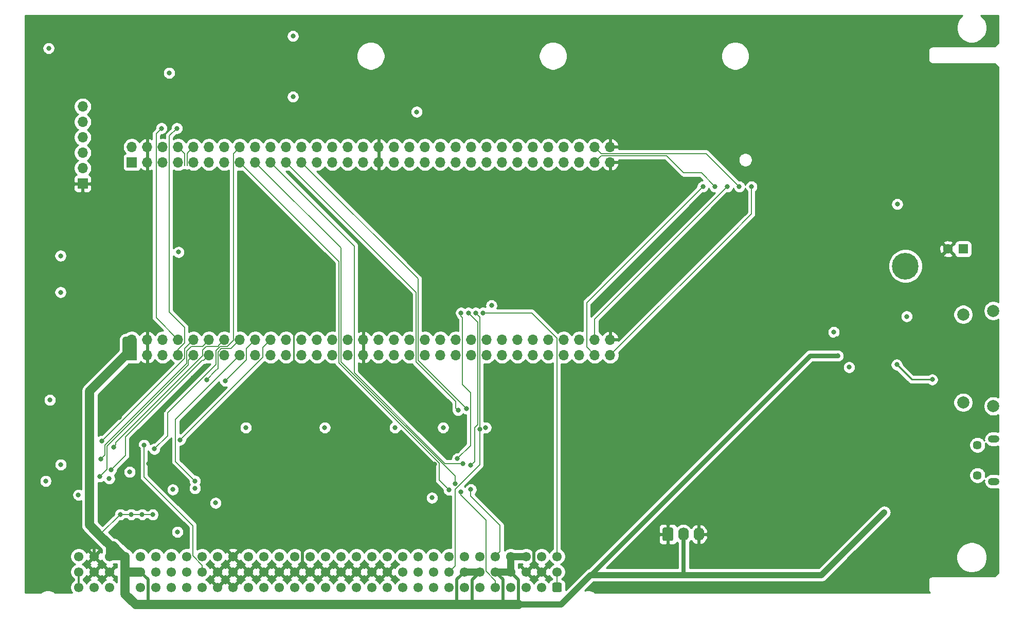
<source format=gbr>
G04 #@! TF.GenerationSoftware,KiCad,Pcbnew,5.1.9+dfsg1-1~bpo10+1*
G04 #@! TF.CreationDate,2022-11-12T11:48:18+01:00*
G04 #@! TF.ProjectId,nubus-to-ztex,6e756275-732d-4746-9f2d-7a7465782e6b,rev?*
G04 #@! TF.SameCoordinates,Original*
G04 #@! TF.FileFunction,Copper,L4,Bot*
G04 #@! TF.FilePolarity,Positive*
%FSLAX46Y46*%
G04 Gerber Fmt 4.6, Leading zero omitted, Abs format (unit mm)*
G04 Created by KiCad (PCBNEW 5.1.9+dfsg1-1~bpo10+1) date 2022-11-12 11:48:18*
%MOMM*%
%LPD*%
G01*
G04 APERTURE LIST*
G04 #@! TA.AperFunction,ComponentPad*
%ADD10C,4.400000*%
G04 #@! TD*
G04 #@! TA.AperFunction,ComponentPad*
%ADD11C,1.450000*%
G04 #@! TD*
G04 #@! TA.AperFunction,ComponentPad*
%ADD12O,1.900000X1.200000*%
G04 #@! TD*
G04 #@! TA.AperFunction,ComponentPad*
%ADD13O,1.740000X2.200000*%
G04 #@! TD*
G04 #@! TA.AperFunction,ComponentPad*
%ADD14R,1.700000X1.700000*%
G04 #@! TD*
G04 #@! TA.AperFunction,ComponentPad*
%ADD15O,1.700000X1.700000*%
G04 #@! TD*
G04 #@! TA.AperFunction,ComponentPad*
%ADD16C,2.000000*%
G04 #@! TD*
G04 #@! TA.AperFunction,ComponentPad*
%ADD17R,1.600000X1.600000*%
G04 #@! TD*
G04 #@! TA.AperFunction,ComponentPad*
%ADD18C,1.600000*%
G04 #@! TD*
G04 #@! TA.AperFunction,ComponentPad*
%ADD19C,1.550000*%
G04 #@! TD*
G04 #@! TA.AperFunction,ViaPad*
%ADD20C,0.800000*%
G04 #@! TD*
G04 #@! TA.AperFunction,Conductor*
%ADD21C,0.500000*%
G04 #@! TD*
G04 #@! TA.AperFunction,Conductor*
%ADD22C,0.152400*%
G04 #@! TD*
G04 #@! TA.AperFunction,Conductor*
%ADD23C,0.250000*%
G04 #@! TD*
G04 #@! TA.AperFunction,Conductor*
%ADD24C,1.200000*%
G04 #@! TD*
G04 #@! TA.AperFunction,Conductor*
%ADD25C,1.500000*%
G04 #@! TD*
G04 #@! TA.AperFunction,Conductor*
%ADD26C,1.000000*%
G04 #@! TD*
G04 #@! TA.AperFunction,Conductor*
%ADD27C,0.800000*%
G04 #@! TD*
G04 #@! TA.AperFunction,Conductor*
%ADD28C,1.600000*%
G04 #@! TD*
G04 #@! TA.AperFunction,Conductor*
%ADD29C,0.650000*%
G04 #@! TD*
G04 #@! TA.AperFunction,Conductor*
%ADD30C,0.200000*%
G04 #@! TD*
G04 #@! TA.AperFunction,Conductor*
%ADD31C,0.300000*%
G04 #@! TD*
G04 #@! TA.AperFunction,Conductor*
%ADD32C,0.254000*%
G04 #@! TD*
G04 #@! TA.AperFunction,Conductor*
%ADD33C,0.100000*%
G04 #@! TD*
G04 APERTURE END LIST*
D10*
X257350000Y-47090000D03*
D11*
X269197500Y-81570000D03*
X269197500Y-76570000D03*
D12*
X271897500Y-82570000D03*
X271897500Y-75570000D03*
G04 #@! TA.AperFunction,ComponentPad*
G36*
G01*
X217370000Y-92120001D02*
X217370000Y-90419999D01*
G75*
G02*
X217619999Y-90170000I249999J0D01*
G01*
X218860001Y-90170000D01*
G75*
G02*
X219110000Y-90419999I0J-249999D01*
G01*
X219110000Y-92120001D01*
G75*
G02*
X218860001Y-92370000I-249999J0D01*
G01*
X217619999Y-92370000D01*
G75*
G02*
X217370000Y-92120001I0J249999D01*
G01*
G37*
G04 #@! TD.AperFunction*
D13*
X220780000Y-91270000D03*
X223320000Y-91270000D03*
D14*
X130000000Y-30000000D03*
D15*
X130000000Y-27460000D03*
X132540000Y-30000000D03*
X132540000Y-27460000D03*
X135080000Y-30000000D03*
X135080000Y-27460000D03*
X137620000Y-30000000D03*
X137620000Y-27460000D03*
X140160000Y-30000000D03*
X140160000Y-27460000D03*
X142700000Y-30000000D03*
X142700000Y-27460000D03*
X145240000Y-30000000D03*
X145240000Y-27460000D03*
X147780000Y-30000000D03*
X147780000Y-27460000D03*
X150320000Y-30000000D03*
X150320000Y-27460000D03*
X152860000Y-30000000D03*
X152860000Y-27460000D03*
X155400000Y-30000000D03*
X155400000Y-27460000D03*
X157940000Y-30000000D03*
X157940000Y-27460000D03*
X160480000Y-30000000D03*
X160480000Y-27460000D03*
X163020000Y-30000000D03*
X163020000Y-27460000D03*
X165560000Y-30000000D03*
X165560000Y-27460000D03*
X168100000Y-30000000D03*
X168100000Y-27460000D03*
X170640000Y-30000000D03*
X170640000Y-27460000D03*
X173180000Y-30000000D03*
X173180000Y-27460000D03*
X175720000Y-30000000D03*
X175720000Y-27460000D03*
X178260000Y-30000000D03*
X178260000Y-27460000D03*
X180800000Y-30000000D03*
X180800000Y-27460000D03*
X183340000Y-30000000D03*
X183340000Y-27460000D03*
X185880000Y-30000000D03*
X185880000Y-27460000D03*
X188420000Y-30000000D03*
X188420000Y-27460000D03*
X190960000Y-30000000D03*
X190960000Y-27460000D03*
X193500000Y-30000000D03*
X193500000Y-27460000D03*
X196040000Y-30000000D03*
X196040000Y-27460000D03*
X198580000Y-30000000D03*
X198580000Y-27460000D03*
X201120000Y-30000000D03*
X201120000Y-27460000D03*
X203660000Y-30000000D03*
X203660000Y-27460000D03*
X206200000Y-30000000D03*
X206200000Y-27460000D03*
X208740000Y-30000000D03*
X208740000Y-27460000D03*
D16*
X271800000Y-70150000D03*
X271800000Y-54450000D03*
X266850000Y-69550000D03*
X266850000Y-55050000D03*
D17*
X266850000Y-44280000D03*
D18*
X264350000Y-44280000D03*
G04 #@! TA.AperFunction,ComponentPad*
G36*
G01*
X200775000Y-99474998D02*
X200775000Y-100525002D01*
G75*
G02*
X200525002Y-100775000I-249998J0D01*
G01*
X199474998Y-100775000D01*
G75*
G02*
X199225000Y-100525002I0J249998D01*
G01*
X199225000Y-99474998D01*
G75*
G02*
X199474998Y-99225000I249998J0D01*
G01*
X200525002Y-99225000D01*
G75*
G02*
X200775000Y-99474998I0J-249998D01*
G01*
G37*
G04 #@! TD.AperFunction*
D19*
X197460000Y-100000000D03*
X194920000Y-100000000D03*
X192380000Y-100000000D03*
X189840000Y-100000000D03*
X187300000Y-100000000D03*
X184760000Y-100000000D03*
X182220000Y-100000000D03*
X179680000Y-100000000D03*
X177140000Y-100000000D03*
X174600000Y-100000000D03*
X172060000Y-100000000D03*
X169520000Y-100000000D03*
X166980000Y-100000000D03*
X164440000Y-100000000D03*
X161900000Y-100000000D03*
X159360000Y-100000000D03*
X156820000Y-100000000D03*
X154280000Y-100000000D03*
X151740000Y-100000000D03*
X149200000Y-100000000D03*
X146660000Y-100000000D03*
X144120000Y-100000000D03*
X141580000Y-100000000D03*
X139040000Y-100000000D03*
X136500000Y-100000000D03*
X133960000Y-100000000D03*
X131420000Y-100000000D03*
X128880000Y-100000000D03*
X126340000Y-100000000D03*
X123800000Y-100000000D03*
X121260000Y-100000000D03*
X200000000Y-97460000D03*
X197460000Y-97460000D03*
X194920000Y-97460000D03*
X192380000Y-97460000D03*
X189840000Y-97460000D03*
X187300000Y-97460000D03*
X184760000Y-97460000D03*
X182220000Y-97460000D03*
X179680000Y-97460000D03*
X177140000Y-97460000D03*
X174600000Y-97460000D03*
X172060000Y-97460000D03*
X169520000Y-97460000D03*
X166980000Y-97460000D03*
X164440000Y-97460000D03*
X161900000Y-97460000D03*
X159360000Y-97460000D03*
X156820000Y-97460000D03*
X154280000Y-97460000D03*
X151740000Y-97460000D03*
X149200000Y-97460000D03*
X146660000Y-97460000D03*
X144120000Y-97460000D03*
X141580000Y-97460000D03*
X139040000Y-97460000D03*
X136500000Y-97460000D03*
X133960000Y-97460000D03*
X131420000Y-97460000D03*
X128880000Y-97460000D03*
X126340000Y-97460000D03*
X123800000Y-97460000D03*
X121260000Y-97460000D03*
X200000000Y-94920000D03*
X197460000Y-94920000D03*
X194920000Y-94920000D03*
X192380000Y-94920000D03*
X189840000Y-94920000D03*
X187300000Y-94920000D03*
X184760000Y-94920000D03*
X182220000Y-94920000D03*
X179680000Y-94920000D03*
X177140000Y-94920000D03*
X174600000Y-94920000D03*
X172060000Y-94920000D03*
X169520000Y-94920000D03*
X166980000Y-94920000D03*
X164440000Y-94920000D03*
X161900000Y-94920000D03*
X159360000Y-94920000D03*
X156820000Y-94920000D03*
X154280000Y-94920000D03*
X151740000Y-94920000D03*
X149200000Y-94920000D03*
X146660000Y-94920000D03*
X144120000Y-94920000D03*
X141580000Y-94920000D03*
X139040000Y-94920000D03*
X136500000Y-94920000D03*
X133960000Y-94920000D03*
X131420000Y-94920000D03*
X128880000Y-94920000D03*
X126340000Y-94920000D03*
X123800000Y-94920000D03*
X121260000Y-94920000D03*
D15*
X121900000Y-20800000D03*
X121900000Y-23340000D03*
X121900000Y-25880000D03*
X121900000Y-28420000D03*
X121900000Y-30960000D03*
D14*
X121900000Y-33500000D03*
D15*
X208740000Y-59210000D03*
X208740000Y-61750000D03*
X206200000Y-59210000D03*
X206200000Y-61750000D03*
X203660000Y-59210000D03*
X203660000Y-61750000D03*
X201120000Y-59210000D03*
X201120000Y-61750000D03*
X198580000Y-59210000D03*
X198580000Y-61750000D03*
X196040000Y-59210000D03*
X196040000Y-61750000D03*
X193500000Y-59210000D03*
X193500000Y-61750000D03*
X190960000Y-59210000D03*
X190960000Y-61750000D03*
X188420000Y-59210000D03*
X188420000Y-61750000D03*
X185880000Y-59210000D03*
X185880000Y-61750000D03*
X183340000Y-59210000D03*
X183340000Y-61750000D03*
X180800000Y-59210000D03*
X180800000Y-61750000D03*
X178260000Y-59210000D03*
X178260000Y-61750000D03*
X175720000Y-59210000D03*
X175720000Y-61750000D03*
X173180000Y-59210000D03*
X173180000Y-61750000D03*
X170640000Y-59210000D03*
X170640000Y-61750000D03*
X168100000Y-59210000D03*
X168100000Y-61750000D03*
X165560000Y-59210000D03*
X165560000Y-61750000D03*
X163020000Y-59210000D03*
X163020000Y-61750000D03*
X160480000Y-59210000D03*
X160480000Y-61750000D03*
X157940000Y-59210000D03*
X157940000Y-61750000D03*
X155400000Y-59210000D03*
X155400000Y-61750000D03*
X152860000Y-59210000D03*
X152860000Y-61750000D03*
X150320000Y-59210000D03*
X150320000Y-61750000D03*
X147780000Y-59210000D03*
X147780000Y-61750000D03*
X145240000Y-59210000D03*
X145240000Y-61750000D03*
X142700000Y-59210000D03*
X142700000Y-61750000D03*
X140160000Y-59210000D03*
X140160000Y-61750000D03*
X137620000Y-59210000D03*
X137620000Y-61750000D03*
X135080000Y-59210000D03*
X135080000Y-61750000D03*
X132540000Y-59210000D03*
X132540000Y-61750000D03*
X130000000Y-59210000D03*
D14*
X130000000Y-61750000D03*
D20*
X234000000Y-34000000D03*
X174500000Y-71000000D03*
X194880000Y-35760000D03*
X208740000Y-50800000D03*
X215540000Y-27460000D03*
X116300000Y-16437500D03*
X268000000Y-58050000D03*
X149900000Y-71000000D03*
X145300000Y-90050000D03*
X189500000Y-71000000D03*
X186786371Y-50762953D03*
X118534670Y-98720000D03*
X115200000Y-90730000D03*
X152880000Y-42180000D03*
X181586371Y-48162953D03*
X268000000Y-65550000D03*
X187000000Y-83100000D03*
X183850000Y-73462500D03*
X256220000Y-61875000D03*
X135250000Y-70800000D03*
X139252400Y-47600000D03*
X268000000Y-61050000D03*
X262640000Y-79355000D03*
X140070000Y-71650000D03*
X203510000Y-96190000D03*
X168650000Y-91575000D03*
X267730000Y-79355000D03*
X145400000Y-88100000D03*
X163000000Y-71000000D03*
X163305000Y-18100000D03*
X149555000Y-18100000D03*
X158100000Y-92000000D03*
X207500000Y-71000000D03*
X132800000Y-79640000D03*
X131100000Y-77215000D03*
X252900000Y-82730000D03*
X264200000Y-67357500D03*
X194857500Y-79750000D03*
X115200000Y-87480000D03*
X176480000Y-33630000D03*
X140070000Y-65480000D03*
X181586371Y-53962953D03*
X165000000Y-8080000D03*
X236450000Y-82730000D03*
X145125000Y-50200000D03*
X256010000Y-87920000D03*
X148200000Y-86800000D03*
X117200000Y-84780000D03*
X179800000Y-92480000D03*
X123800000Y-93000000D03*
X115670000Y-40410000D03*
X190611371Y-50675453D03*
X168357500Y-79750000D03*
X228090000Y-60250000D03*
X168820000Y-45760000D03*
X168357500Y-78180000D03*
X139300000Y-87450000D03*
X255040000Y-53812500D03*
X246062500Y-59100000D03*
X255500000Y-58625000D03*
X158127500Y-19200000D03*
X179857500Y-79750000D03*
X127900000Y-72015000D03*
X115200000Y-89430000D03*
X267720000Y-77180000D03*
X196200000Y-92480000D03*
X155357500Y-79750000D03*
X244180000Y-99750000D03*
X137500000Y-89312500D03*
X158730000Y-9200000D03*
X147900000Y-8080000D03*
X256000000Y-35315000D03*
X256000000Y-14000000D03*
X234000000Y-14000000D03*
X232000000Y-34000000D03*
X161750000Y-73687500D03*
X176885673Y-21678535D03*
X188250000Y-73687500D03*
X136727523Y-83900000D03*
X137700000Y-44789641D03*
X126287500Y-82100000D03*
X248080000Y-63750000D03*
X257550000Y-55387500D03*
X156530000Y-19200000D03*
X156530000Y-9200000D03*
X115812500Y-82500000D03*
X148750000Y-73687500D03*
X140387500Y-83700000D03*
X118300000Y-79800000D03*
X143787500Y-86100000D03*
X245550000Y-57975000D03*
X137500000Y-90887500D03*
X116300000Y-11212500D03*
X116500000Y-69150000D03*
X173300000Y-73700000D03*
X118265134Y-45400000D03*
X121200000Y-84780000D03*
X181250000Y-73687500D03*
X118265134Y-51400000D03*
X136140000Y-15272793D03*
X189211371Y-53562953D03*
X129652500Y-81000000D03*
X179412661Y-85255497D03*
X256000000Y-36890000D03*
X253850000Y-87660000D03*
X246230000Y-61872500D03*
X131697842Y-88000000D03*
X129897842Y-88000000D03*
X128097842Y-88000000D03*
X133421568Y-88014972D03*
X220840000Y-97970000D03*
X188575000Y-102850000D03*
X187800000Y-54800000D03*
X184200000Y-54800000D03*
X183600000Y-78800000D03*
X184150000Y-84250000D03*
X186600000Y-54800000D03*
X187263411Y-73930000D03*
X185400000Y-54800000D03*
X185800000Y-83875000D03*
X185800000Y-79900000D03*
X137965000Y-75700000D03*
X132000000Y-76565000D03*
X137410000Y-24400000D03*
X134880000Y-24400000D03*
X226000000Y-34000000D03*
X228000000Y-34000000D03*
X224000000Y-34000000D03*
X230000000Y-34000000D03*
X133700000Y-77215000D03*
X145387500Y-66000000D03*
X140375000Y-82475000D03*
X142300000Y-65800000D03*
X125066330Y-75900000D03*
X126550000Y-80675000D03*
X124712500Y-81750000D03*
X126975000Y-76905000D03*
X124925000Y-78850000D03*
X182200161Y-83950161D03*
X183200000Y-82900000D03*
X184500000Y-79600000D03*
X185110000Y-70590000D03*
X183710000Y-70850000D03*
X261760000Y-65782500D03*
X255920000Y-63320000D03*
D21*
X158100000Y-96200000D02*
X158100000Y-92000000D01*
X159360000Y-97460000D02*
X158100000Y-96200000D01*
D22*
X152880000Y-42180000D02*
X152880000Y-52210000D01*
D21*
X156820000Y-97460000D02*
X158080000Y-96200000D01*
D22*
X158080000Y-96200000D02*
X158100000Y-96200000D01*
X152880000Y-52210000D02*
X156670000Y-56000000D01*
D21*
X194920000Y-97460000D02*
X196180000Y-96200000D01*
D22*
X196180000Y-96200000D02*
X196200000Y-96200000D01*
D23*
X156670000Y-56000000D02*
X156670000Y-64670000D01*
D21*
X123800000Y-94920000D02*
X123800000Y-93000000D01*
D22*
X156670000Y-64670000D02*
X163000000Y-71000000D01*
D21*
X196200000Y-96200000D02*
X196200000Y-92490000D01*
X197460000Y-97460000D02*
X196200000Y-96200000D01*
D22*
X208740000Y-61750000D02*
X228230000Y-42260000D01*
X232000000Y-38490000D02*
X228230000Y-42260000D01*
X232000000Y-34000000D02*
X232000000Y-38490000D01*
D24*
X189840000Y-97460000D02*
X192380000Y-97460000D01*
D25*
X128880000Y-100000000D02*
X128880000Y-101096015D01*
X128880000Y-101096015D02*
X130633985Y-102850000D01*
X130633985Y-102850000D02*
X132675000Y-102850000D01*
D21*
X184760000Y-97460000D02*
X183500000Y-98720000D01*
D24*
X187300000Y-97460000D02*
X184760000Y-97460000D01*
X192380000Y-94920000D02*
X192380000Y-97460000D01*
X194920000Y-94920000D02*
X192380000Y-94920000D01*
X130000000Y-61750000D02*
X128998000Y-61750000D01*
D25*
X123050000Y-89750000D02*
X124930000Y-91630000D01*
X123050000Y-67697600D02*
X123050000Y-89750000D01*
D26*
X243540000Y-97970000D02*
X253850000Y-87660000D01*
X220840000Y-97970000D02*
X243540000Y-97970000D01*
D27*
X241617500Y-61872500D02*
X205520000Y-97970000D01*
X246230000Y-61872500D02*
X241617500Y-61872500D01*
D26*
X220840000Y-97970000D02*
X205520000Y-97970000D01*
D24*
X126340000Y-94920000D02*
X126340000Y-93040000D01*
D25*
X126340000Y-93040000D02*
X124930000Y-91630000D01*
X127897927Y-62850000D02*
X123050000Y-67697600D01*
X128998000Y-61750000D02*
X127897927Y-62850000D01*
D28*
X130000000Y-61750000D02*
X130000000Y-59210000D01*
D26*
X128998000Y-61750000D02*
X128998000Y-59252000D01*
X129040000Y-59210000D02*
X130000000Y-59210000D01*
X128998000Y-59252000D02*
X129040000Y-59210000D01*
X200640000Y-102850000D02*
X205520000Y-97970000D01*
D22*
X183500000Y-102800000D02*
X183450000Y-102850000D01*
D21*
X183500000Y-98720000D02*
X183500000Y-102800000D01*
D26*
X193650000Y-102850000D02*
X200640000Y-102850000D01*
D21*
X193650000Y-98730000D02*
X192380000Y-97460000D01*
D22*
X131712814Y-88014972D02*
X131697842Y-88000000D01*
X133421568Y-88014972D02*
X131712814Y-88014972D01*
X131697842Y-88000000D02*
X129897842Y-88000000D01*
X129897842Y-88000000D02*
X128097842Y-88000000D01*
X124930000Y-91167842D02*
X124930000Y-91630000D01*
X128097842Y-88000000D02*
X124930000Y-91167842D01*
D25*
X128880000Y-97460000D02*
X131420000Y-97460000D01*
X128880000Y-97460000D02*
X128880000Y-100000000D01*
X128880000Y-94920000D02*
X128880000Y-97460000D01*
D21*
X193650000Y-102850000D02*
X193650000Y-98730000D01*
X187300000Y-97460000D02*
X186025000Y-98735000D01*
D22*
X186025000Y-102825000D02*
X186050000Y-102850000D01*
D21*
X186025000Y-98735000D02*
X186025000Y-102825000D01*
D25*
X183450000Y-102850000D02*
X186050000Y-102850000D01*
D21*
X189840000Y-97460000D02*
X191100000Y-98720000D01*
X191100000Y-98720000D02*
X191100000Y-102650000D01*
D22*
X191100000Y-102650000D02*
X191300000Y-102850000D01*
D25*
X191300000Y-102850000D02*
X193650000Y-102850000D01*
X186050000Y-102850000D02*
X188575000Y-102850000D01*
X188575000Y-102850000D02*
X191300000Y-102850000D01*
D21*
X132675000Y-98715000D02*
X132675000Y-102850000D01*
X131420000Y-97460000D02*
X132675000Y-98715000D01*
D25*
X183450000Y-102850000D02*
X132675000Y-102850000D01*
D24*
X126340000Y-94920000D02*
X128880000Y-94920000D01*
X127000000Y-93040000D02*
X126340000Y-93040000D01*
D22*
X127585000Y-93675000D02*
X127635000Y-93675000D01*
D24*
X127635000Y-93675000D02*
X127000000Y-93040000D01*
X126340000Y-94920000D02*
X127585000Y-93675000D01*
X128880000Y-94920000D02*
X127635000Y-93675000D01*
D25*
X188575000Y-102850000D02*
X188575000Y-102850000D01*
D22*
X220840000Y-91330000D02*
X220780000Y-91270000D01*
D29*
X220840000Y-97970000D02*
X220840000Y-91330000D01*
D30*
X200000000Y-100000000D02*
X200000000Y-97460000D01*
D22*
X195845000Y-54800000D02*
X187800000Y-54800000D01*
X200000000Y-58955000D02*
X195845000Y-54800000D01*
X200000000Y-94920000D02*
X200000000Y-58955000D01*
X189840000Y-98903985D02*
X189840000Y-100000000D01*
X184150000Y-84250000D02*
X184150000Y-84815685D01*
X184150000Y-84815685D02*
X188303601Y-88969286D01*
X188303601Y-88969286D02*
X188303601Y-97367586D01*
X188303601Y-97367586D02*
X189840000Y-98903985D01*
X184200000Y-54800000D02*
X184200000Y-55365685D01*
X184200000Y-55365685D02*
X184418601Y-55584286D01*
X184418601Y-55584286D02*
X184418601Y-66588601D01*
X185738601Y-67908601D02*
X184418601Y-66588601D01*
X185738601Y-76661399D02*
X185738601Y-67908601D01*
X183600000Y-78800000D02*
X185738601Y-76661399D01*
D31*
X121260000Y-97460000D02*
X121260000Y-100000000D01*
D22*
X182220000Y-97460000D02*
X183223601Y-96456399D01*
X187263411Y-79833791D02*
X187263411Y-73930000D01*
X183223601Y-83873601D02*
X187263411Y-79833791D01*
X187263411Y-55463411D02*
X186600000Y-54800000D01*
X187263411Y-73930000D02*
X187263411Y-55463411D01*
X183223601Y-96456399D02*
X183223601Y-83873601D01*
X190614999Y-89814999D02*
X185800000Y-85000000D01*
X190614999Y-94145001D02*
X190614999Y-89814999D01*
X189840000Y-94920000D02*
X190614999Y-94145001D01*
X185800000Y-85000000D02*
X185800000Y-83875000D01*
X186958601Y-56358601D02*
X185400000Y-54800000D01*
X185800000Y-79900000D02*
X186428601Y-79271399D01*
X186428601Y-79271399D02*
X186428601Y-73701399D01*
X186428601Y-73701399D02*
X186958601Y-73171399D01*
X186958601Y-73171399D02*
X186958601Y-56358601D01*
X138698601Y-28538601D02*
X138698601Y-30517729D01*
X137620000Y-27460000D02*
X138698601Y-28538601D01*
X139310001Y-28309999D02*
X140160000Y-27460000D01*
X139081399Y-30565997D02*
X139081399Y-28538601D01*
X139081399Y-28538601D02*
X139310001Y-28309999D01*
X152860000Y-59210000D02*
X151600000Y-60470000D01*
X151600000Y-62065000D02*
X151398601Y-62266399D01*
X151600000Y-60470000D02*
X151600000Y-62065000D01*
X137965000Y-75700000D02*
X151398601Y-62266399D01*
X140043601Y-94827586D02*
X140043601Y-89843601D01*
X141580000Y-96363985D02*
X140043601Y-94827586D01*
X141580000Y-97460000D02*
X141580000Y-96363985D01*
X132000000Y-81800000D02*
X132000000Y-76565000D01*
X140043601Y-89843601D02*
X132000000Y-81800000D01*
X137620000Y-61750000D02*
X137620000Y-60806330D01*
X137620000Y-60806330D02*
X138698601Y-59727729D01*
X138698601Y-59727729D02*
X138698601Y-57188601D01*
X136158601Y-25651399D02*
X136158601Y-54648601D01*
X137410000Y-24400000D02*
X136158601Y-25651399D01*
X138698601Y-57188601D02*
X136158601Y-54648601D01*
X134001399Y-25278601D02*
X134880000Y-24400000D01*
X134001399Y-55591399D02*
X134001399Y-25278601D01*
X137620000Y-59210000D02*
X134001399Y-55591399D01*
X207278601Y-28921399D02*
X218021399Y-28921399D01*
X206200000Y-30000000D02*
X207278601Y-28921399D01*
X218021399Y-28921399D02*
X220850000Y-31750000D01*
X223750000Y-31750000D02*
X226000000Y-34000000D01*
X220850000Y-31750000D02*
X223750000Y-31750000D01*
X206200000Y-55800000D02*
X228000000Y-34000000D01*
X206200000Y-59210000D02*
X206200000Y-55800000D01*
X224000000Y-34000000D02*
X205550000Y-52450000D01*
X206200000Y-61750000D02*
X204900000Y-60450000D01*
X204900000Y-53100000D02*
X205550000Y-52450000D01*
X204900000Y-60450000D02*
X204900000Y-53100000D01*
X224538601Y-28538601D02*
X230000000Y-34000000D01*
X206200000Y-27460000D02*
X207278601Y-28538601D01*
X207278601Y-28538601D02*
X224538601Y-28538601D01*
X146701399Y-28538601D02*
X147780000Y-27460000D01*
X146701399Y-59344931D02*
X146701399Y-28538601D01*
X145679741Y-60366589D02*
X146701399Y-59344931D01*
X144514477Y-60366589D02*
X145679741Y-60366589D01*
X135878601Y-75036399D02*
X135878601Y-71291069D01*
X135878601Y-71291069D02*
X143856589Y-63313081D01*
X143856589Y-61024477D02*
X144514477Y-60366589D01*
X133700000Y-77215000D02*
X135878601Y-75036399D01*
X143856589Y-63313081D02*
X143856589Y-61024477D01*
X148858601Y-62528899D02*
X148858601Y-60671399D01*
X149470001Y-60059999D02*
X150320000Y-59210000D01*
X148858601Y-60671399D02*
X149470001Y-60059999D01*
X145387500Y-66000000D02*
X148858601Y-62528899D01*
X140375000Y-82475000D02*
X137200000Y-79300000D01*
X137200000Y-72330000D02*
X147780000Y-61750000D01*
X137200000Y-79300000D02*
X137200000Y-72330000D01*
X144161399Y-63938601D02*
X143778601Y-64321399D01*
X147780000Y-59210000D02*
X146318601Y-60671399D01*
X143778601Y-64321399D02*
X142300000Y-65800000D01*
X144718601Y-60671399D02*
X144161399Y-61228601D01*
X146318601Y-60671399D02*
X144718601Y-60671399D01*
X144161399Y-61228601D02*
X144161399Y-63938601D01*
X138698601Y-60671399D02*
X140160000Y-59210000D01*
X138698601Y-62267729D02*
X125066330Y-75900000D01*
X138698601Y-60671399D02*
X138698601Y-62267729D01*
X128958411Y-75223759D02*
X128958411Y-78266589D01*
X141582171Y-62599999D02*
X128958411Y-75223759D01*
X141850001Y-62599999D02*
X141582171Y-62599999D01*
X142700000Y-61750000D02*
X141850001Y-62599999D01*
X128958411Y-78266589D02*
X126550000Y-80675000D01*
X126550000Y-80675000D02*
X126550000Y-80675000D01*
X140160000Y-61750000D02*
X139310001Y-62599999D01*
X125904810Y-80557690D02*
X124712500Y-81750000D01*
X139310001Y-63334669D02*
X125904810Y-76739860D01*
X139310001Y-62599999D02*
X139310001Y-63334669D01*
X125904810Y-76739860D02*
X125904810Y-80557690D01*
X144390001Y-60059999D02*
X145240000Y-59210000D01*
X141621399Y-60928601D02*
X142261399Y-60288601D01*
X144161399Y-60288601D02*
X144390001Y-60059999D01*
X141621399Y-61884931D02*
X141621399Y-60928601D01*
X142261399Y-60288601D02*
X144161399Y-60288601D01*
X126975000Y-76905000D02*
X127374999Y-76505001D01*
X127374999Y-76505001D02*
X127374999Y-76131331D01*
X127374999Y-76131331D02*
X141621399Y-61884931D01*
X139003411Y-61121589D02*
X139003411Y-63146589D01*
X139836399Y-60288601D02*
X139003411Y-61121589D01*
X141621399Y-60288601D02*
X139836399Y-60288601D01*
X142700000Y-59210000D02*
X141621399Y-60288601D01*
X139003411Y-63146589D02*
X125600000Y-76550000D01*
X125600000Y-76550000D02*
X125600000Y-76550000D01*
X125324999Y-78450001D02*
X124925000Y-78850000D01*
X125600000Y-78175000D02*
X125324999Y-78450001D01*
X125600000Y-76550000D02*
X125600000Y-78175000D01*
X180621399Y-82371399D02*
X182200161Y-83950161D01*
X147780000Y-30000000D02*
X164098601Y-46318601D01*
X180621399Y-79531399D02*
X180621399Y-82371399D01*
X164098601Y-46318601D02*
X164098601Y-63008601D01*
X164098601Y-63008601D02*
X180621399Y-79531399D01*
X151169999Y-30849999D02*
X150320000Y-30000000D01*
X183200000Y-82900000D02*
X183200000Y-81678934D01*
X183200000Y-81678934D02*
X164403411Y-62882345D01*
X164403411Y-62882345D02*
X164403411Y-44083411D01*
X164403411Y-44083411D02*
X151169999Y-30849999D01*
X153709999Y-30849999D02*
X152860000Y-30000000D01*
X166638601Y-64686469D02*
X166638601Y-43778601D01*
X166638601Y-43778601D02*
X153709999Y-30849999D01*
X181552132Y-79600000D02*
X166638601Y-64686469D01*
X184500000Y-79600000D02*
X181552132Y-79600000D01*
X158789999Y-30849999D02*
X157940000Y-30000000D01*
X177103411Y-49163411D02*
X158789999Y-30849999D01*
X177103411Y-62583411D02*
X177103411Y-49163411D01*
X185110000Y-70590000D02*
X177103411Y-62583411D01*
X176798601Y-51398601D02*
X155400000Y-30000000D01*
X176798601Y-62898601D02*
X176798601Y-51398601D01*
X183310001Y-69410001D02*
X176798601Y-62898601D01*
X183310001Y-70450001D02*
X183310001Y-69410001D01*
X183710000Y-70850000D02*
X183310001Y-70450001D01*
D23*
X258382500Y-65782500D02*
X261760000Y-65782500D01*
X255920000Y-63320000D02*
X258382500Y-65782500D01*
D32*
X266654985Y-5874284D02*
X266304284Y-6224985D01*
X266028739Y-6637366D01*
X265838941Y-7095580D01*
X265742183Y-7582017D01*
X265742183Y-8077983D01*
X265838941Y-8564420D01*
X266028739Y-9022634D01*
X266304284Y-9435015D01*
X266654985Y-9785716D01*
X267067366Y-10061261D01*
X267525580Y-10251059D01*
X268012017Y-10347817D01*
X268507983Y-10347817D01*
X268994420Y-10251059D01*
X269452634Y-10061261D01*
X269865015Y-9785716D01*
X270215716Y-9435015D01*
X270491261Y-9022634D01*
X270681059Y-8564420D01*
X270777817Y-8077983D01*
X270777817Y-7582017D01*
X270681059Y-7095580D01*
X270491261Y-6637366D01*
X270215716Y-6224985D01*
X269865015Y-5874284D01*
X269768807Y-5810000D01*
X272620000Y-5810000D01*
X272620001Y-10385908D01*
X272085909Y-10920000D01*
X261834877Y-10920000D01*
X261800000Y-10916565D01*
X261765123Y-10920000D01*
X261660816Y-10930273D01*
X261526980Y-10970872D01*
X261403637Y-11036800D01*
X261295525Y-11125525D01*
X261206800Y-11233637D01*
X261140872Y-11356980D01*
X261100273Y-11490816D01*
X261086565Y-11630000D01*
X261090001Y-11664887D01*
X261090000Y-12995122D01*
X261086565Y-13030000D01*
X261100273Y-13169184D01*
X261140872Y-13303020D01*
X261206800Y-13426363D01*
X261295525Y-13534475D01*
X261363352Y-13590139D01*
X261403637Y-13623200D01*
X261526980Y-13689128D01*
X261660816Y-13729727D01*
X261800000Y-13743435D01*
X261834877Y-13740000D01*
X272085909Y-13740000D01*
X272620001Y-14274092D01*
X272620001Y-53031509D01*
X272574463Y-53001082D01*
X272276912Y-52877832D01*
X271961033Y-52815000D01*
X271638967Y-52815000D01*
X271323088Y-52877832D01*
X271025537Y-53001082D01*
X270757748Y-53180013D01*
X270530013Y-53407748D01*
X270351082Y-53675537D01*
X270227832Y-53973088D01*
X270165000Y-54288967D01*
X270165000Y-54611033D01*
X270227832Y-54926912D01*
X270351082Y-55224463D01*
X270530013Y-55492252D01*
X270757748Y-55719987D01*
X271025537Y-55898918D01*
X271323088Y-56022168D01*
X271638967Y-56085000D01*
X271961033Y-56085000D01*
X272276912Y-56022168D01*
X272574463Y-55898918D01*
X272620001Y-55868491D01*
X272620000Y-68731509D01*
X272574463Y-68701082D01*
X272276912Y-68577832D01*
X271961033Y-68515000D01*
X271638967Y-68515000D01*
X271323088Y-68577832D01*
X271025537Y-68701082D01*
X270757748Y-68880013D01*
X270530013Y-69107748D01*
X270351082Y-69375537D01*
X270227832Y-69673088D01*
X270165000Y-69988967D01*
X270165000Y-70311033D01*
X270227832Y-70626912D01*
X270351082Y-70924463D01*
X270530013Y-71192252D01*
X270757748Y-71419987D01*
X271025537Y-71598918D01*
X271323088Y-71722168D01*
X271638967Y-71785000D01*
X271961033Y-71785000D01*
X272276912Y-71722168D01*
X272574463Y-71598918D01*
X272620000Y-71568491D01*
X272620000Y-74392426D01*
X272489602Y-74352870D01*
X272308165Y-74335000D01*
X271486835Y-74335000D01*
X271305398Y-74352870D01*
X271072599Y-74423489D01*
X270858051Y-74538167D01*
X270669998Y-74692498D01*
X270515667Y-74880551D01*
X270400989Y-75095099D01*
X270330370Y-75327898D01*
X270306525Y-75570000D01*
X270330370Y-75812102D01*
X270333383Y-75822035D01*
X270253881Y-75703051D01*
X270064449Y-75513619D01*
X269841701Y-75364784D01*
X269594197Y-75262264D01*
X269331448Y-75210000D01*
X269063552Y-75210000D01*
X268800803Y-75262264D01*
X268553299Y-75364784D01*
X268330551Y-75513619D01*
X268141119Y-75703051D01*
X267992284Y-75925799D01*
X267889764Y-76173303D01*
X267837500Y-76436052D01*
X267837500Y-76703948D01*
X267889764Y-76966697D01*
X267992284Y-77214201D01*
X268141119Y-77436949D01*
X268330551Y-77626381D01*
X268553299Y-77775216D01*
X268800803Y-77877736D01*
X269063552Y-77930000D01*
X269331448Y-77930000D01*
X269594197Y-77877736D01*
X269841701Y-77775216D01*
X270064449Y-77626381D01*
X270253881Y-77436949D01*
X270402716Y-77214201D01*
X270505236Y-76966697D01*
X270557500Y-76703948D01*
X270557500Y-76436052D01*
X270524516Y-76270232D01*
X270669998Y-76447502D01*
X270858051Y-76601833D01*
X271072599Y-76716511D01*
X271305398Y-76787130D01*
X271486835Y-76805000D01*
X272308165Y-76805000D01*
X272489602Y-76787130D01*
X272620000Y-76747574D01*
X272620000Y-81392426D01*
X272489602Y-81352870D01*
X272308165Y-81335000D01*
X271486835Y-81335000D01*
X271305398Y-81352870D01*
X271072599Y-81423489D01*
X270858051Y-81538167D01*
X270669998Y-81692498D01*
X270524516Y-81869768D01*
X270557500Y-81703948D01*
X270557500Y-81436052D01*
X270505236Y-81173303D01*
X270402716Y-80925799D01*
X270253881Y-80703051D01*
X270064449Y-80513619D01*
X269841701Y-80364784D01*
X269594197Y-80262264D01*
X269331448Y-80210000D01*
X269063552Y-80210000D01*
X268800803Y-80262264D01*
X268553299Y-80364784D01*
X268330551Y-80513619D01*
X268141119Y-80703051D01*
X267992284Y-80925799D01*
X267889764Y-81173303D01*
X267837500Y-81436052D01*
X267837500Y-81703948D01*
X267889764Y-81966697D01*
X267992284Y-82214201D01*
X268141119Y-82436949D01*
X268330551Y-82626381D01*
X268553299Y-82775216D01*
X268800803Y-82877736D01*
X269063552Y-82930000D01*
X269331448Y-82930000D01*
X269594197Y-82877736D01*
X269841701Y-82775216D01*
X270064449Y-82626381D01*
X270253881Y-82436949D01*
X270333383Y-82317965D01*
X270330370Y-82327898D01*
X270306525Y-82570000D01*
X270330370Y-82812102D01*
X270400989Y-83044901D01*
X270515667Y-83259449D01*
X270669998Y-83447502D01*
X270858051Y-83601833D01*
X271072599Y-83716511D01*
X271305398Y-83787130D01*
X271486835Y-83805000D01*
X272308165Y-83805000D01*
X272489602Y-83787130D01*
X272620000Y-83747574D01*
X272620000Y-97635909D01*
X272085909Y-98170000D01*
X261834877Y-98170000D01*
X261800000Y-98166565D01*
X261765123Y-98170000D01*
X261660816Y-98180273D01*
X261526980Y-98220872D01*
X261403637Y-98286800D01*
X261295525Y-98375525D01*
X261206800Y-98483637D01*
X261140872Y-98606980D01*
X261100273Y-98740816D01*
X261086565Y-98880000D01*
X261090001Y-98914887D01*
X261090000Y-100245122D01*
X261086565Y-100280000D01*
X261100273Y-100419184D01*
X261140872Y-100553020D01*
X261206800Y-100676363D01*
X261295525Y-100784475D01*
X261393465Y-100864852D01*
X261403393Y-100873000D01*
X206293059Y-100873000D01*
X206055776Y-100714452D01*
X205680880Y-100559165D01*
X205282892Y-100480000D01*
X204877108Y-100480000D01*
X204550082Y-100545050D01*
X205990132Y-99105000D01*
X243484249Y-99105000D01*
X243540000Y-99110491D01*
X243595751Y-99105000D01*
X243595752Y-99105000D01*
X243762499Y-99088577D01*
X243976447Y-99023676D01*
X244173623Y-98918284D01*
X244346449Y-98776449D01*
X244381996Y-98733135D01*
X248285565Y-94829566D01*
X265717303Y-94829566D01*
X265717303Y-95330434D01*
X265815017Y-95821677D01*
X266006691Y-96284419D01*
X266284958Y-96700875D01*
X266639125Y-97055042D01*
X267055581Y-97333309D01*
X267518323Y-97524983D01*
X268009566Y-97622697D01*
X268510434Y-97622697D01*
X269001677Y-97524983D01*
X269464419Y-97333309D01*
X269880875Y-97055042D01*
X270235042Y-96700875D01*
X270513309Y-96284419D01*
X270704983Y-95821677D01*
X270802697Y-95330434D01*
X270802697Y-94829566D01*
X270704983Y-94338323D01*
X270513309Y-93875581D01*
X270235042Y-93459125D01*
X269880875Y-93104958D01*
X269464419Y-92826691D01*
X269001677Y-92635017D01*
X268510434Y-92537303D01*
X268009566Y-92537303D01*
X267518323Y-92635017D01*
X267055581Y-92826691D01*
X266639125Y-93104958D01*
X266284958Y-93459125D01*
X266006691Y-93875581D01*
X265815017Y-94338323D01*
X265717303Y-94829566D01*
X248285565Y-94829566D01*
X254691988Y-88423144D01*
X254798284Y-88293623D01*
X254903676Y-88096447D01*
X254968577Y-87882499D01*
X254990491Y-87660000D01*
X254968577Y-87437501D01*
X254903676Y-87223554D01*
X254798284Y-87026378D01*
X254656449Y-86853551D01*
X254483622Y-86711716D01*
X254286446Y-86606324D01*
X254072499Y-86541423D01*
X253850000Y-86519509D01*
X253627501Y-86541423D01*
X253413553Y-86606324D01*
X253216377Y-86711716D01*
X253086856Y-86818012D01*
X243069869Y-96835000D01*
X221800000Y-96835000D01*
X221800000Y-92609841D01*
X221849345Y-92569345D01*
X222037417Y-92340179D01*
X222052302Y-92312331D01*
X222141744Y-92448903D01*
X222349506Y-92660536D01*
X222594563Y-92827571D01*
X222867498Y-92943588D01*
X222959969Y-92961302D01*
X223193000Y-92840246D01*
X223193000Y-91397000D01*
X223447000Y-91397000D01*
X223447000Y-92840246D01*
X223680031Y-92961302D01*
X223772502Y-92943588D01*
X224045437Y-92827571D01*
X224290494Y-92660536D01*
X224498256Y-92448903D01*
X224660738Y-92200804D01*
X224771696Y-91925773D01*
X224826866Y-91634380D01*
X224670586Y-91397000D01*
X223447000Y-91397000D01*
X223193000Y-91397000D01*
X223173000Y-91397000D01*
X223173000Y-91143000D01*
X223193000Y-91143000D01*
X223193000Y-89699754D01*
X223447000Y-89699754D01*
X223447000Y-91143000D01*
X224670586Y-91143000D01*
X224826866Y-90905620D01*
X224771696Y-90614227D01*
X224660738Y-90339196D01*
X224498256Y-90091097D01*
X224290494Y-89879464D01*
X224045437Y-89712429D01*
X223772502Y-89596412D01*
X223680031Y-89578698D01*
X223447000Y-89699754D01*
X223193000Y-89699754D01*
X222959969Y-89578698D01*
X222867498Y-89596412D01*
X222594563Y-89712429D01*
X222349506Y-89879464D01*
X222141744Y-90091097D01*
X222052302Y-90227669D01*
X222037417Y-90199821D01*
X221849345Y-89970655D01*
X221620178Y-89782583D01*
X221358724Y-89642834D01*
X221075031Y-89556776D01*
X220780000Y-89527718D01*
X220484968Y-89556776D01*
X220201275Y-89642834D01*
X219939821Y-89782583D01*
X219712615Y-89969047D01*
X219699502Y-89925820D01*
X219640537Y-89815506D01*
X219561185Y-89718815D01*
X219464494Y-89639463D01*
X219354180Y-89580498D01*
X219234482Y-89544188D01*
X219110000Y-89531928D01*
X218525750Y-89535000D01*
X218367000Y-89693750D01*
X218367000Y-91143000D01*
X218387000Y-91143000D01*
X218387000Y-91397000D01*
X218367000Y-91397000D01*
X218367000Y-92846250D01*
X218525750Y-93005000D01*
X219110000Y-93008072D01*
X219234482Y-92995812D01*
X219354180Y-92959502D01*
X219464494Y-92900537D01*
X219561185Y-92821185D01*
X219640537Y-92724494D01*
X219699502Y-92614180D01*
X219712615Y-92570953D01*
X219880001Y-92708323D01*
X219880000Y-96835000D01*
X208118710Y-96835000D01*
X212583710Y-92370000D01*
X216731928Y-92370000D01*
X216744188Y-92494482D01*
X216780498Y-92614180D01*
X216839463Y-92724494D01*
X216918815Y-92821185D01*
X217015506Y-92900537D01*
X217125820Y-92959502D01*
X217245518Y-92995812D01*
X217370000Y-93008072D01*
X217954250Y-93005000D01*
X218113000Y-92846250D01*
X218113000Y-91397000D01*
X216893750Y-91397000D01*
X216735000Y-91555750D01*
X216731928Y-92370000D01*
X212583710Y-92370000D01*
X214783710Y-90170000D01*
X216731928Y-90170000D01*
X216735000Y-90984250D01*
X216893750Y-91143000D01*
X218113000Y-91143000D01*
X218113000Y-89693750D01*
X217954250Y-89535000D01*
X217370000Y-89531928D01*
X217245518Y-89544188D01*
X217125820Y-89580498D01*
X217015506Y-89639463D01*
X216918815Y-89718815D01*
X216839463Y-89815506D01*
X216780498Y-89925820D01*
X216744188Y-90045518D01*
X216731928Y-90170000D01*
X214783710Y-90170000D01*
X235564743Y-69388967D01*
X265215000Y-69388967D01*
X265215000Y-69711033D01*
X265277832Y-70026912D01*
X265401082Y-70324463D01*
X265580013Y-70592252D01*
X265807748Y-70819987D01*
X266075537Y-70998918D01*
X266373088Y-71122168D01*
X266688967Y-71185000D01*
X267011033Y-71185000D01*
X267326912Y-71122168D01*
X267624463Y-70998918D01*
X267892252Y-70819987D01*
X268119987Y-70592252D01*
X268298918Y-70324463D01*
X268422168Y-70026912D01*
X268485000Y-69711033D01*
X268485000Y-69388967D01*
X268422168Y-69073088D01*
X268298918Y-68775537D01*
X268119987Y-68507748D01*
X267892252Y-68280013D01*
X267624463Y-68101082D01*
X267326912Y-67977832D01*
X267011033Y-67915000D01*
X266688967Y-67915000D01*
X266373088Y-67977832D01*
X266075537Y-68101082D01*
X265807748Y-68280013D01*
X265580013Y-68507748D01*
X265401082Y-68775537D01*
X265277832Y-69073088D01*
X265215000Y-69388967D01*
X235564743Y-69388967D01*
X241305649Y-63648061D01*
X247045000Y-63648061D01*
X247045000Y-63851939D01*
X247084774Y-64051898D01*
X247162795Y-64240256D01*
X247276063Y-64409774D01*
X247420226Y-64553937D01*
X247589744Y-64667205D01*
X247778102Y-64745226D01*
X247978061Y-64785000D01*
X248181939Y-64785000D01*
X248381898Y-64745226D01*
X248570256Y-64667205D01*
X248739774Y-64553937D01*
X248883937Y-64409774D01*
X248997205Y-64240256D01*
X249075226Y-64051898D01*
X249115000Y-63851939D01*
X249115000Y-63648061D01*
X249075226Y-63448102D01*
X248997205Y-63259744D01*
X248969354Y-63218061D01*
X254885000Y-63218061D01*
X254885000Y-63421939D01*
X254924774Y-63621898D01*
X255002795Y-63810256D01*
X255116063Y-63979774D01*
X255260226Y-64123937D01*
X255429744Y-64237205D01*
X255618102Y-64315226D01*
X255818061Y-64355000D01*
X255880199Y-64355000D01*
X257818701Y-66293503D01*
X257842499Y-66322501D01*
X257871497Y-66346299D01*
X257958223Y-66417474D01*
X258038234Y-66460241D01*
X258090253Y-66488046D01*
X258233514Y-66531503D01*
X258345167Y-66542500D01*
X258345177Y-66542500D01*
X258382500Y-66546176D01*
X258419823Y-66542500D01*
X261056289Y-66542500D01*
X261100226Y-66586437D01*
X261269744Y-66699705D01*
X261458102Y-66777726D01*
X261658061Y-66817500D01*
X261861939Y-66817500D01*
X262061898Y-66777726D01*
X262250256Y-66699705D01*
X262419774Y-66586437D01*
X262563937Y-66442274D01*
X262677205Y-66272756D01*
X262755226Y-66084398D01*
X262795000Y-65884439D01*
X262795000Y-65680561D01*
X262755226Y-65480602D01*
X262677205Y-65292244D01*
X262563937Y-65122726D01*
X262419774Y-64978563D01*
X262250256Y-64865295D01*
X262061898Y-64787274D01*
X261861939Y-64747500D01*
X261658061Y-64747500D01*
X261458102Y-64787274D01*
X261269744Y-64865295D01*
X261100226Y-64978563D01*
X261056289Y-65022500D01*
X258697302Y-65022500D01*
X256955000Y-63280199D01*
X256955000Y-63218061D01*
X256915226Y-63018102D01*
X256837205Y-62829744D01*
X256723937Y-62660226D01*
X256579774Y-62516063D01*
X256410256Y-62402795D01*
X256221898Y-62324774D01*
X256021939Y-62285000D01*
X255818061Y-62285000D01*
X255618102Y-62324774D01*
X255429744Y-62402795D01*
X255260226Y-62516063D01*
X255116063Y-62660226D01*
X255002795Y-62829744D01*
X254924774Y-63018102D01*
X254885000Y-63218061D01*
X248969354Y-63218061D01*
X248883937Y-63090226D01*
X248739774Y-62946063D01*
X248570256Y-62832795D01*
X248381898Y-62754774D01*
X248181939Y-62715000D01*
X247978061Y-62715000D01*
X247778102Y-62754774D01*
X247589744Y-62832795D01*
X247420226Y-62946063D01*
X247276063Y-63090226D01*
X247162795Y-63259744D01*
X247084774Y-63448102D01*
X247045000Y-63648061D01*
X241305649Y-63648061D01*
X242046211Y-62907500D01*
X246331939Y-62907500D01*
X246382057Y-62897531D01*
X246432895Y-62892524D01*
X246481777Y-62877696D01*
X246531898Y-62867726D01*
X246579113Y-62848169D01*
X246627993Y-62833341D01*
X246673042Y-62809262D01*
X246720256Y-62789705D01*
X246762746Y-62761314D01*
X246807797Y-62737234D01*
X246847284Y-62704828D01*
X246889774Y-62676437D01*
X246925908Y-62640303D01*
X246965396Y-62607896D01*
X246997803Y-62568408D01*
X247033937Y-62532274D01*
X247062328Y-62489784D01*
X247094734Y-62450297D01*
X247118814Y-62405246D01*
X247147205Y-62362756D01*
X247166762Y-62315542D01*
X247190841Y-62270493D01*
X247205669Y-62221613D01*
X247225226Y-62174398D01*
X247235196Y-62124277D01*
X247250024Y-62075395D01*
X247255031Y-62024557D01*
X247265000Y-61974439D01*
X247265000Y-61923338D01*
X247270007Y-61872500D01*
X247265000Y-61821662D01*
X247265000Y-61770561D01*
X247255031Y-61720443D01*
X247250024Y-61669605D01*
X247235196Y-61620723D01*
X247225226Y-61570602D01*
X247205669Y-61523387D01*
X247190841Y-61474507D01*
X247166762Y-61429458D01*
X247147205Y-61382244D01*
X247118814Y-61339754D01*
X247094734Y-61294703D01*
X247062328Y-61255216D01*
X247033937Y-61212726D01*
X246997803Y-61176592D01*
X246965396Y-61137104D01*
X246925908Y-61104697D01*
X246889774Y-61068563D01*
X246847284Y-61040172D01*
X246807797Y-61007766D01*
X246762746Y-60983686D01*
X246720256Y-60955295D01*
X246673042Y-60935738D01*
X246627993Y-60911659D01*
X246579113Y-60896831D01*
X246531898Y-60877274D01*
X246481777Y-60867304D01*
X246432895Y-60852476D01*
X246382057Y-60847469D01*
X246331939Y-60837500D01*
X241668327Y-60837500D01*
X241617499Y-60832494D01*
X241566671Y-60837500D01*
X241566662Y-60837500D01*
X241414605Y-60852476D01*
X241219507Y-60911659D01*
X241138197Y-60955120D01*
X241039702Y-61007766D01*
X240940498Y-61089181D01*
X240882104Y-61137104D01*
X240849697Y-61176592D01*
X205121467Y-96904823D01*
X205083553Y-96916324D01*
X204886377Y-97021716D01*
X204713551Y-97163551D01*
X204678011Y-97206857D01*
X201413072Y-100471797D01*
X201413072Y-99474998D01*
X201396008Y-99301744D01*
X201345472Y-99135148D01*
X201263405Y-98981613D01*
X201152962Y-98847038D01*
X201018387Y-98736595D01*
X200864852Y-98654528D01*
X200785994Y-98630607D01*
X200898822Y-98555218D01*
X201095218Y-98358822D01*
X201249525Y-98127885D01*
X201355814Y-97871282D01*
X201410000Y-97598873D01*
X201410000Y-97321127D01*
X201355814Y-97048718D01*
X201249525Y-96792115D01*
X201095218Y-96561178D01*
X200898822Y-96364782D01*
X200667885Y-96210475D01*
X200618454Y-96190000D01*
X200667885Y-96169525D01*
X200898822Y-96015218D01*
X201095218Y-95818822D01*
X201249525Y-95587885D01*
X201355814Y-95331282D01*
X201410000Y-95058873D01*
X201410000Y-94781127D01*
X201355814Y-94508718D01*
X201249525Y-94252115D01*
X201095218Y-94021178D01*
X200898822Y-93824782D01*
X200711200Y-93699417D01*
X200711200Y-63182777D01*
X200973740Y-63235000D01*
X201266260Y-63235000D01*
X201553158Y-63177932D01*
X201823411Y-63065990D01*
X202066632Y-62903475D01*
X202273475Y-62696632D01*
X202390000Y-62522240D01*
X202506525Y-62696632D01*
X202713368Y-62903475D01*
X202956589Y-63065990D01*
X203226842Y-63177932D01*
X203513740Y-63235000D01*
X203806260Y-63235000D01*
X204093158Y-63177932D01*
X204363411Y-63065990D01*
X204606632Y-62903475D01*
X204813475Y-62696632D01*
X204930000Y-62522240D01*
X205046525Y-62696632D01*
X205253368Y-62903475D01*
X205496589Y-63065990D01*
X205766842Y-63177932D01*
X206053740Y-63235000D01*
X206346260Y-63235000D01*
X206633158Y-63177932D01*
X206903411Y-63065990D01*
X207146632Y-62903475D01*
X207353475Y-62696632D01*
X207470000Y-62522240D01*
X207586525Y-62696632D01*
X207793368Y-62903475D01*
X208036589Y-63065990D01*
X208306842Y-63177932D01*
X208593740Y-63235000D01*
X208886260Y-63235000D01*
X209173158Y-63177932D01*
X209443411Y-63065990D01*
X209686632Y-62903475D01*
X209893475Y-62696632D01*
X210055990Y-62453411D01*
X210167932Y-62183158D01*
X210225000Y-61896260D01*
X210225000Y-61603740D01*
X210169759Y-61326028D01*
X213622726Y-57873061D01*
X244515000Y-57873061D01*
X244515000Y-58076939D01*
X244554774Y-58276898D01*
X244632795Y-58465256D01*
X244746063Y-58634774D01*
X244890226Y-58778937D01*
X245059744Y-58892205D01*
X245248102Y-58970226D01*
X245448061Y-59010000D01*
X245651939Y-59010000D01*
X245851898Y-58970226D01*
X246040256Y-58892205D01*
X246209774Y-58778937D01*
X246353937Y-58634774D01*
X246467205Y-58465256D01*
X246545226Y-58276898D01*
X246585000Y-58076939D01*
X246585000Y-57873061D01*
X246545226Y-57673102D01*
X246467205Y-57484744D01*
X246353937Y-57315226D01*
X246209774Y-57171063D01*
X246040256Y-57057795D01*
X245851898Y-56979774D01*
X245651939Y-56940000D01*
X245448061Y-56940000D01*
X245248102Y-56979774D01*
X245059744Y-57057795D01*
X244890226Y-57171063D01*
X244746063Y-57315226D01*
X244632795Y-57484744D01*
X244554774Y-57673102D01*
X244515000Y-57873061D01*
X213622726Y-57873061D01*
X216210226Y-55285561D01*
X256515000Y-55285561D01*
X256515000Y-55489439D01*
X256554774Y-55689398D01*
X256632795Y-55877756D01*
X256746063Y-56047274D01*
X256890226Y-56191437D01*
X257059744Y-56304705D01*
X257248102Y-56382726D01*
X257448061Y-56422500D01*
X257651939Y-56422500D01*
X257851898Y-56382726D01*
X258040256Y-56304705D01*
X258209774Y-56191437D01*
X258353937Y-56047274D01*
X258467205Y-55877756D01*
X258545226Y-55689398D01*
X258585000Y-55489439D01*
X258585000Y-55285561D01*
X258545226Y-55085602D01*
X258467205Y-54897244D01*
X258461675Y-54888967D01*
X265215000Y-54888967D01*
X265215000Y-55211033D01*
X265277832Y-55526912D01*
X265401082Y-55824463D01*
X265580013Y-56092252D01*
X265807748Y-56319987D01*
X266075537Y-56498918D01*
X266373088Y-56622168D01*
X266688967Y-56685000D01*
X267011033Y-56685000D01*
X267326912Y-56622168D01*
X267624463Y-56498918D01*
X267892252Y-56319987D01*
X268119987Y-56092252D01*
X268298918Y-55824463D01*
X268422168Y-55526912D01*
X268485000Y-55211033D01*
X268485000Y-54888967D01*
X268422168Y-54573088D01*
X268298918Y-54275537D01*
X268119987Y-54007748D01*
X267892252Y-53780013D01*
X267624463Y-53601082D01*
X267326912Y-53477832D01*
X267011033Y-53415000D01*
X266688967Y-53415000D01*
X266373088Y-53477832D01*
X266075537Y-53601082D01*
X265807748Y-53780013D01*
X265580013Y-54007748D01*
X265401082Y-54275537D01*
X265277832Y-54573088D01*
X265215000Y-54888967D01*
X258461675Y-54888967D01*
X258353937Y-54727726D01*
X258209774Y-54583563D01*
X258040256Y-54470295D01*
X257851898Y-54392274D01*
X257651939Y-54352500D01*
X257448061Y-54352500D01*
X257248102Y-54392274D01*
X257059744Y-54470295D01*
X256890226Y-54583563D01*
X256746063Y-54727726D01*
X256632795Y-54897244D01*
X256554774Y-55085602D01*
X256515000Y-55285561D01*
X216210226Y-55285561D01*
X224685011Y-46810777D01*
X254515000Y-46810777D01*
X254515000Y-47369223D01*
X254623948Y-47916939D01*
X254837656Y-48432876D01*
X255147912Y-48897207D01*
X255542793Y-49292088D01*
X256007124Y-49602344D01*
X256523061Y-49816052D01*
X257070777Y-49925000D01*
X257629223Y-49925000D01*
X258176939Y-49816052D01*
X258692876Y-49602344D01*
X259157207Y-49292088D01*
X259552088Y-48897207D01*
X259862344Y-48432876D01*
X260076052Y-47916939D01*
X260185000Y-47369223D01*
X260185000Y-46810777D01*
X260076052Y-46263061D01*
X259862344Y-45747124D01*
X259552088Y-45282793D01*
X259541997Y-45272702D01*
X263536903Y-45272702D01*
X263608486Y-45516671D01*
X263863996Y-45637571D01*
X264138184Y-45706300D01*
X264420512Y-45720217D01*
X264700130Y-45678787D01*
X264966292Y-45583603D01*
X265091514Y-45516671D01*
X265163097Y-45272702D01*
X264350000Y-44459605D01*
X263536903Y-45272702D01*
X259541997Y-45272702D01*
X259157207Y-44887912D01*
X258692876Y-44577656D01*
X258176939Y-44363948D01*
X258109392Y-44350512D01*
X262909783Y-44350512D01*
X262951213Y-44630130D01*
X263046397Y-44896292D01*
X263113329Y-45021514D01*
X263357298Y-45093097D01*
X264170395Y-44280000D01*
X264529605Y-44280000D01*
X265342702Y-45093097D01*
X265411928Y-45072785D01*
X265411928Y-45080000D01*
X265424188Y-45204482D01*
X265460498Y-45324180D01*
X265519463Y-45434494D01*
X265598815Y-45531185D01*
X265695506Y-45610537D01*
X265805820Y-45669502D01*
X265925518Y-45705812D01*
X266050000Y-45718072D01*
X267650000Y-45718072D01*
X267774482Y-45705812D01*
X267894180Y-45669502D01*
X268004494Y-45610537D01*
X268101185Y-45531185D01*
X268180537Y-45434494D01*
X268239502Y-45324180D01*
X268275812Y-45204482D01*
X268288072Y-45080000D01*
X268288072Y-43480000D01*
X268275812Y-43355518D01*
X268239502Y-43235820D01*
X268180537Y-43125506D01*
X268101185Y-43028815D01*
X268004494Y-42949463D01*
X267894180Y-42890498D01*
X267774482Y-42854188D01*
X267650000Y-42841928D01*
X266050000Y-42841928D01*
X265925518Y-42854188D01*
X265805820Y-42890498D01*
X265695506Y-42949463D01*
X265598815Y-43028815D01*
X265519463Y-43125506D01*
X265460498Y-43235820D01*
X265424188Y-43355518D01*
X265411928Y-43480000D01*
X265411928Y-43487215D01*
X265342702Y-43466903D01*
X264529605Y-44280000D01*
X264170395Y-44280000D01*
X263357298Y-43466903D01*
X263113329Y-43538486D01*
X262992429Y-43793996D01*
X262923700Y-44068184D01*
X262909783Y-44350512D01*
X258109392Y-44350512D01*
X257629223Y-44255000D01*
X257070777Y-44255000D01*
X256523061Y-44363948D01*
X256007124Y-44577656D01*
X255542793Y-44887912D01*
X255147912Y-45282793D01*
X254837656Y-45747124D01*
X254623948Y-46263061D01*
X254515000Y-46810777D01*
X224685011Y-46810777D01*
X228208490Y-43287298D01*
X263536903Y-43287298D01*
X264350000Y-44100395D01*
X265163097Y-43287298D01*
X265091514Y-43043329D01*
X264836004Y-42922429D01*
X264561816Y-42853700D01*
X264279488Y-42839783D01*
X263999870Y-42881213D01*
X263733708Y-42976397D01*
X263608486Y-43043329D01*
X263536903Y-43287298D01*
X228208490Y-43287298D01*
X228757597Y-42738192D01*
X228757606Y-42738181D01*
X232478191Y-39017597D01*
X232505327Y-38995327D01*
X232594202Y-38887033D01*
X232660242Y-38763481D01*
X232700909Y-38629420D01*
X232711200Y-38524936D01*
X232711200Y-38524927D01*
X232714640Y-38490001D01*
X232711200Y-38455075D01*
X232711200Y-36788061D01*
X254965000Y-36788061D01*
X254965000Y-36991939D01*
X255004774Y-37191898D01*
X255082795Y-37380256D01*
X255196063Y-37549774D01*
X255340226Y-37693937D01*
X255509744Y-37807205D01*
X255698102Y-37885226D01*
X255898061Y-37925000D01*
X256101939Y-37925000D01*
X256301898Y-37885226D01*
X256490256Y-37807205D01*
X256659774Y-37693937D01*
X256803937Y-37549774D01*
X256917205Y-37380256D01*
X256995226Y-37191898D01*
X257035000Y-36991939D01*
X257035000Y-36788061D01*
X256995226Y-36588102D01*
X256917205Y-36399744D01*
X256803937Y-36230226D01*
X256659774Y-36086063D01*
X256490256Y-35972795D01*
X256301898Y-35894774D01*
X256101939Y-35855000D01*
X255898061Y-35855000D01*
X255698102Y-35894774D01*
X255509744Y-35972795D01*
X255340226Y-36086063D01*
X255196063Y-36230226D01*
X255082795Y-36399744D01*
X255004774Y-36588102D01*
X254965000Y-36788061D01*
X232711200Y-36788061D01*
X232711200Y-34752511D01*
X232803937Y-34659774D01*
X232917205Y-34490256D01*
X232995226Y-34301898D01*
X233035000Y-34101939D01*
X233035000Y-33898061D01*
X232995226Y-33698102D01*
X232917205Y-33509744D01*
X232803937Y-33340226D01*
X232659774Y-33196063D01*
X232490256Y-33082795D01*
X232301898Y-33004774D01*
X232101939Y-32965000D01*
X231898061Y-32965000D01*
X231698102Y-33004774D01*
X231509744Y-33082795D01*
X231340226Y-33196063D01*
X231196063Y-33340226D01*
X231082795Y-33509744D01*
X231004774Y-33698102D01*
X231000000Y-33722103D01*
X230995226Y-33698102D01*
X230917205Y-33509744D01*
X230803937Y-33340226D01*
X230659774Y-33196063D01*
X230490256Y-33082795D01*
X230301898Y-33004774D01*
X230101939Y-32965000D01*
X229970789Y-32965000D01*
X226481538Y-29475750D01*
X229840000Y-29475750D01*
X229840000Y-29704250D01*
X229884578Y-29928360D01*
X229972021Y-30139466D01*
X230098969Y-30329457D01*
X230260543Y-30491031D01*
X230450534Y-30617979D01*
X230661640Y-30705422D01*
X230885750Y-30750000D01*
X231114250Y-30750000D01*
X231338360Y-30705422D01*
X231549466Y-30617979D01*
X231739457Y-30491031D01*
X231901031Y-30329457D01*
X232027979Y-30139466D01*
X232115422Y-29928360D01*
X232160000Y-29704250D01*
X232160000Y-29475750D01*
X232115422Y-29251640D01*
X232027979Y-29040534D01*
X231901031Y-28850543D01*
X231739457Y-28688969D01*
X231549466Y-28562021D01*
X231338360Y-28474578D01*
X231114250Y-28430000D01*
X230885750Y-28430000D01*
X230661640Y-28474578D01*
X230450534Y-28562021D01*
X230260543Y-28688969D01*
X230098969Y-28850543D01*
X229972021Y-29040534D01*
X229884578Y-29251640D01*
X229840000Y-29475750D01*
X226481538Y-29475750D01*
X225066203Y-28060416D01*
X225043928Y-28033274D01*
X224935634Y-27944399D01*
X224812082Y-27878359D01*
X224678021Y-27837692D01*
X224573537Y-27827401D01*
X224573527Y-27827401D01*
X224538601Y-27823961D01*
X224503675Y-27827401D01*
X210177753Y-27827401D01*
X210181481Y-27816891D01*
X210060814Y-27587000D01*
X208867000Y-27587000D01*
X208867000Y-27607000D01*
X208613000Y-27607000D01*
X208613000Y-27587000D01*
X208593000Y-27587000D01*
X208593000Y-27333000D01*
X208613000Y-27333000D01*
X208613000Y-26139845D01*
X208867000Y-26139845D01*
X208867000Y-27333000D01*
X210060814Y-27333000D01*
X210181481Y-27103109D01*
X210084157Y-26828748D01*
X209935178Y-26578645D01*
X209740269Y-26362412D01*
X209506920Y-26188359D01*
X209244099Y-26063175D01*
X209096890Y-26018524D01*
X208867000Y-26139845D01*
X208613000Y-26139845D01*
X208383110Y-26018524D01*
X208235901Y-26063175D01*
X207973080Y-26188359D01*
X207739731Y-26362412D01*
X207544822Y-26578645D01*
X207475195Y-26695534D01*
X207353475Y-26513368D01*
X207146632Y-26306525D01*
X206903411Y-26144010D01*
X206633158Y-26032068D01*
X206346260Y-25975000D01*
X206053740Y-25975000D01*
X205766842Y-26032068D01*
X205496589Y-26144010D01*
X205253368Y-26306525D01*
X205046525Y-26513368D01*
X204930000Y-26687760D01*
X204813475Y-26513368D01*
X204606632Y-26306525D01*
X204363411Y-26144010D01*
X204093158Y-26032068D01*
X203806260Y-25975000D01*
X203513740Y-25975000D01*
X203226842Y-26032068D01*
X202956589Y-26144010D01*
X202713368Y-26306525D01*
X202506525Y-26513368D01*
X202390000Y-26687760D01*
X202273475Y-26513368D01*
X202066632Y-26306525D01*
X201823411Y-26144010D01*
X201553158Y-26032068D01*
X201266260Y-25975000D01*
X200973740Y-25975000D01*
X200686842Y-26032068D01*
X200416589Y-26144010D01*
X200173368Y-26306525D01*
X199966525Y-26513368D01*
X199850000Y-26687760D01*
X199733475Y-26513368D01*
X199526632Y-26306525D01*
X199283411Y-26144010D01*
X199013158Y-26032068D01*
X198726260Y-25975000D01*
X198433740Y-25975000D01*
X198146842Y-26032068D01*
X197876589Y-26144010D01*
X197633368Y-26306525D01*
X197426525Y-26513368D01*
X197310000Y-26687760D01*
X197193475Y-26513368D01*
X196986632Y-26306525D01*
X196743411Y-26144010D01*
X196473158Y-26032068D01*
X196186260Y-25975000D01*
X195893740Y-25975000D01*
X195606842Y-26032068D01*
X195336589Y-26144010D01*
X195093368Y-26306525D01*
X194886525Y-26513368D01*
X194770000Y-26687760D01*
X194653475Y-26513368D01*
X194446632Y-26306525D01*
X194203411Y-26144010D01*
X193933158Y-26032068D01*
X193646260Y-25975000D01*
X193353740Y-25975000D01*
X193066842Y-26032068D01*
X192796589Y-26144010D01*
X192553368Y-26306525D01*
X192346525Y-26513368D01*
X192230000Y-26687760D01*
X192113475Y-26513368D01*
X191906632Y-26306525D01*
X191663411Y-26144010D01*
X191393158Y-26032068D01*
X191106260Y-25975000D01*
X190813740Y-25975000D01*
X190526842Y-26032068D01*
X190256589Y-26144010D01*
X190013368Y-26306525D01*
X189806525Y-26513368D01*
X189690000Y-26687760D01*
X189573475Y-26513368D01*
X189366632Y-26306525D01*
X189123411Y-26144010D01*
X188853158Y-26032068D01*
X188566260Y-25975000D01*
X188273740Y-25975000D01*
X187986842Y-26032068D01*
X187716589Y-26144010D01*
X187473368Y-26306525D01*
X187266525Y-26513368D01*
X187150000Y-26687760D01*
X187033475Y-26513368D01*
X186826632Y-26306525D01*
X186583411Y-26144010D01*
X186313158Y-26032068D01*
X186026260Y-25975000D01*
X185733740Y-25975000D01*
X185446842Y-26032068D01*
X185176589Y-26144010D01*
X184933368Y-26306525D01*
X184726525Y-26513368D01*
X184610000Y-26687760D01*
X184493475Y-26513368D01*
X184286632Y-26306525D01*
X184043411Y-26144010D01*
X183773158Y-26032068D01*
X183486260Y-25975000D01*
X183193740Y-25975000D01*
X182906842Y-26032068D01*
X182636589Y-26144010D01*
X182393368Y-26306525D01*
X182186525Y-26513368D01*
X182070000Y-26687760D01*
X181953475Y-26513368D01*
X181746632Y-26306525D01*
X181503411Y-26144010D01*
X181233158Y-26032068D01*
X180946260Y-25975000D01*
X180653740Y-25975000D01*
X180366842Y-26032068D01*
X180096589Y-26144010D01*
X179853368Y-26306525D01*
X179646525Y-26513368D01*
X179530000Y-26687760D01*
X179413475Y-26513368D01*
X179206632Y-26306525D01*
X178963411Y-26144010D01*
X178693158Y-26032068D01*
X178406260Y-25975000D01*
X178113740Y-25975000D01*
X177826842Y-26032068D01*
X177556589Y-26144010D01*
X177313368Y-26306525D01*
X177106525Y-26513368D01*
X176990000Y-26687760D01*
X176873475Y-26513368D01*
X176666632Y-26306525D01*
X176423411Y-26144010D01*
X176153158Y-26032068D01*
X175866260Y-25975000D01*
X175573740Y-25975000D01*
X175286842Y-26032068D01*
X175016589Y-26144010D01*
X174773368Y-26306525D01*
X174566525Y-26513368D01*
X174450000Y-26687760D01*
X174333475Y-26513368D01*
X174126632Y-26306525D01*
X173883411Y-26144010D01*
X173613158Y-26032068D01*
X173326260Y-25975000D01*
X173033740Y-25975000D01*
X172746842Y-26032068D01*
X172476589Y-26144010D01*
X172233368Y-26306525D01*
X172026525Y-26513368D01*
X171904805Y-26695534D01*
X171835178Y-26578645D01*
X171640269Y-26362412D01*
X171406920Y-26188359D01*
X171144099Y-26063175D01*
X170996890Y-26018524D01*
X170767000Y-26139845D01*
X170767000Y-27333000D01*
X170787000Y-27333000D01*
X170787000Y-27587000D01*
X170767000Y-27587000D01*
X170767000Y-29873000D01*
X170787000Y-29873000D01*
X170787000Y-30127000D01*
X170767000Y-30127000D01*
X170767000Y-31320155D01*
X170996890Y-31441476D01*
X171144099Y-31396825D01*
X171406920Y-31271641D01*
X171640269Y-31097588D01*
X171835178Y-30881355D01*
X171904805Y-30764466D01*
X172026525Y-30946632D01*
X172233368Y-31153475D01*
X172476589Y-31315990D01*
X172746842Y-31427932D01*
X173033740Y-31485000D01*
X173326260Y-31485000D01*
X173613158Y-31427932D01*
X173883411Y-31315990D01*
X174126632Y-31153475D01*
X174333475Y-30946632D01*
X174450000Y-30772240D01*
X174566525Y-30946632D01*
X174773368Y-31153475D01*
X175016589Y-31315990D01*
X175286842Y-31427932D01*
X175573740Y-31485000D01*
X175866260Y-31485000D01*
X176153158Y-31427932D01*
X176423411Y-31315990D01*
X176666632Y-31153475D01*
X176873475Y-30946632D01*
X176990000Y-30772240D01*
X177106525Y-30946632D01*
X177313368Y-31153475D01*
X177556589Y-31315990D01*
X177826842Y-31427932D01*
X178113740Y-31485000D01*
X178406260Y-31485000D01*
X178693158Y-31427932D01*
X178963411Y-31315990D01*
X179206632Y-31153475D01*
X179413475Y-30946632D01*
X179530000Y-30772240D01*
X179646525Y-30946632D01*
X179853368Y-31153475D01*
X180096589Y-31315990D01*
X180366842Y-31427932D01*
X180653740Y-31485000D01*
X180946260Y-31485000D01*
X181233158Y-31427932D01*
X181503411Y-31315990D01*
X181746632Y-31153475D01*
X181953475Y-30946632D01*
X182070000Y-30772240D01*
X182186525Y-30946632D01*
X182393368Y-31153475D01*
X182636589Y-31315990D01*
X182906842Y-31427932D01*
X183193740Y-31485000D01*
X183486260Y-31485000D01*
X183773158Y-31427932D01*
X184043411Y-31315990D01*
X184286632Y-31153475D01*
X184493475Y-30946632D01*
X184610000Y-30772240D01*
X184726525Y-30946632D01*
X184933368Y-31153475D01*
X185176589Y-31315990D01*
X185446842Y-31427932D01*
X185733740Y-31485000D01*
X186026260Y-31485000D01*
X186313158Y-31427932D01*
X186583411Y-31315990D01*
X186826632Y-31153475D01*
X187033475Y-30946632D01*
X187150000Y-30772240D01*
X187266525Y-30946632D01*
X187473368Y-31153475D01*
X187716589Y-31315990D01*
X187986842Y-31427932D01*
X188273740Y-31485000D01*
X188566260Y-31485000D01*
X188853158Y-31427932D01*
X189123411Y-31315990D01*
X189366632Y-31153475D01*
X189573475Y-30946632D01*
X189690000Y-30772240D01*
X189806525Y-30946632D01*
X190013368Y-31153475D01*
X190256589Y-31315990D01*
X190526842Y-31427932D01*
X190813740Y-31485000D01*
X191106260Y-31485000D01*
X191393158Y-31427932D01*
X191663411Y-31315990D01*
X191906632Y-31153475D01*
X192113475Y-30946632D01*
X192230000Y-30772240D01*
X192346525Y-30946632D01*
X192553368Y-31153475D01*
X192796589Y-31315990D01*
X193066842Y-31427932D01*
X193353740Y-31485000D01*
X193646260Y-31485000D01*
X193933158Y-31427932D01*
X194203411Y-31315990D01*
X194446632Y-31153475D01*
X194653475Y-30946632D01*
X194770000Y-30772240D01*
X194886525Y-30946632D01*
X195093368Y-31153475D01*
X195336589Y-31315990D01*
X195606842Y-31427932D01*
X195893740Y-31485000D01*
X196186260Y-31485000D01*
X196473158Y-31427932D01*
X196743411Y-31315990D01*
X196986632Y-31153475D01*
X197193475Y-30946632D01*
X197310000Y-30772240D01*
X197426525Y-30946632D01*
X197633368Y-31153475D01*
X197876589Y-31315990D01*
X198146842Y-31427932D01*
X198433740Y-31485000D01*
X198726260Y-31485000D01*
X199013158Y-31427932D01*
X199283411Y-31315990D01*
X199526632Y-31153475D01*
X199733475Y-30946632D01*
X199850000Y-30772240D01*
X199966525Y-30946632D01*
X200173368Y-31153475D01*
X200416589Y-31315990D01*
X200686842Y-31427932D01*
X200973740Y-31485000D01*
X201266260Y-31485000D01*
X201553158Y-31427932D01*
X201823411Y-31315990D01*
X202066632Y-31153475D01*
X202273475Y-30946632D01*
X202390000Y-30772240D01*
X202506525Y-30946632D01*
X202713368Y-31153475D01*
X202956589Y-31315990D01*
X203226842Y-31427932D01*
X203513740Y-31485000D01*
X203806260Y-31485000D01*
X204093158Y-31427932D01*
X204363411Y-31315990D01*
X204606632Y-31153475D01*
X204813475Y-30946632D01*
X204930000Y-30772240D01*
X205046525Y-30946632D01*
X205253368Y-31153475D01*
X205496589Y-31315990D01*
X205766842Y-31427932D01*
X206053740Y-31485000D01*
X206346260Y-31485000D01*
X206633158Y-31427932D01*
X206903411Y-31315990D01*
X207146632Y-31153475D01*
X207353475Y-30946632D01*
X207475195Y-30764466D01*
X207544822Y-30881355D01*
X207739731Y-31097588D01*
X207973080Y-31271641D01*
X208235901Y-31396825D01*
X208383110Y-31441476D01*
X208613000Y-31320155D01*
X208613000Y-30127000D01*
X208867000Y-30127000D01*
X208867000Y-31320155D01*
X209096890Y-31441476D01*
X209244099Y-31396825D01*
X209506920Y-31271641D01*
X209740269Y-31097588D01*
X209935178Y-30881355D01*
X210084157Y-30631252D01*
X210181481Y-30356891D01*
X210060814Y-30127000D01*
X208867000Y-30127000D01*
X208613000Y-30127000D01*
X208593000Y-30127000D01*
X208593000Y-29873000D01*
X208613000Y-29873000D01*
X208613000Y-29853000D01*
X208867000Y-29853000D01*
X208867000Y-29873000D01*
X210060814Y-29873000D01*
X210181481Y-29643109D01*
X210177753Y-29632599D01*
X217726812Y-29632599D01*
X220322402Y-32228190D01*
X220344673Y-32255327D01*
X220452967Y-32344202D01*
X220576519Y-32410242D01*
X220710580Y-32450909D01*
X220815064Y-32461200D01*
X220815071Y-32461200D01*
X220850000Y-32464640D01*
X220884928Y-32461200D01*
X223455413Y-32461200D01*
X223959212Y-32965000D01*
X223898061Y-32965000D01*
X223698102Y-33004774D01*
X223509744Y-33082795D01*
X223340226Y-33196063D01*
X223196063Y-33340226D01*
X223082795Y-33509744D01*
X223004774Y-33698102D01*
X222965000Y-33898061D01*
X222965000Y-34029211D01*
X205071815Y-51922398D01*
X205071809Y-51922403D01*
X204421810Y-52572403D01*
X204394674Y-52594673D01*
X204372404Y-52621809D01*
X204372403Y-52621810D01*
X204352758Y-52645748D01*
X204305799Y-52702967D01*
X204239759Y-52826519D01*
X204200686Y-52955327D01*
X204199092Y-52960581D01*
X204185360Y-53100000D01*
X204188801Y-53134936D01*
X204188800Y-57821684D01*
X204093158Y-57782068D01*
X203806260Y-57725000D01*
X203513740Y-57725000D01*
X203226842Y-57782068D01*
X202956589Y-57894010D01*
X202713368Y-58056525D01*
X202506525Y-58263368D01*
X202390000Y-58437760D01*
X202273475Y-58263368D01*
X202066632Y-58056525D01*
X201823411Y-57894010D01*
X201553158Y-57782068D01*
X201266260Y-57725000D01*
X200973740Y-57725000D01*
X200686842Y-57782068D01*
X200416589Y-57894010D01*
X200173368Y-58056525D01*
X200140341Y-58089552D01*
X196372602Y-54321815D01*
X196350327Y-54294673D01*
X196242033Y-54205798D01*
X196118481Y-54139758D01*
X195984420Y-54099091D01*
X195879936Y-54088800D01*
X195879926Y-54088800D01*
X195845000Y-54085360D01*
X195810074Y-54088800D01*
X190104795Y-54088800D01*
X190128576Y-54053209D01*
X190206597Y-53864851D01*
X190246371Y-53664892D01*
X190246371Y-53461014D01*
X190206597Y-53261055D01*
X190128576Y-53072697D01*
X190015308Y-52903179D01*
X189871145Y-52759016D01*
X189701627Y-52645748D01*
X189513269Y-52567727D01*
X189313310Y-52527953D01*
X189109432Y-52527953D01*
X188909473Y-52567727D01*
X188721115Y-52645748D01*
X188551597Y-52759016D01*
X188407434Y-52903179D01*
X188294166Y-53072697D01*
X188216145Y-53261055D01*
X188176371Y-53461014D01*
X188176371Y-53664892D01*
X188213380Y-53850952D01*
X188101898Y-53804774D01*
X187901939Y-53765000D01*
X187698061Y-53765000D01*
X187498102Y-53804774D01*
X187309744Y-53882795D01*
X187200000Y-53956123D01*
X187090256Y-53882795D01*
X186901898Y-53804774D01*
X186701939Y-53765000D01*
X186498061Y-53765000D01*
X186298102Y-53804774D01*
X186109744Y-53882795D01*
X186000000Y-53956123D01*
X185890256Y-53882795D01*
X185701898Y-53804774D01*
X185501939Y-53765000D01*
X185298061Y-53765000D01*
X185098102Y-53804774D01*
X184909744Y-53882795D01*
X184800000Y-53956123D01*
X184690256Y-53882795D01*
X184501898Y-53804774D01*
X184301939Y-53765000D01*
X184098061Y-53765000D01*
X183898102Y-53804774D01*
X183709744Y-53882795D01*
X183540226Y-53996063D01*
X183396063Y-54140226D01*
X183282795Y-54309744D01*
X183204774Y-54498102D01*
X183165000Y-54698061D01*
X183165000Y-54901939D01*
X183204774Y-55101898D01*
X183282795Y-55290256D01*
X183396063Y-55459774D01*
X183524214Y-55587925D01*
X183539758Y-55639166D01*
X183551205Y-55660581D01*
X183605798Y-55762717D01*
X183672403Y-55843875D01*
X183694674Y-55871012D01*
X183707401Y-55881457D01*
X183707401Y-57768988D01*
X183486260Y-57725000D01*
X183193740Y-57725000D01*
X182906842Y-57782068D01*
X182636589Y-57894010D01*
X182393368Y-58056525D01*
X182186525Y-58263368D01*
X182070000Y-58437760D01*
X181953475Y-58263368D01*
X181746632Y-58056525D01*
X181503411Y-57894010D01*
X181233158Y-57782068D01*
X180946260Y-57725000D01*
X180653740Y-57725000D01*
X180366842Y-57782068D01*
X180096589Y-57894010D01*
X179853368Y-58056525D01*
X179646525Y-58263368D01*
X179530000Y-58437760D01*
X179413475Y-58263368D01*
X179206632Y-58056525D01*
X178963411Y-57894010D01*
X178693158Y-57782068D01*
X178406260Y-57725000D01*
X178113740Y-57725000D01*
X177826842Y-57782068D01*
X177814611Y-57787134D01*
X177814611Y-49198339D01*
X177818051Y-49163411D01*
X177814611Y-49128482D01*
X177814611Y-49128475D01*
X177804320Y-49023991D01*
X177763653Y-48889929D01*
X177697613Y-48766378D01*
X177631009Y-48685220D01*
X177631004Y-48685215D01*
X177608738Y-48658084D01*
X177581607Y-48635818D01*
X160430787Y-31485000D01*
X160626260Y-31485000D01*
X160913158Y-31427932D01*
X161183411Y-31315990D01*
X161426632Y-31153475D01*
X161633475Y-30946632D01*
X161750000Y-30772240D01*
X161866525Y-30946632D01*
X162073368Y-31153475D01*
X162316589Y-31315990D01*
X162586842Y-31427932D01*
X162873740Y-31485000D01*
X163166260Y-31485000D01*
X163453158Y-31427932D01*
X163723411Y-31315990D01*
X163966632Y-31153475D01*
X164173475Y-30946632D01*
X164290000Y-30772240D01*
X164406525Y-30946632D01*
X164613368Y-31153475D01*
X164856589Y-31315990D01*
X165126842Y-31427932D01*
X165413740Y-31485000D01*
X165706260Y-31485000D01*
X165993158Y-31427932D01*
X166263411Y-31315990D01*
X166506632Y-31153475D01*
X166713475Y-30946632D01*
X166830000Y-30772240D01*
X166946525Y-30946632D01*
X167153368Y-31153475D01*
X167396589Y-31315990D01*
X167666842Y-31427932D01*
X167953740Y-31485000D01*
X168246260Y-31485000D01*
X168533158Y-31427932D01*
X168803411Y-31315990D01*
X169046632Y-31153475D01*
X169253475Y-30946632D01*
X169375195Y-30764466D01*
X169444822Y-30881355D01*
X169639731Y-31097588D01*
X169873080Y-31271641D01*
X170135901Y-31396825D01*
X170283110Y-31441476D01*
X170513000Y-31320155D01*
X170513000Y-30127000D01*
X170493000Y-30127000D01*
X170493000Y-29873000D01*
X170513000Y-29873000D01*
X170513000Y-27587000D01*
X170493000Y-27587000D01*
X170493000Y-27333000D01*
X170513000Y-27333000D01*
X170513000Y-26139845D01*
X170283110Y-26018524D01*
X170135901Y-26063175D01*
X169873080Y-26188359D01*
X169639731Y-26362412D01*
X169444822Y-26578645D01*
X169375195Y-26695534D01*
X169253475Y-26513368D01*
X169046632Y-26306525D01*
X168803411Y-26144010D01*
X168533158Y-26032068D01*
X168246260Y-25975000D01*
X167953740Y-25975000D01*
X167666842Y-26032068D01*
X167396589Y-26144010D01*
X167153368Y-26306525D01*
X166946525Y-26513368D01*
X166830000Y-26687760D01*
X166713475Y-26513368D01*
X166506632Y-26306525D01*
X166263411Y-26144010D01*
X165993158Y-26032068D01*
X165706260Y-25975000D01*
X165413740Y-25975000D01*
X165126842Y-26032068D01*
X164856589Y-26144010D01*
X164613368Y-26306525D01*
X164406525Y-26513368D01*
X164290000Y-26687760D01*
X164173475Y-26513368D01*
X163966632Y-26306525D01*
X163723411Y-26144010D01*
X163453158Y-26032068D01*
X163166260Y-25975000D01*
X162873740Y-25975000D01*
X162586842Y-26032068D01*
X162316589Y-26144010D01*
X162073368Y-26306525D01*
X161866525Y-26513368D01*
X161750000Y-26687760D01*
X161633475Y-26513368D01*
X161426632Y-26306525D01*
X161183411Y-26144010D01*
X160913158Y-26032068D01*
X160626260Y-25975000D01*
X160333740Y-25975000D01*
X160046842Y-26032068D01*
X159776589Y-26144010D01*
X159533368Y-26306525D01*
X159326525Y-26513368D01*
X159210000Y-26687760D01*
X159093475Y-26513368D01*
X158886632Y-26306525D01*
X158643411Y-26144010D01*
X158373158Y-26032068D01*
X158086260Y-25975000D01*
X157793740Y-25975000D01*
X157506842Y-26032068D01*
X157236589Y-26144010D01*
X156993368Y-26306525D01*
X156786525Y-26513368D01*
X156670000Y-26687760D01*
X156553475Y-26513368D01*
X156346632Y-26306525D01*
X156103411Y-26144010D01*
X155833158Y-26032068D01*
X155546260Y-25975000D01*
X155253740Y-25975000D01*
X154966842Y-26032068D01*
X154696589Y-26144010D01*
X154453368Y-26306525D01*
X154246525Y-26513368D01*
X154130000Y-26687760D01*
X154013475Y-26513368D01*
X153806632Y-26306525D01*
X153563411Y-26144010D01*
X153293158Y-26032068D01*
X153006260Y-25975000D01*
X152713740Y-25975000D01*
X152426842Y-26032068D01*
X152156589Y-26144010D01*
X151913368Y-26306525D01*
X151706525Y-26513368D01*
X151590000Y-26687760D01*
X151473475Y-26513368D01*
X151266632Y-26306525D01*
X151023411Y-26144010D01*
X150753158Y-26032068D01*
X150466260Y-25975000D01*
X150173740Y-25975000D01*
X149886842Y-26032068D01*
X149616589Y-26144010D01*
X149373368Y-26306525D01*
X149166525Y-26513368D01*
X149050000Y-26687760D01*
X148933475Y-26513368D01*
X148726632Y-26306525D01*
X148483411Y-26144010D01*
X148213158Y-26032068D01*
X147926260Y-25975000D01*
X147633740Y-25975000D01*
X147346842Y-26032068D01*
X147076589Y-26144010D01*
X146833368Y-26306525D01*
X146626525Y-26513368D01*
X146510000Y-26687760D01*
X146393475Y-26513368D01*
X146186632Y-26306525D01*
X145943411Y-26144010D01*
X145673158Y-26032068D01*
X145386260Y-25975000D01*
X145093740Y-25975000D01*
X144806842Y-26032068D01*
X144536589Y-26144010D01*
X144293368Y-26306525D01*
X144086525Y-26513368D01*
X143970000Y-26687760D01*
X143853475Y-26513368D01*
X143646632Y-26306525D01*
X143403411Y-26144010D01*
X143133158Y-26032068D01*
X142846260Y-25975000D01*
X142553740Y-25975000D01*
X142266842Y-26032068D01*
X141996589Y-26144010D01*
X141753368Y-26306525D01*
X141546525Y-26513368D01*
X141430000Y-26687760D01*
X141313475Y-26513368D01*
X141106632Y-26306525D01*
X140863411Y-26144010D01*
X140593158Y-26032068D01*
X140306260Y-25975000D01*
X140013740Y-25975000D01*
X139726842Y-26032068D01*
X139456589Y-26144010D01*
X139213368Y-26306525D01*
X139006525Y-26513368D01*
X138890000Y-26687760D01*
X138773475Y-26513368D01*
X138566632Y-26306525D01*
X138323411Y-26144010D01*
X138053158Y-26032068D01*
X137766260Y-25975000D01*
X137473740Y-25975000D01*
X137186842Y-26032068D01*
X136916589Y-26144010D01*
X136869801Y-26175273D01*
X136869801Y-25945986D01*
X137380788Y-25435000D01*
X137511939Y-25435000D01*
X137711898Y-25395226D01*
X137900256Y-25317205D01*
X138069774Y-25203937D01*
X138213937Y-25059774D01*
X138327205Y-24890256D01*
X138405226Y-24701898D01*
X138445000Y-24501939D01*
X138445000Y-24298061D01*
X138405226Y-24098102D01*
X138327205Y-23909744D01*
X138213937Y-23740226D01*
X138069774Y-23596063D01*
X137900256Y-23482795D01*
X137711898Y-23404774D01*
X137511939Y-23365000D01*
X137308061Y-23365000D01*
X137108102Y-23404774D01*
X136919744Y-23482795D01*
X136750226Y-23596063D01*
X136606063Y-23740226D01*
X136492795Y-23909744D01*
X136414774Y-24098102D01*
X136375000Y-24298061D01*
X136375000Y-24429212D01*
X135680411Y-25123802D01*
X135653274Y-25146073D01*
X135564399Y-25254367D01*
X135498359Y-25377919D01*
X135457692Y-25511980D01*
X135447401Y-25616464D01*
X135447401Y-25616473D01*
X135443961Y-25651399D01*
X135447401Y-25686325D01*
X135447401Y-26018988D01*
X135226260Y-25975000D01*
X134933740Y-25975000D01*
X134712599Y-26018988D01*
X134712599Y-25573189D01*
X134850788Y-25435000D01*
X134981939Y-25435000D01*
X135181898Y-25395226D01*
X135370256Y-25317205D01*
X135539774Y-25203937D01*
X135683937Y-25059774D01*
X135797205Y-24890256D01*
X135875226Y-24701898D01*
X135915000Y-24501939D01*
X135915000Y-24298061D01*
X135875226Y-24098102D01*
X135797205Y-23909744D01*
X135683937Y-23740226D01*
X135539774Y-23596063D01*
X135370256Y-23482795D01*
X135181898Y-23404774D01*
X134981939Y-23365000D01*
X134778061Y-23365000D01*
X134578102Y-23404774D01*
X134389744Y-23482795D01*
X134220226Y-23596063D01*
X134076063Y-23740226D01*
X133962795Y-23909744D01*
X133884774Y-24098102D01*
X133845000Y-24298061D01*
X133845000Y-24429212D01*
X133523209Y-24751004D01*
X133496073Y-24773274D01*
X133473803Y-24800410D01*
X133473802Y-24800411D01*
X133409969Y-24878192D01*
X133407198Y-24881568D01*
X133341158Y-25005120D01*
X133300491Y-25139181D01*
X133296807Y-25176589D01*
X133286759Y-25278601D01*
X133290200Y-25313537D01*
X133290200Y-26180395D01*
X133044099Y-26063175D01*
X132896890Y-26018524D01*
X132667000Y-26139845D01*
X132667000Y-27333000D01*
X132687000Y-27333000D01*
X132687000Y-27587000D01*
X132667000Y-27587000D01*
X132667000Y-29873000D01*
X132687000Y-29873000D01*
X132687000Y-30127000D01*
X132667000Y-30127000D01*
X132667000Y-31320155D01*
X132896890Y-31441476D01*
X133044099Y-31396825D01*
X133290200Y-31279605D01*
X133290199Y-55556473D01*
X133286759Y-55591399D01*
X133290199Y-55626325D01*
X133290199Y-55626334D01*
X133300490Y-55730818D01*
X133341157Y-55864879D01*
X133407197Y-55988431D01*
X133496072Y-56096725D01*
X133523209Y-56118997D01*
X135129212Y-57725000D01*
X134933740Y-57725000D01*
X134646842Y-57782068D01*
X134376589Y-57894010D01*
X134133368Y-58056525D01*
X133926525Y-58263368D01*
X133804805Y-58445534D01*
X133735178Y-58328645D01*
X133540269Y-58112412D01*
X133306920Y-57938359D01*
X133044099Y-57813175D01*
X132896890Y-57768524D01*
X132667000Y-57889845D01*
X132667000Y-59083000D01*
X132687000Y-59083000D01*
X132687000Y-59337000D01*
X132667000Y-59337000D01*
X132667000Y-61623000D01*
X132687000Y-61623000D01*
X132687000Y-61877000D01*
X132667000Y-61877000D01*
X132667000Y-63070155D01*
X132896890Y-63191476D01*
X133044099Y-63146825D01*
X133306920Y-63021641D01*
X133540269Y-62847588D01*
X133735178Y-62631355D01*
X133804805Y-62514466D01*
X133926525Y-62696632D01*
X134133368Y-62903475D01*
X134376589Y-63065990D01*
X134646842Y-63177932D01*
X134933740Y-63235000D01*
X135226260Y-63235000D01*
X135513158Y-63177932D01*
X135783411Y-63065990D01*
X136026632Y-62903475D01*
X136233475Y-62696632D01*
X136350000Y-62522240D01*
X136466525Y-62696632D01*
X136673368Y-62903475D01*
X136903378Y-63057163D01*
X125095543Y-74865000D01*
X124964391Y-74865000D01*
X124764432Y-74904774D01*
X124576074Y-74982795D01*
X124435000Y-75077057D01*
X124435000Y-68271312D01*
X128925347Y-63781269D01*
X128925350Y-63781266D01*
X129468580Y-63238072D01*
X130850000Y-63238072D01*
X130974482Y-63225812D01*
X131094180Y-63189502D01*
X131204494Y-63130537D01*
X131301185Y-63051185D01*
X131380537Y-62954494D01*
X131439502Y-62844180D01*
X131463966Y-62763534D01*
X131539731Y-62847588D01*
X131773080Y-63021641D01*
X132035901Y-63146825D01*
X132183110Y-63191476D01*
X132413000Y-63070155D01*
X132413000Y-61877000D01*
X132393000Y-61877000D01*
X132393000Y-61623000D01*
X132413000Y-61623000D01*
X132413000Y-59337000D01*
X132393000Y-59337000D01*
X132393000Y-59083000D01*
X132413000Y-59083000D01*
X132413000Y-57889845D01*
X132183110Y-57768524D01*
X132035901Y-57813175D01*
X131773080Y-57938359D01*
X131539731Y-58112412D01*
X131344822Y-58328645D01*
X131275195Y-58445534D01*
X131153475Y-58263368D01*
X130946632Y-58056525D01*
X130703411Y-57894010D01*
X130433158Y-57782068D01*
X130146260Y-57725000D01*
X129853740Y-57725000D01*
X129566842Y-57782068D01*
X129296589Y-57894010D01*
X129053368Y-58056525D01*
X129040350Y-58069543D01*
X129040000Y-58069509D01*
X128984249Y-58075000D01*
X128984248Y-58075000D01*
X128817501Y-58091423D01*
X128603553Y-58156324D01*
X128406377Y-58261716D01*
X128233551Y-58403551D01*
X128214617Y-58426622D01*
X128191552Y-58445551D01*
X128049717Y-58618377D01*
X128043349Y-58630291D01*
X127944324Y-58815554D01*
X127879423Y-59029502D01*
X127857509Y-59252000D01*
X127863001Y-59307761D01*
X127863000Y-60926303D01*
X126966730Y-61822516D01*
X126966728Y-61822517D01*
X122118784Y-66670134D01*
X122065919Y-66713520D01*
X121980585Y-66817500D01*
X121892870Y-66924373D01*
X121892859Y-66924393D01*
X121892843Y-66924413D01*
X121827978Y-67045767D01*
X121764254Y-67164976D01*
X121764247Y-67165000D01*
X121764236Y-67165020D01*
X121722894Y-67301305D01*
X121685050Y-67426047D01*
X121685048Y-67426068D01*
X121685040Y-67426094D01*
X121669008Y-67588875D01*
X121658300Y-67697554D01*
X121665000Y-67765606D01*
X121665001Y-83852334D01*
X121501898Y-83784774D01*
X121301939Y-83745000D01*
X121098061Y-83745000D01*
X120898102Y-83784774D01*
X120709744Y-83862795D01*
X120540226Y-83976063D01*
X120396063Y-84120226D01*
X120282795Y-84289744D01*
X120204774Y-84478102D01*
X120165000Y-84678061D01*
X120165000Y-84881939D01*
X120204774Y-85081898D01*
X120282795Y-85270256D01*
X120396063Y-85439774D01*
X120540226Y-85583937D01*
X120709744Y-85697205D01*
X120898102Y-85775226D01*
X121098061Y-85815000D01*
X121301939Y-85815000D01*
X121501898Y-85775226D01*
X121665001Y-85707666D01*
X121665001Y-89681961D01*
X121658300Y-89750000D01*
X121685040Y-90021507D01*
X121764236Y-90282580D01*
X121892844Y-90523188D01*
X122022548Y-90681233D01*
X122022551Y-90681236D01*
X122065920Y-90734081D01*
X122118765Y-90777450D01*
X125105001Y-93763686D01*
X125105000Y-94230376D01*
X125090475Y-94252115D01*
X125071799Y-94297202D01*
X125016268Y-94193310D01*
X124774849Y-94124756D01*
X123979605Y-94920000D01*
X124774849Y-95715244D01*
X125016268Y-95646690D01*
X125068725Y-95535376D01*
X125090475Y-95587885D01*
X125244782Y-95818822D01*
X125441178Y-96015218D01*
X125672115Y-96169525D01*
X125717202Y-96188201D01*
X125613310Y-96243732D01*
X125544756Y-96485151D01*
X126340000Y-97280395D01*
X127135244Y-96485151D01*
X127066690Y-96243732D01*
X126955376Y-96191275D01*
X127007885Y-96169525D01*
X127029623Y-96155000D01*
X127495000Y-96155000D01*
X127495001Y-96715912D01*
X127314849Y-96664756D01*
X126519605Y-97460000D01*
X127314849Y-98255244D01*
X127495000Y-98204088D01*
X127495001Y-99190649D01*
X127435218Y-99101178D01*
X127238822Y-98904782D01*
X127007885Y-98750475D01*
X126962798Y-98731799D01*
X127066690Y-98676268D01*
X127135244Y-98434849D01*
X126340000Y-97639605D01*
X125544756Y-98434849D01*
X125613310Y-98676268D01*
X125724624Y-98728725D01*
X125672115Y-98750475D01*
X125441178Y-98904782D01*
X125244782Y-99101178D01*
X125090475Y-99332115D01*
X125070000Y-99381546D01*
X125049525Y-99332115D01*
X124895218Y-99101178D01*
X124698822Y-98904782D01*
X124467885Y-98750475D01*
X124422798Y-98731799D01*
X124526690Y-98676268D01*
X124595244Y-98434849D01*
X123800000Y-97639605D01*
X123004756Y-98434849D01*
X123073310Y-98676268D01*
X123184624Y-98728725D01*
X123132115Y-98750475D01*
X122901178Y-98904782D01*
X122704782Y-99101178D01*
X122550475Y-99332115D01*
X122530000Y-99381546D01*
X122509525Y-99332115D01*
X122355218Y-99101178D01*
X122158822Y-98904782D01*
X122045000Y-98828729D01*
X122045000Y-98631271D01*
X122158822Y-98555218D01*
X122355218Y-98358822D01*
X122509525Y-98127885D01*
X122528201Y-98082798D01*
X122583732Y-98186690D01*
X122825151Y-98255244D01*
X123620395Y-97460000D01*
X123979605Y-97460000D01*
X124774849Y-98255244D01*
X125016268Y-98186690D01*
X125066620Y-98079841D01*
X125123732Y-98186690D01*
X125365151Y-98255244D01*
X126160395Y-97460000D01*
X125365151Y-96664756D01*
X125123732Y-96733310D01*
X125073380Y-96840159D01*
X125016268Y-96733310D01*
X124774849Y-96664756D01*
X123979605Y-97460000D01*
X123620395Y-97460000D01*
X122825151Y-96664756D01*
X122583732Y-96733310D01*
X122531275Y-96844624D01*
X122509525Y-96792115D01*
X122355218Y-96561178D01*
X122158822Y-96364782D01*
X121927885Y-96210475D01*
X121878454Y-96190000D01*
X121927885Y-96169525D01*
X122158822Y-96015218D01*
X122279191Y-95894849D01*
X123004756Y-95894849D01*
X123073310Y-96136268D01*
X123180159Y-96186620D01*
X123073310Y-96243732D01*
X123004756Y-96485151D01*
X123800000Y-97280395D01*
X124595244Y-96485151D01*
X124526690Y-96243732D01*
X124419841Y-96193380D01*
X124526690Y-96136268D01*
X124595244Y-95894849D01*
X123800000Y-95099605D01*
X123004756Y-95894849D01*
X122279191Y-95894849D01*
X122355218Y-95818822D01*
X122509525Y-95587885D01*
X122528201Y-95542798D01*
X122583732Y-95646690D01*
X122825151Y-95715244D01*
X123620395Y-94920000D01*
X122825151Y-94124756D01*
X122583732Y-94193310D01*
X122531275Y-94304624D01*
X122509525Y-94252115D01*
X122355218Y-94021178D01*
X122279191Y-93945151D01*
X123004756Y-93945151D01*
X123800000Y-94740395D01*
X124595244Y-93945151D01*
X124526690Y-93703732D01*
X124275444Y-93585332D01*
X124005929Y-93518222D01*
X123728498Y-93504982D01*
X123453816Y-93546121D01*
X123192438Y-93640057D01*
X123073310Y-93703732D01*
X123004756Y-93945151D01*
X122279191Y-93945151D01*
X122158822Y-93824782D01*
X121927885Y-93670475D01*
X121671282Y-93564186D01*
X121398873Y-93510000D01*
X121121127Y-93510000D01*
X120848718Y-93564186D01*
X120592115Y-93670475D01*
X120361178Y-93824782D01*
X120164782Y-94021178D01*
X120010475Y-94252115D01*
X119904186Y-94508718D01*
X119850000Y-94781127D01*
X119850000Y-95058873D01*
X119904186Y-95331282D01*
X120010475Y-95587885D01*
X120164782Y-95818822D01*
X120361178Y-96015218D01*
X120592115Y-96169525D01*
X120641546Y-96190000D01*
X120592115Y-96210475D01*
X120361178Y-96364782D01*
X120164782Y-96561178D01*
X120010475Y-96792115D01*
X119904186Y-97048718D01*
X119850000Y-97321127D01*
X119850000Y-97598873D01*
X119904186Y-97871282D01*
X120010475Y-98127885D01*
X120164782Y-98358822D01*
X120361178Y-98555218D01*
X120475000Y-98631272D01*
X120475001Y-98828728D01*
X120361178Y-98904782D01*
X120164782Y-99101178D01*
X120010475Y-99332115D01*
X119904186Y-99588718D01*
X119850000Y-99861127D01*
X119850000Y-100138873D01*
X119904186Y-100411282D01*
X120010475Y-100667885D01*
X120147528Y-100873000D01*
X117393059Y-100873000D01*
X117155776Y-100714452D01*
X116780880Y-100559165D01*
X116382892Y-100480000D01*
X115977108Y-100480000D01*
X115579120Y-100559165D01*
X115204224Y-100714452D01*
X114966941Y-100873000D01*
X112440000Y-100873000D01*
X112440000Y-82398061D01*
X114777500Y-82398061D01*
X114777500Y-82601939D01*
X114817274Y-82801898D01*
X114895295Y-82990256D01*
X115008563Y-83159774D01*
X115152726Y-83303937D01*
X115322244Y-83417205D01*
X115510602Y-83495226D01*
X115710561Y-83535000D01*
X115914439Y-83535000D01*
X116114398Y-83495226D01*
X116302756Y-83417205D01*
X116472274Y-83303937D01*
X116616437Y-83159774D01*
X116729705Y-82990256D01*
X116807726Y-82801898D01*
X116847500Y-82601939D01*
X116847500Y-82398061D01*
X116807726Y-82198102D01*
X116729705Y-82009744D01*
X116616437Y-81840226D01*
X116472274Y-81696063D01*
X116302756Y-81582795D01*
X116114398Y-81504774D01*
X115914439Y-81465000D01*
X115710561Y-81465000D01*
X115510602Y-81504774D01*
X115322244Y-81582795D01*
X115152726Y-81696063D01*
X115008563Y-81840226D01*
X114895295Y-82009744D01*
X114817274Y-82198102D01*
X114777500Y-82398061D01*
X112440000Y-82398061D01*
X112440000Y-79698061D01*
X117265000Y-79698061D01*
X117265000Y-79901939D01*
X117304774Y-80101898D01*
X117382795Y-80290256D01*
X117496063Y-80459774D01*
X117640226Y-80603937D01*
X117809744Y-80717205D01*
X117998102Y-80795226D01*
X118198061Y-80835000D01*
X118401939Y-80835000D01*
X118601898Y-80795226D01*
X118790256Y-80717205D01*
X118959774Y-80603937D01*
X119103937Y-80459774D01*
X119217205Y-80290256D01*
X119295226Y-80101898D01*
X119335000Y-79901939D01*
X119335000Y-79698061D01*
X119295226Y-79498102D01*
X119217205Y-79309744D01*
X119103937Y-79140226D01*
X118959774Y-78996063D01*
X118790256Y-78882795D01*
X118601898Y-78804774D01*
X118401939Y-78765000D01*
X118198061Y-78765000D01*
X117998102Y-78804774D01*
X117809744Y-78882795D01*
X117640226Y-78996063D01*
X117496063Y-79140226D01*
X117382795Y-79309744D01*
X117304774Y-79498102D01*
X117265000Y-79698061D01*
X112440000Y-79698061D01*
X112440000Y-69048061D01*
X115465000Y-69048061D01*
X115465000Y-69251939D01*
X115504774Y-69451898D01*
X115582795Y-69640256D01*
X115696063Y-69809774D01*
X115840226Y-69953937D01*
X116009744Y-70067205D01*
X116198102Y-70145226D01*
X116398061Y-70185000D01*
X116601939Y-70185000D01*
X116801898Y-70145226D01*
X116990256Y-70067205D01*
X117159774Y-69953937D01*
X117303937Y-69809774D01*
X117417205Y-69640256D01*
X117495226Y-69451898D01*
X117535000Y-69251939D01*
X117535000Y-69048061D01*
X117495226Y-68848102D01*
X117417205Y-68659744D01*
X117303937Y-68490226D01*
X117159774Y-68346063D01*
X116990256Y-68232795D01*
X116801898Y-68154774D01*
X116601939Y-68115000D01*
X116398061Y-68115000D01*
X116198102Y-68154774D01*
X116009744Y-68232795D01*
X115840226Y-68346063D01*
X115696063Y-68490226D01*
X115582795Y-68659744D01*
X115504774Y-68848102D01*
X115465000Y-69048061D01*
X112440000Y-69048061D01*
X112440000Y-51298061D01*
X117230134Y-51298061D01*
X117230134Y-51501939D01*
X117269908Y-51701898D01*
X117347929Y-51890256D01*
X117461197Y-52059774D01*
X117605360Y-52203937D01*
X117774878Y-52317205D01*
X117963236Y-52395226D01*
X118163195Y-52435000D01*
X118367073Y-52435000D01*
X118567032Y-52395226D01*
X118755390Y-52317205D01*
X118924908Y-52203937D01*
X119069071Y-52059774D01*
X119182339Y-51890256D01*
X119260360Y-51701898D01*
X119300134Y-51501939D01*
X119300134Y-51298061D01*
X119260360Y-51098102D01*
X119182339Y-50909744D01*
X119069071Y-50740226D01*
X118924908Y-50596063D01*
X118755390Y-50482795D01*
X118567032Y-50404774D01*
X118367073Y-50365000D01*
X118163195Y-50365000D01*
X117963236Y-50404774D01*
X117774878Y-50482795D01*
X117605360Y-50596063D01*
X117461197Y-50740226D01*
X117347929Y-50909744D01*
X117269908Y-51098102D01*
X117230134Y-51298061D01*
X112440000Y-51298061D01*
X112440000Y-45298061D01*
X117230134Y-45298061D01*
X117230134Y-45501939D01*
X117269908Y-45701898D01*
X117347929Y-45890256D01*
X117461197Y-46059774D01*
X117605360Y-46203937D01*
X117774878Y-46317205D01*
X117963236Y-46395226D01*
X118163195Y-46435000D01*
X118367073Y-46435000D01*
X118567032Y-46395226D01*
X118755390Y-46317205D01*
X118924908Y-46203937D01*
X119069071Y-46059774D01*
X119182339Y-45890256D01*
X119260360Y-45701898D01*
X119300134Y-45501939D01*
X119300134Y-45298061D01*
X119260360Y-45098102D01*
X119182339Y-44909744D01*
X119069071Y-44740226D01*
X118924908Y-44596063D01*
X118755390Y-44482795D01*
X118567032Y-44404774D01*
X118367073Y-44365000D01*
X118163195Y-44365000D01*
X117963236Y-44404774D01*
X117774878Y-44482795D01*
X117605360Y-44596063D01*
X117461197Y-44740226D01*
X117347929Y-44909744D01*
X117269908Y-45098102D01*
X117230134Y-45298061D01*
X112440000Y-45298061D01*
X112440000Y-34350000D01*
X120411928Y-34350000D01*
X120424188Y-34474482D01*
X120460498Y-34594180D01*
X120519463Y-34704494D01*
X120598815Y-34801185D01*
X120695506Y-34880537D01*
X120805820Y-34939502D01*
X120925518Y-34975812D01*
X121050000Y-34988072D01*
X121614250Y-34985000D01*
X121773000Y-34826250D01*
X121773000Y-33627000D01*
X122027000Y-33627000D01*
X122027000Y-34826250D01*
X122185750Y-34985000D01*
X122750000Y-34988072D01*
X122874482Y-34975812D01*
X122994180Y-34939502D01*
X123104494Y-34880537D01*
X123201185Y-34801185D01*
X123280537Y-34704494D01*
X123339502Y-34594180D01*
X123375812Y-34474482D01*
X123388072Y-34350000D01*
X123385000Y-33785750D01*
X123226250Y-33627000D01*
X122027000Y-33627000D01*
X121773000Y-33627000D01*
X120573750Y-33627000D01*
X120415000Y-33785750D01*
X120411928Y-34350000D01*
X112440000Y-34350000D01*
X112440000Y-32650000D01*
X120411928Y-32650000D01*
X120415000Y-33214250D01*
X120573750Y-33373000D01*
X121773000Y-33373000D01*
X121773000Y-33353000D01*
X122027000Y-33353000D01*
X122027000Y-33373000D01*
X123226250Y-33373000D01*
X123385000Y-33214250D01*
X123388072Y-32650000D01*
X123375812Y-32525518D01*
X123339502Y-32405820D01*
X123280537Y-32295506D01*
X123201185Y-32198815D01*
X123104494Y-32119463D01*
X122994180Y-32060498D01*
X122921620Y-32038487D01*
X123053475Y-31906632D01*
X123215990Y-31663411D01*
X123327932Y-31393158D01*
X123385000Y-31106260D01*
X123385000Y-30813740D01*
X123327932Y-30526842D01*
X123215990Y-30256589D01*
X123053475Y-30013368D01*
X122846632Y-29806525D01*
X122672240Y-29690000D01*
X122846632Y-29573475D01*
X123053475Y-29366632D01*
X123198223Y-29150000D01*
X128511928Y-29150000D01*
X128511928Y-30850000D01*
X128524188Y-30974482D01*
X128560498Y-31094180D01*
X128619463Y-31204494D01*
X128698815Y-31301185D01*
X128795506Y-31380537D01*
X128905820Y-31439502D01*
X129025518Y-31475812D01*
X129150000Y-31488072D01*
X130850000Y-31488072D01*
X130974482Y-31475812D01*
X131094180Y-31439502D01*
X131204494Y-31380537D01*
X131301185Y-31301185D01*
X131380537Y-31204494D01*
X131439502Y-31094180D01*
X131463966Y-31013534D01*
X131539731Y-31097588D01*
X131773080Y-31271641D01*
X132035901Y-31396825D01*
X132183110Y-31441476D01*
X132413000Y-31320155D01*
X132413000Y-30127000D01*
X132393000Y-30127000D01*
X132393000Y-29873000D01*
X132413000Y-29873000D01*
X132413000Y-27587000D01*
X132393000Y-27587000D01*
X132393000Y-27333000D01*
X132413000Y-27333000D01*
X132413000Y-26139845D01*
X132183110Y-26018524D01*
X132035901Y-26063175D01*
X131773080Y-26188359D01*
X131539731Y-26362412D01*
X131344822Y-26578645D01*
X131275195Y-26695534D01*
X131153475Y-26513368D01*
X130946632Y-26306525D01*
X130703411Y-26144010D01*
X130433158Y-26032068D01*
X130146260Y-25975000D01*
X129853740Y-25975000D01*
X129566842Y-26032068D01*
X129296589Y-26144010D01*
X129053368Y-26306525D01*
X128846525Y-26513368D01*
X128684010Y-26756589D01*
X128572068Y-27026842D01*
X128515000Y-27313740D01*
X128515000Y-27606260D01*
X128572068Y-27893158D01*
X128684010Y-28163411D01*
X128846525Y-28406632D01*
X128978380Y-28538487D01*
X128905820Y-28560498D01*
X128795506Y-28619463D01*
X128698815Y-28698815D01*
X128619463Y-28795506D01*
X128560498Y-28905820D01*
X128524188Y-29025518D01*
X128511928Y-29150000D01*
X123198223Y-29150000D01*
X123215990Y-29123411D01*
X123327932Y-28853158D01*
X123385000Y-28566260D01*
X123385000Y-28273740D01*
X123327932Y-27986842D01*
X123215990Y-27716589D01*
X123053475Y-27473368D01*
X122846632Y-27266525D01*
X122672240Y-27150000D01*
X122846632Y-27033475D01*
X123053475Y-26826632D01*
X123215990Y-26583411D01*
X123327932Y-26313158D01*
X123385000Y-26026260D01*
X123385000Y-25733740D01*
X123327932Y-25446842D01*
X123215990Y-25176589D01*
X123053475Y-24933368D01*
X122846632Y-24726525D01*
X122672240Y-24610000D01*
X122846632Y-24493475D01*
X123053475Y-24286632D01*
X123215990Y-24043411D01*
X123327932Y-23773158D01*
X123385000Y-23486260D01*
X123385000Y-23193740D01*
X123327932Y-22906842D01*
X123215990Y-22636589D01*
X123053475Y-22393368D01*
X122846632Y-22186525D01*
X122672240Y-22070000D01*
X122846632Y-21953475D01*
X123053475Y-21746632D01*
X123167089Y-21576596D01*
X175850673Y-21576596D01*
X175850673Y-21780474D01*
X175890447Y-21980433D01*
X175968468Y-22168791D01*
X176081736Y-22338309D01*
X176225899Y-22482472D01*
X176395417Y-22595740D01*
X176583775Y-22673761D01*
X176783734Y-22713535D01*
X176987612Y-22713535D01*
X177187571Y-22673761D01*
X177375929Y-22595740D01*
X177545447Y-22482472D01*
X177689610Y-22338309D01*
X177802878Y-22168791D01*
X177880899Y-21980433D01*
X177920673Y-21780474D01*
X177920673Y-21576596D01*
X177880899Y-21376637D01*
X177802878Y-21188279D01*
X177689610Y-21018761D01*
X177545447Y-20874598D01*
X177375929Y-20761330D01*
X177187571Y-20683309D01*
X176987612Y-20643535D01*
X176783734Y-20643535D01*
X176583775Y-20683309D01*
X176395417Y-20761330D01*
X176225899Y-20874598D01*
X176081736Y-21018761D01*
X175968468Y-21188279D01*
X175890447Y-21376637D01*
X175850673Y-21576596D01*
X123167089Y-21576596D01*
X123215990Y-21503411D01*
X123327932Y-21233158D01*
X123385000Y-20946260D01*
X123385000Y-20653740D01*
X123327932Y-20366842D01*
X123215990Y-20096589D01*
X123053475Y-19853368D01*
X122846632Y-19646525D01*
X122603411Y-19484010D01*
X122333158Y-19372068D01*
X122046260Y-19315000D01*
X121753740Y-19315000D01*
X121466842Y-19372068D01*
X121196589Y-19484010D01*
X120953368Y-19646525D01*
X120746525Y-19853368D01*
X120584010Y-20096589D01*
X120472068Y-20366842D01*
X120415000Y-20653740D01*
X120415000Y-20946260D01*
X120472068Y-21233158D01*
X120584010Y-21503411D01*
X120746525Y-21746632D01*
X120953368Y-21953475D01*
X121127760Y-22070000D01*
X120953368Y-22186525D01*
X120746525Y-22393368D01*
X120584010Y-22636589D01*
X120472068Y-22906842D01*
X120415000Y-23193740D01*
X120415000Y-23486260D01*
X120472068Y-23773158D01*
X120584010Y-24043411D01*
X120746525Y-24286632D01*
X120953368Y-24493475D01*
X121127760Y-24610000D01*
X120953368Y-24726525D01*
X120746525Y-24933368D01*
X120584010Y-25176589D01*
X120472068Y-25446842D01*
X120415000Y-25733740D01*
X120415000Y-26026260D01*
X120472068Y-26313158D01*
X120584010Y-26583411D01*
X120746525Y-26826632D01*
X120953368Y-27033475D01*
X121127760Y-27150000D01*
X120953368Y-27266525D01*
X120746525Y-27473368D01*
X120584010Y-27716589D01*
X120472068Y-27986842D01*
X120415000Y-28273740D01*
X120415000Y-28566260D01*
X120472068Y-28853158D01*
X120584010Y-29123411D01*
X120746525Y-29366632D01*
X120953368Y-29573475D01*
X121127760Y-29690000D01*
X120953368Y-29806525D01*
X120746525Y-30013368D01*
X120584010Y-30256589D01*
X120472068Y-30526842D01*
X120415000Y-30813740D01*
X120415000Y-31106260D01*
X120472068Y-31393158D01*
X120584010Y-31663411D01*
X120746525Y-31906632D01*
X120878380Y-32038487D01*
X120805820Y-32060498D01*
X120695506Y-32119463D01*
X120598815Y-32198815D01*
X120519463Y-32295506D01*
X120460498Y-32405820D01*
X120424188Y-32525518D01*
X120411928Y-32650000D01*
X112440000Y-32650000D01*
X112440000Y-19098061D01*
X155495000Y-19098061D01*
X155495000Y-19301939D01*
X155534774Y-19501898D01*
X155612795Y-19690256D01*
X155726063Y-19859774D01*
X155870226Y-20003937D01*
X156039744Y-20117205D01*
X156228102Y-20195226D01*
X156428061Y-20235000D01*
X156631939Y-20235000D01*
X156831898Y-20195226D01*
X157020256Y-20117205D01*
X157189774Y-20003937D01*
X157333937Y-19859774D01*
X157447205Y-19690256D01*
X157525226Y-19501898D01*
X157565000Y-19301939D01*
X157565000Y-19098061D01*
X157525226Y-18898102D01*
X157447205Y-18709744D01*
X157333937Y-18540226D01*
X157189774Y-18396063D01*
X157020256Y-18282795D01*
X156831898Y-18204774D01*
X156631939Y-18165000D01*
X156428061Y-18165000D01*
X156228102Y-18204774D01*
X156039744Y-18282795D01*
X155870226Y-18396063D01*
X155726063Y-18540226D01*
X155612795Y-18709744D01*
X155534774Y-18898102D01*
X155495000Y-19098061D01*
X112440000Y-19098061D01*
X112440000Y-15170854D01*
X135105000Y-15170854D01*
X135105000Y-15374732D01*
X135144774Y-15574691D01*
X135222795Y-15763049D01*
X135336063Y-15932567D01*
X135480226Y-16076730D01*
X135649744Y-16189998D01*
X135838102Y-16268019D01*
X136038061Y-16307793D01*
X136241939Y-16307793D01*
X136441898Y-16268019D01*
X136630256Y-16189998D01*
X136799774Y-16076730D01*
X136943937Y-15932567D01*
X137057205Y-15763049D01*
X137135226Y-15574691D01*
X137175000Y-15374732D01*
X137175000Y-15170854D01*
X137135226Y-14970895D01*
X137057205Y-14782537D01*
X136943937Y-14613019D01*
X136799774Y-14468856D01*
X136630256Y-14355588D01*
X136441898Y-14277567D01*
X136241939Y-14237793D01*
X136038061Y-14237793D01*
X135838102Y-14277567D01*
X135649744Y-14355588D01*
X135480226Y-14468856D01*
X135336063Y-14613019D01*
X135222795Y-14782537D01*
X135144774Y-14970895D01*
X135105000Y-15170854D01*
X112440000Y-15170854D01*
X112440000Y-12249170D01*
X166986340Y-12249170D01*
X166986340Y-12710830D01*
X167076406Y-13163620D01*
X167253075Y-13590139D01*
X167509560Y-13973996D01*
X167836004Y-14300440D01*
X168219861Y-14556925D01*
X168646380Y-14733594D01*
X169099170Y-14823660D01*
X169560830Y-14823660D01*
X170013620Y-14733594D01*
X170440139Y-14556925D01*
X170823996Y-14300440D01*
X171150440Y-13973996D01*
X171406925Y-13590139D01*
X171583594Y-13163620D01*
X171673660Y-12710830D01*
X171673660Y-12249170D01*
X196986340Y-12249170D01*
X196986340Y-12710830D01*
X197076406Y-13163620D01*
X197253075Y-13590139D01*
X197509560Y-13973996D01*
X197836004Y-14300440D01*
X198219861Y-14556925D01*
X198646380Y-14733594D01*
X199099170Y-14823660D01*
X199560830Y-14823660D01*
X200013620Y-14733594D01*
X200440139Y-14556925D01*
X200823996Y-14300440D01*
X201150440Y-13973996D01*
X201406925Y-13590139D01*
X201583594Y-13163620D01*
X201673660Y-12710830D01*
X201673660Y-12249170D01*
X226986340Y-12249170D01*
X226986340Y-12710830D01*
X227076406Y-13163620D01*
X227253075Y-13590139D01*
X227509560Y-13973996D01*
X227836004Y-14300440D01*
X228219861Y-14556925D01*
X228646380Y-14733594D01*
X229099170Y-14823660D01*
X229560830Y-14823660D01*
X230013620Y-14733594D01*
X230440139Y-14556925D01*
X230823996Y-14300440D01*
X231150440Y-13973996D01*
X231406925Y-13590139D01*
X231583594Y-13163620D01*
X231673660Y-12710830D01*
X231673660Y-12249170D01*
X231583594Y-11796380D01*
X231406925Y-11369861D01*
X231150440Y-10986004D01*
X230823996Y-10659560D01*
X230440139Y-10403075D01*
X230013620Y-10226406D01*
X229560830Y-10136340D01*
X229099170Y-10136340D01*
X228646380Y-10226406D01*
X228219861Y-10403075D01*
X227836004Y-10659560D01*
X227509560Y-10986004D01*
X227253075Y-11369861D01*
X227076406Y-11796380D01*
X226986340Y-12249170D01*
X201673660Y-12249170D01*
X201583594Y-11796380D01*
X201406925Y-11369861D01*
X201150440Y-10986004D01*
X200823996Y-10659560D01*
X200440139Y-10403075D01*
X200013620Y-10226406D01*
X199560830Y-10136340D01*
X199099170Y-10136340D01*
X198646380Y-10226406D01*
X198219861Y-10403075D01*
X197836004Y-10659560D01*
X197509560Y-10986004D01*
X197253075Y-11369861D01*
X197076406Y-11796380D01*
X196986340Y-12249170D01*
X171673660Y-12249170D01*
X171583594Y-11796380D01*
X171406925Y-11369861D01*
X171150440Y-10986004D01*
X170823996Y-10659560D01*
X170440139Y-10403075D01*
X170013620Y-10226406D01*
X169560830Y-10136340D01*
X169099170Y-10136340D01*
X168646380Y-10226406D01*
X168219861Y-10403075D01*
X167836004Y-10659560D01*
X167509560Y-10986004D01*
X167253075Y-11369861D01*
X167076406Y-11796380D01*
X166986340Y-12249170D01*
X112440000Y-12249170D01*
X112440000Y-11110561D01*
X115265000Y-11110561D01*
X115265000Y-11314439D01*
X115304774Y-11514398D01*
X115382795Y-11702756D01*
X115496063Y-11872274D01*
X115640226Y-12016437D01*
X115809744Y-12129705D01*
X115998102Y-12207726D01*
X116198061Y-12247500D01*
X116401939Y-12247500D01*
X116601898Y-12207726D01*
X116790256Y-12129705D01*
X116959774Y-12016437D01*
X117103937Y-11872274D01*
X117217205Y-11702756D01*
X117295226Y-11514398D01*
X117335000Y-11314439D01*
X117335000Y-11110561D01*
X117295226Y-10910602D01*
X117217205Y-10722244D01*
X117103937Y-10552726D01*
X116959774Y-10408563D01*
X116790256Y-10295295D01*
X116601898Y-10217274D01*
X116401939Y-10177500D01*
X116198061Y-10177500D01*
X115998102Y-10217274D01*
X115809744Y-10295295D01*
X115640226Y-10408563D01*
X115496063Y-10552726D01*
X115382795Y-10722244D01*
X115304774Y-10910602D01*
X115265000Y-11110561D01*
X112440000Y-11110561D01*
X112440000Y-9098061D01*
X155495000Y-9098061D01*
X155495000Y-9301939D01*
X155534774Y-9501898D01*
X155612795Y-9690256D01*
X155726063Y-9859774D01*
X155870226Y-10003937D01*
X156039744Y-10117205D01*
X156228102Y-10195226D01*
X156428061Y-10235000D01*
X156631939Y-10235000D01*
X156831898Y-10195226D01*
X157020256Y-10117205D01*
X157189774Y-10003937D01*
X157333937Y-9859774D01*
X157447205Y-9690256D01*
X157525226Y-9501898D01*
X157565000Y-9301939D01*
X157565000Y-9098061D01*
X157525226Y-8898102D01*
X157447205Y-8709744D01*
X157333937Y-8540226D01*
X157189774Y-8396063D01*
X157020256Y-8282795D01*
X156831898Y-8204774D01*
X156631939Y-8165000D01*
X156428061Y-8165000D01*
X156228102Y-8204774D01*
X156039744Y-8282795D01*
X155870226Y-8396063D01*
X155726063Y-8540226D01*
X155612795Y-8709744D01*
X155534774Y-8898102D01*
X155495000Y-9098061D01*
X112440000Y-9098061D01*
X112440000Y-5810000D01*
X266751193Y-5810000D01*
X266654985Y-5874284D01*
G04 #@! TA.AperFunction,Conductor*
D33*
G36*
X266654985Y-5874284D02*
G01*
X266304284Y-6224985D01*
X266028739Y-6637366D01*
X265838941Y-7095580D01*
X265742183Y-7582017D01*
X265742183Y-8077983D01*
X265838941Y-8564420D01*
X266028739Y-9022634D01*
X266304284Y-9435015D01*
X266654985Y-9785716D01*
X267067366Y-10061261D01*
X267525580Y-10251059D01*
X268012017Y-10347817D01*
X268507983Y-10347817D01*
X268994420Y-10251059D01*
X269452634Y-10061261D01*
X269865015Y-9785716D01*
X270215716Y-9435015D01*
X270491261Y-9022634D01*
X270681059Y-8564420D01*
X270777817Y-8077983D01*
X270777817Y-7582017D01*
X270681059Y-7095580D01*
X270491261Y-6637366D01*
X270215716Y-6224985D01*
X269865015Y-5874284D01*
X269768807Y-5810000D01*
X272620000Y-5810000D01*
X272620001Y-10385908D01*
X272085909Y-10920000D01*
X261834877Y-10920000D01*
X261800000Y-10916565D01*
X261765123Y-10920000D01*
X261660816Y-10930273D01*
X261526980Y-10970872D01*
X261403637Y-11036800D01*
X261295525Y-11125525D01*
X261206800Y-11233637D01*
X261140872Y-11356980D01*
X261100273Y-11490816D01*
X261086565Y-11630000D01*
X261090001Y-11664887D01*
X261090000Y-12995122D01*
X261086565Y-13030000D01*
X261100273Y-13169184D01*
X261140872Y-13303020D01*
X261206800Y-13426363D01*
X261295525Y-13534475D01*
X261363352Y-13590139D01*
X261403637Y-13623200D01*
X261526980Y-13689128D01*
X261660816Y-13729727D01*
X261800000Y-13743435D01*
X261834877Y-13740000D01*
X272085909Y-13740000D01*
X272620001Y-14274092D01*
X272620001Y-53031509D01*
X272574463Y-53001082D01*
X272276912Y-52877832D01*
X271961033Y-52815000D01*
X271638967Y-52815000D01*
X271323088Y-52877832D01*
X271025537Y-53001082D01*
X270757748Y-53180013D01*
X270530013Y-53407748D01*
X270351082Y-53675537D01*
X270227832Y-53973088D01*
X270165000Y-54288967D01*
X270165000Y-54611033D01*
X270227832Y-54926912D01*
X270351082Y-55224463D01*
X270530013Y-55492252D01*
X270757748Y-55719987D01*
X271025537Y-55898918D01*
X271323088Y-56022168D01*
X271638967Y-56085000D01*
X271961033Y-56085000D01*
X272276912Y-56022168D01*
X272574463Y-55898918D01*
X272620001Y-55868491D01*
X272620000Y-68731509D01*
X272574463Y-68701082D01*
X272276912Y-68577832D01*
X271961033Y-68515000D01*
X271638967Y-68515000D01*
X271323088Y-68577832D01*
X271025537Y-68701082D01*
X270757748Y-68880013D01*
X270530013Y-69107748D01*
X270351082Y-69375537D01*
X270227832Y-69673088D01*
X270165000Y-69988967D01*
X270165000Y-70311033D01*
X270227832Y-70626912D01*
X270351082Y-70924463D01*
X270530013Y-71192252D01*
X270757748Y-71419987D01*
X271025537Y-71598918D01*
X271323088Y-71722168D01*
X271638967Y-71785000D01*
X271961033Y-71785000D01*
X272276912Y-71722168D01*
X272574463Y-71598918D01*
X272620000Y-71568491D01*
X272620000Y-74392426D01*
X272489602Y-74352870D01*
X272308165Y-74335000D01*
X271486835Y-74335000D01*
X271305398Y-74352870D01*
X271072599Y-74423489D01*
X270858051Y-74538167D01*
X270669998Y-74692498D01*
X270515667Y-74880551D01*
X270400989Y-75095099D01*
X270330370Y-75327898D01*
X270306525Y-75570000D01*
X270330370Y-75812102D01*
X270333383Y-75822035D01*
X270253881Y-75703051D01*
X270064449Y-75513619D01*
X269841701Y-75364784D01*
X269594197Y-75262264D01*
X269331448Y-75210000D01*
X269063552Y-75210000D01*
X268800803Y-75262264D01*
X268553299Y-75364784D01*
X268330551Y-75513619D01*
X268141119Y-75703051D01*
X267992284Y-75925799D01*
X267889764Y-76173303D01*
X267837500Y-76436052D01*
X267837500Y-76703948D01*
X267889764Y-76966697D01*
X267992284Y-77214201D01*
X268141119Y-77436949D01*
X268330551Y-77626381D01*
X268553299Y-77775216D01*
X268800803Y-77877736D01*
X269063552Y-77930000D01*
X269331448Y-77930000D01*
X269594197Y-77877736D01*
X269841701Y-77775216D01*
X270064449Y-77626381D01*
X270253881Y-77436949D01*
X270402716Y-77214201D01*
X270505236Y-76966697D01*
X270557500Y-76703948D01*
X270557500Y-76436052D01*
X270524516Y-76270232D01*
X270669998Y-76447502D01*
X270858051Y-76601833D01*
X271072599Y-76716511D01*
X271305398Y-76787130D01*
X271486835Y-76805000D01*
X272308165Y-76805000D01*
X272489602Y-76787130D01*
X272620000Y-76747574D01*
X272620000Y-81392426D01*
X272489602Y-81352870D01*
X272308165Y-81335000D01*
X271486835Y-81335000D01*
X271305398Y-81352870D01*
X271072599Y-81423489D01*
X270858051Y-81538167D01*
X270669998Y-81692498D01*
X270524516Y-81869768D01*
X270557500Y-81703948D01*
X270557500Y-81436052D01*
X270505236Y-81173303D01*
X270402716Y-80925799D01*
X270253881Y-80703051D01*
X270064449Y-80513619D01*
X269841701Y-80364784D01*
X269594197Y-80262264D01*
X269331448Y-80210000D01*
X269063552Y-80210000D01*
X268800803Y-80262264D01*
X268553299Y-80364784D01*
X268330551Y-80513619D01*
X268141119Y-80703051D01*
X267992284Y-80925799D01*
X267889764Y-81173303D01*
X267837500Y-81436052D01*
X267837500Y-81703948D01*
X267889764Y-81966697D01*
X267992284Y-82214201D01*
X268141119Y-82436949D01*
X268330551Y-82626381D01*
X268553299Y-82775216D01*
X268800803Y-82877736D01*
X269063552Y-82930000D01*
X269331448Y-82930000D01*
X269594197Y-82877736D01*
X269841701Y-82775216D01*
X270064449Y-82626381D01*
X270253881Y-82436949D01*
X270333383Y-82317965D01*
X270330370Y-82327898D01*
X270306525Y-82570000D01*
X270330370Y-82812102D01*
X270400989Y-83044901D01*
X270515667Y-83259449D01*
X270669998Y-83447502D01*
X270858051Y-83601833D01*
X271072599Y-83716511D01*
X271305398Y-83787130D01*
X271486835Y-83805000D01*
X272308165Y-83805000D01*
X272489602Y-83787130D01*
X272620000Y-83747574D01*
X272620000Y-97635909D01*
X272085909Y-98170000D01*
X261834877Y-98170000D01*
X261800000Y-98166565D01*
X261765123Y-98170000D01*
X261660816Y-98180273D01*
X261526980Y-98220872D01*
X261403637Y-98286800D01*
X261295525Y-98375525D01*
X261206800Y-98483637D01*
X261140872Y-98606980D01*
X261100273Y-98740816D01*
X261086565Y-98880000D01*
X261090001Y-98914887D01*
X261090000Y-100245122D01*
X261086565Y-100280000D01*
X261100273Y-100419184D01*
X261140872Y-100553020D01*
X261206800Y-100676363D01*
X261295525Y-100784475D01*
X261393465Y-100864852D01*
X261403393Y-100873000D01*
X206293059Y-100873000D01*
X206055776Y-100714452D01*
X205680880Y-100559165D01*
X205282892Y-100480000D01*
X204877108Y-100480000D01*
X204550082Y-100545050D01*
X205990132Y-99105000D01*
X243484249Y-99105000D01*
X243540000Y-99110491D01*
X243595751Y-99105000D01*
X243595752Y-99105000D01*
X243762499Y-99088577D01*
X243976447Y-99023676D01*
X244173623Y-98918284D01*
X244346449Y-98776449D01*
X244381996Y-98733135D01*
X248285565Y-94829566D01*
X265717303Y-94829566D01*
X265717303Y-95330434D01*
X265815017Y-95821677D01*
X266006691Y-96284419D01*
X266284958Y-96700875D01*
X266639125Y-97055042D01*
X267055581Y-97333309D01*
X267518323Y-97524983D01*
X268009566Y-97622697D01*
X268510434Y-97622697D01*
X269001677Y-97524983D01*
X269464419Y-97333309D01*
X269880875Y-97055042D01*
X270235042Y-96700875D01*
X270513309Y-96284419D01*
X270704983Y-95821677D01*
X270802697Y-95330434D01*
X270802697Y-94829566D01*
X270704983Y-94338323D01*
X270513309Y-93875581D01*
X270235042Y-93459125D01*
X269880875Y-93104958D01*
X269464419Y-92826691D01*
X269001677Y-92635017D01*
X268510434Y-92537303D01*
X268009566Y-92537303D01*
X267518323Y-92635017D01*
X267055581Y-92826691D01*
X266639125Y-93104958D01*
X266284958Y-93459125D01*
X266006691Y-93875581D01*
X265815017Y-94338323D01*
X265717303Y-94829566D01*
X248285565Y-94829566D01*
X254691988Y-88423144D01*
X254798284Y-88293623D01*
X254903676Y-88096447D01*
X254968577Y-87882499D01*
X254990491Y-87660000D01*
X254968577Y-87437501D01*
X254903676Y-87223554D01*
X254798284Y-87026378D01*
X254656449Y-86853551D01*
X254483622Y-86711716D01*
X254286446Y-86606324D01*
X254072499Y-86541423D01*
X253850000Y-86519509D01*
X253627501Y-86541423D01*
X253413553Y-86606324D01*
X253216377Y-86711716D01*
X253086856Y-86818012D01*
X243069869Y-96835000D01*
X221800000Y-96835000D01*
X221800000Y-92609841D01*
X221849345Y-92569345D01*
X222037417Y-92340179D01*
X222052302Y-92312331D01*
X222141744Y-92448903D01*
X222349506Y-92660536D01*
X222594563Y-92827571D01*
X222867498Y-92943588D01*
X222959969Y-92961302D01*
X223193000Y-92840246D01*
X223193000Y-91397000D01*
X223447000Y-91397000D01*
X223447000Y-92840246D01*
X223680031Y-92961302D01*
X223772502Y-92943588D01*
X224045437Y-92827571D01*
X224290494Y-92660536D01*
X224498256Y-92448903D01*
X224660738Y-92200804D01*
X224771696Y-91925773D01*
X224826866Y-91634380D01*
X224670586Y-91397000D01*
X223447000Y-91397000D01*
X223193000Y-91397000D01*
X223173000Y-91397000D01*
X223173000Y-91143000D01*
X223193000Y-91143000D01*
X223193000Y-89699754D01*
X223447000Y-89699754D01*
X223447000Y-91143000D01*
X224670586Y-91143000D01*
X224826866Y-90905620D01*
X224771696Y-90614227D01*
X224660738Y-90339196D01*
X224498256Y-90091097D01*
X224290494Y-89879464D01*
X224045437Y-89712429D01*
X223772502Y-89596412D01*
X223680031Y-89578698D01*
X223447000Y-89699754D01*
X223193000Y-89699754D01*
X222959969Y-89578698D01*
X222867498Y-89596412D01*
X222594563Y-89712429D01*
X222349506Y-89879464D01*
X222141744Y-90091097D01*
X222052302Y-90227669D01*
X222037417Y-90199821D01*
X221849345Y-89970655D01*
X221620178Y-89782583D01*
X221358724Y-89642834D01*
X221075031Y-89556776D01*
X220780000Y-89527718D01*
X220484968Y-89556776D01*
X220201275Y-89642834D01*
X219939821Y-89782583D01*
X219712615Y-89969047D01*
X219699502Y-89925820D01*
X219640537Y-89815506D01*
X219561185Y-89718815D01*
X219464494Y-89639463D01*
X219354180Y-89580498D01*
X219234482Y-89544188D01*
X219110000Y-89531928D01*
X218525750Y-89535000D01*
X218367000Y-89693750D01*
X218367000Y-91143000D01*
X218387000Y-91143000D01*
X218387000Y-91397000D01*
X218367000Y-91397000D01*
X218367000Y-92846250D01*
X218525750Y-93005000D01*
X219110000Y-93008072D01*
X219234482Y-92995812D01*
X219354180Y-92959502D01*
X219464494Y-92900537D01*
X219561185Y-92821185D01*
X219640537Y-92724494D01*
X219699502Y-92614180D01*
X219712615Y-92570953D01*
X219880001Y-92708323D01*
X219880000Y-96835000D01*
X208118710Y-96835000D01*
X212583710Y-92370000D01*
X216731928Y-92370000D01*
X216744188Y-92494482D01*
X216780498Y-92614180D01*
X216839463Y-92724494D01*
X216918815Y-92821185D01*
X217015506Y-92900537D01*
X217125820Y-92959502D01*
X217245518Y-92995812D01*
X217370000Y-93008072D01*
X217954250Y-93005000D01*
X218113000Y-92846250D01*
X218113000Y-91397000D01*
X216893750Y-91397000D01*
X216735000Y-91555750D01*
X216731928Y-92370000D01*
X212583710Y-92370000D01*
X214783710Y-90170000D01*
X216731928Y-90170000D01*
X216735000Y-90984250D01*
X216893750Y-91143000D01*
X218113000Y-91143000D01*
X218113000Y-89693750D01*
X217954250Y-89535000D01*
X217370000Y-89531928D01*
X217245518Y-89544188D01*
X217125820Y-89580498D01*
X217015506Y-89639463D01*
X216918815Y-89718815D01*
X216839463Y-89815506D01*
X216780498Y-89925820D01*
X216744188Y-90045518D01*
X216731928Y-90170000D01*
X214783710Y-90170000D01*
X235564743Y-69388967D01*
X265215000Y-69388967D01*
X265215000Y-69711033D01*
X265277832Y-70026912D01*
X265401082Y-70324463D01*
X265580013Y-70592252D01*
X265807748Y-70819987D01*
X266075537Y-70998918D01*
X266373088Y-71122168D01*
X266688967Y-71185000D01*
X267011033Y-71185000D01*
X267326912Y-71122168D01*
X267624463Y-70998918D01*
X267892252Y-70819987D01*
X268119987Y-70592252D01*
X268298918Y-70324463D01*
X268422168Y-70026912D01*
X268485000Y-69711033D01*
X268485000Y-69388967D01*
X268422168Y-69073088D01*
X268298918Y-68775537D01*
X268119987Y-68507748D01*
X267892252Y-68280013D01*
X267624463Y-68101082D01*
X267326912Y-67977832D01*
X267011033Y-67915000D01*
X266688967Y-67915000D01*
X266373088Y-67977832D01*
X266075537Y-68101082D01*
X265807748Y-68280013D01*
X265580013Y-68507748D01*
X265401082Y-68775537D01*
X265277832Y-69073088D01*
X265215000Y-69388967D01*
X235564743Y-69388967D01*
X241305649Y-63648061D01*
X247045000Y-63648061D01*
X247045000Y-63851939D01*
X247084774Y-64051898D01*
X247162795Y-64240256D01*
X247276063Y-64409774D01*
X247420226Y-64553937D01*
X247589744Y-64667205D01*
X247778102Y-64745226D01*
X247978061Y-64785000D01*
X248181939Y-64785000D01*
X248381898Y-64745226D01*
X248570256Y-64667205D01*
X248739774Y-64553937D01*
X248883937Y-64409774D01*
X248997205Y-64240256D01*
X249075226Y-64051898D01*
X249115000Y-63851939D01*
X249115000Y-63648061D01*
X249075226Y-63448102D01*
X248997205Y-63259744D01*
X248969354Y-63218061D01*
X254885000Y-63218061D01*
X254885000Y-63421939D01*
X254924774Y-63621898D01*
X255002795Y-63810256D01*
X255116063Y-63979774D01*
X255260226Y-64123937D01*
X255429744Y-64237205D01*
X255618102Y-64315226D01*
X255818061Y-64355000D01*
X255880199Y-64355000D01*
X257818701Y-66293503D01*
X257842499Y-66322501D01*
X257871497Y-66346299D01*
X257958223Y-66417474D01*
X258038234Y-66460241D01*
X258090253Y-66488046D01*
X258233514Y-66531503D01*
X258345167Y-66542500D01*
X258345177Y-66542500D01*
X258382500Y-66546176D01*
X258419823Y-66542500D01*
X261056289Y-66542500D01*
X261100226Y-66586437D01*
X261269744Y-66699705D01*
X261458102Y-66777726D01*
X261658061Y-66817500D01*
X261861939Y-66817500D01*
X262061898Y-66777726D01*
X262250256Y-66699705D01*
X262419774Y-66586437D01*
X262563937Y-66442274D01*
X262677205Y-66272756D01*
X262755226Y-66084398D01*
X262795000Y-65884439D01*
X262795000Y-65680561D01*
X262755226Y-65480602D01*
X262677205Y-65292244D01*
X262563937Y-65122726D01*
X262419774Y-64978563D01*
X262250256Y-64865295D01*
X262061898Y-64787274D01*
X261861939Y-64747500D01*
X261658061Y-64747500D01*
X261458102Y-64787274D01*
X261269744Y-64865295D01*
X261100226Y-64978563D01*
X261056289Y-65022500D01*
X258697302Y-65022500D01*
X256955000Y-63280199D01*
X256955000Y-63218061D01*
X256915226Y-63018102D01*
X256837205Y-62829744D01*
X256723937Y-62660226D01*
X256579774Y-62516063D01*
X256410256Y-62402795D01*
X256221898Y-62324774D01*
X256021939Y-62285000D01*
X255818061Y-62285000D01*
X255618102Y-62324774D01*
X255429744Y-62402795D01*
X255260226Y-62516063D01*
X255116063Y-62660226D01*
X255002795Y-62829744D01*
X254924774Y-63018102D01*
X254885000Y-63218061D01*
X248969354Y-63218061D01*
X248883937Y-63090226D01*
X248739774Y-62946063D01*
X248570256Y-62832795D01*
X248381898Y-62754774D01*
X248181939Y-62715000D01*
X247978061Y-62715000D01*
X247778102Y-62754774D01*
X247589744Y-62832795D01*
X247420226Y-62946063D01*
X247276063Y-63090226D01*
X247162795Y-63259744D01*
X247084774Y-63448102D01*
X247045000Y-63648061D01*
X241305649Y-63648061D01*
X242046211Y-62907500D01*
X246331939Y-62907500D01*
X246382057Y-62897531D01*
X246432895Y-62892524D01*
X246481777Y-62877696D01*
X246531898Y-62867726D01*
X246579113Y-62848169D01*
X246627993Y-62833341D01*
X246673042Y-62809262D01*
X246720256Y-62789705D01*
X246762746Y-62761314D01*
X246807797Y-62737234D01*
X246847284Y-62704828D01*
X246889774Y-62676437D01*
X246925908Y-62640303D01*
X246965396Y-62607896D01*
X246997803Y-62568408D01*
X247033937Y-62532274D01*
X247062328Y-62489784D01*
X247094734Y-62450297D01*
X247118814Y-62405246D01*
X247147205Y-62362756D01*
X247166762Y-62315542D01*
X247190841Y-62270493D01*
X247205669Y-62221613D01*
X247225226Y-62174398D01*
X247235196Y-62124277D01*
X247250024Y-62075395D01*
X247255031Y-62024557D01*
X247265000Y-61974439D01*
X247265000Y-61923338D01*
X247270007Y-61872500D01*
X247265000Y-61821662D01*
X247265000Y-61770561D01*
X247255031Y-61720443D01*
X247250024Y-61669605D01*
X247235196Y-61620723D01*
X247225226Y-61570602D01*
X247205669Y-61523387D01*
X247190841Y-61474507D01*
X247166762Y-61429458D01*
X247147205Y-61382244D01*
X247118814Y-61339754D01*
X247094734Y-61294703D01*
X247062328Y-61255216D01*
X247033937Y-61212726D01*
X246997803Y-61176592D01*
X246965396Y-61137104D01*
X246925908Y-61104697D01*
X246889774Y-61068563D01*
X246847284Y-61040172D01*
X246807797Y-61007766D01*
X246762746Y-60983686D01*
X246720256Y-60955295D01*
X246673042Y-60935738D01*
X246627993Y-60911659D01*
X246579113Y-60896831D01*
X246531898Y-60877274D01*
X246481777Y-60867304D01*
X246432895Y-60852476D01*
X246382057Y-60847469D01*
X246331939Y-60837500D01*
X241668327Y-60837500D01*
X241617499Y-60832494D01*
X241566671Y-60837500D01*
X241566662Y-60837500D01*
X241414605Y-60852476D01*
X241219507Y-60911659D01*
X241138197Y-60955120D01*
X241039702Y-61007766D01*
X240940498Y-61089181D01*
X240882104Y-61137104D01*
X240849697Y-61176592D01*
X205121467Y-96904823D01*
X205083553Y-96916324D01*
X204886377Y-97021716D01*
X204713551Y-97163551D01*
X204678011Y-97206857D01*
X201413072Y-100471797D01*
X201413072Y-99474998D01*
X201396008Y-99301744D01*
X201345472Y-99135148D01*
X201263405Y-98981613D01*
X201152962Y-98847038D01*
X201018387Y-98736595D01*
X200864852Y-98654528D01*
X200785994Y-98630607D01*
X200898822Y-98555218D01*
X201095218Y-98358822D01*
X201249525Y-98127885D01*
X201355814Y-97871282D01*
X201410000Y-97598873D01*
X201410000Y-97321127D01*
X201355814Y-97048718D01*
X201249525Y-96792115D01*
X201095218Y-96561178D01*
X200898822Y-96364782D01*
X200667885Y-96210475D01*
X200618454Y-96190000D01*
X200667885Y-96169525D01*
X200898822Y-96015218D01*
X201095218Y-95818822D01*
X201249525Y-95587885D01*
X201355814Y-95331282D01*
X201410000Y-95058873D01*
X201410000Y-94781127D01*
X201355814Y-94508718D01*
X201249525Y-94252115D01*
X201095218Y-94021178D01*
X200898822Y-93824782D01*
X200711200Y-93699417D01*
X200711200Y-63182777D01*
X200973740Y-63235000D01*
X201266260Y-63235000D01*
X201553158Y-63177932D01*
X201823411Y-63065990D01*
X202066632Y-62903475D01*
X202273475Y-62696632D01*
X202390000Y-62522240D01*
X202506525Y-62696632D01*
X202713368Y-62903475D01*
X202956589Y-63065990D01*
X203226842Y-63177932D01*
X203513740Y-63235000D01*
X203806260Y-63235000D01*
X204093158Y-63177932D01*
X204363411Y-63065990D01*
X204606632Y-62903475D01*
X204813475Y-62696632D01*
X204930000Y-62522240D01*
X205046525Y-62696632D01*
X205253368Y-62903475D01*
X205496589Y-63065990D01*
X205766842Y-63177932D01*
X206053740Y-63235000D01*
X206346260Y-63235000D01*
X206633158Y-63177932D01*
X206903411Y-63065990D01*
X207146632Y-62903475D01*
X207353475Y-62696632D01*
X207470000Y-62522240D01*
X207586525Y-62696632D01*
X207793368Y-62903475D01*
X208036589Y-63065990D01*
X208306842Y-63177932D01*
X208593740Y-63235000D01*
X208886260Y-63235000D01*
X209173158Y-63177932D01*
X209443411Y-63065990D01*
X209686632Y-62903475D01*
X209893475Y-62696632D01*
X210055990Y-62453411D01*
X210167932Y-62183158D01*
X210225000Y-61896260D01*
X210225000Y-61603740D01*
X210169759Y-61326028D01*
X213622726Y-57873061D01*
X244515000Y-57873061D01*
X244515000Y-58076939D01*
X244554774Y-58276898D01*
X244632795Y-58465256D01*
X244746063Y-58634774D01*
X244890226Y-58778937D01*
X245059744Y-58892205D01*
X245248102Y-58970226D01*
X245448061Y-59010000D01*
X245651939Y-59010000D01*
X245851898Y-58970226D01*
X246040256Y-58892205D01*
X246209774Y-58778937D01*
X246353937Y-58634774D01*
X246467205Y-58465256D01*
X246545226Y-58276898D01*
X246585000Y-58076939D01*
X246585000Y-57873061D01*
X246545226Y-57673102D01*
X246467205Y-57484744D01*
X246353937Y-57315226D01*
X246209774Y-57171063D01*
X246040256Y-57057795D01*
X245851898Y-56979774D01*
X245651939Y-56940000D01*
X245448061Y-56940000D01*
X245248102Y-56979774D01*
X245059744Y-57057795D01*
X244890226Y-57171063D01*
X244746063Y-57315226D01*
X244632795Y-57484744D01*
X244554774Y-57673102D01*
X244515000Y-57873061D01*
X213622726Y-57873061D01*
X216210226Y-55285561D01*
X256515000Y-55285561D01*
X256515000Y-55489439D01*
X256554774Y-55689398D01*
X256632795Y-55877756D01*
X256746063Y-56047274D01*
X256890226Y-56191437D01*
X257059744Y-56304705D01*
X257248102Y-56382726D01*
X257448061Y-56422500D01*
X257651939Y-56422500D01*
X257851898Y-56382726D01*
X258040256Y-56304705D01*
X258209774Y-56191437D01*
X258353937Y-56047274D01*
X258467205Y-55877756D01*
X258545226Y-55689398D01*
X258585000Y-55489439D01*
X258585000Y-55285561D01*
X258545226Y-55085602D01*
X258467205Y-54897244D01*
X258461675Y-54888967D01*
X265215000Y-54888967D01*
X265215000Y-55211033D01*
X265277832Y-55526912D01*
X265401082Y-55824463D01*
X265580013Y-56092252D01*
X265807748Y-56319987D01*
X266075537Y-56498918D01*
X266373088Y-56622168D01*
X266688967Y-56685000D01*
X267011033Y-56685000D01*
X267326912Y-56622168D01*
X267624463Y-56498918D01*
X267892252Y-56319987D01*
X268119987Y-56092252D01*
X268298918Y-55824463D01*
X268422168Y-55526912D01*
X268485000Y-55211033D01*
X268485000Y-54888967D01*
X268422168Y-54573088D01*
X268298918Y-54275537D01*
X268119987Y-54007748D01*
X267892252Y-53780013D01*
X267624463Y-53601082D01*
X267326912Y-53477832D01*
X267011033Y-53415000D01*
X266688967Y-53415000D01*
X266373088Y-53477832D01*
X266075537Y-53601082D01*
X265807748Y-53780013D01*
X265580013Y-54007748D01*
X265401082Y-54275537D01*
X265277832Y-54573088D01*
X265215000Y-54888967D01*
X258461675Y-54888967D01*
X258353937Y-54727726D01*
X258209774Y-54583563D01*
X258040256Y-54470295D01*
X257851898Y-54392274D01*
X257651939Y-54352500D01*
X257448061Y-54352500D01*
X257248102Y-54392274D01*
X257059744Y-54470295D01*
X256890226Y-54583563D01*
X256746063Y-54727726D01*
X256632795Y-54897244D01*
X256554774Y-55085602D01*
X256515000Y-55285561D01*
X216210226Y-55285561D01*
X224685011Y-46810777D01*
X254515000Y-46810777D01*
X254515000Y-47369223D01*
X254623948Y-47916939D01*
X254837656Y-48432876D01*
X255147912Y-48897207D01*
X255542793Y-49292088D01*
X256007124Y-49602344D01*
X256523061Y-49816052D01*
X257070777Y-49925000D01*
X257629223Y-49925000D01*
X258176939Y-49816052D01*
X258692876Y-49602344D01*
X259157207Y-49292088D01*
X259552088Y-48897207D01*
X259862344Y-48432876D01*
X260076052Y-47916939D01*
X260185000Y-47369223D01*
X260185000Y-46810777D01*
X260076052Y-46263061D01*
X259862344Y-45747124D01*
X259552088Y-45282793D01*
X259541997Y-45272702D01*
X263536903Y-45272702D01*
X263608486Y-45516671D01*
X263863996Y-45637571D01*
X264138184Y-45706300D01*
X264420512Y-45720217D01*
X264700130Y-45678787D01*
X264966292Y-45583603D01*
X265091514Y-45516671D01*
X265163097Y-45272702D01*
X264350000Y-44459605D01*
X263536903Y-45272702D01*
X259541997Y-45272702D01*
X259157207Y-44887912D01*
X258692876Y-44577656D01*
X258176939Y-44363948D01*
X258109392Y-44350512D01*
X262909783Y-44350512D01*
X262951213Y-44630130D01*
X263046397Y-44896292D01*
X263113329Y-45021514D01*
X263357298Y-45093097D01*
X264170395Y-44280000D01*
X264529605Y-44280000D01*
X265342702Y-45093097D01*
X265411928Y-45072785D01*
X265411928Y-45080000D01*
X265424188Y-45204482D01*
X265460498Y-45324180D01*
X265519463Y-45434494D01*
X265598815Y-45531185D01*
X265695506Y-45610537D01*
X265805820Y-45669502D01*
X265925518Y-45705812D01*
X266050000Y-45718072D01*
X267650000Y-45718072D01*
X267774482Y-45705812D01*
X267894180Y-45669502D01*
X268004494Y-45610537D01*
X268101185Y-45531185D01*
X268180537Y-45434494D01*
X268239502Y-45324180D01*
X268275812Y-45204482D01*
X268288072Y-45080000D01*
X268288072Y-43480000D01*
X268275812Y-43355518D01*
X268239502Y-43235820D01*
X268180537Y-43125506D01*
X268101185Y-43028815D01*
X268004494Y-42949463D01*
X267894180Y-42890498D01*
X267774482Y-42854188D01*
X267650000Y-42841928D01*
X266050000Y-42841928D01*
X265925518Y-42854188D01*
X265805820Y-42890498D01*
X265695506Y-42949463D01*
X265598815Y-43028815D01*
X265519463Y-43125506D01*
X265460498Y-43235820D01*
X265424188Y-43355518D01*
X265411928Y-43480000D01*
X265411928Y-43487215D01*
X265342702Y-43466903D01*
X264529605Y-44280000D01*
X264170395Y-44280000D01*
X263357298Y-43466903D01*
X263113329Y-43538486D01*
X262992429Y-43793996D01*
X262923700Y-44068184D01*
X262909783Y-44350512D01*
X258109392Y-44350512D01*
X257629223Y-44255000D01*
X257070777Y-44255000D01*
X256523061Y-44363948D01*
X256007124Y-44577656D01*
X255542793Y-44887912D01*
X255147912Y-45282793D01*
X254837656Y-45747124D01*
X254623948Y-46263061D01*
X254515000Y-46810777D01*
X224685011Y-46810777D01*
X228208490Y-43287298D01*
X263536903Y-43287298D01*
X264350000Y-44100395D01*
X265163097Y-43287298D01*
X265091514Y-43043329D01*
X264836004Y-42922429D01*
X264561816Y-42853700D01*
X264279488Y-42839783D01*
X263999870Y-42881213D01*
X263733708Y-42976397D01*
X263608486Y-43043329D01*
X263536903Y-43287298D01*
X228208490Y-43287298D01*
X228757597Y-42738192D01*
X228757606Y-42738181D01*
X232478191Y-39017597D01*
X232505327Y-38995327D01*
X232594202Y-38887033D01*
X232660242Y-38763481D01*
X232700909Y-38629420D01*
X232711200Y-38524936D01*
X232711200Y-38524927D01*
X232714640Y-38490001D01*
X232711200Y-38455075D01*
X232711200Y-36788061D01*
X254965000Y-36788061D01*
X254965000Y-36991939D01*
X255004774Y-37191898D01*
X255082795Y-37380256D01*
X255196063Y-37549774D01*
X255340226Y-37693937D01*
X255509744Y-37807205D01*
X255698102Y-37885226D01*
X255898061Y-37925000D01*
X256101939Y-37925000D01*
X256301898Y-37885226D01*
X256490256Y-37807205D01*
X256659774Y-37693937D01*
X256803937Y-37549774D01*
X256917205Y-37380256D01*
X256995226Y-37191898D01*
X257035000Y-36991939D01*
X257035000Y-36788061D01*
X256995226Y-36588102D01*
X256917205Y-36399744D01*
X256803937Y-36230226D01*
X256659774Y-36086063D01*
X256490256Y-35972795D01*
X256301898Y-35894774D01*
X256101939Y-35855000D01*
X255898061Y-35855000D01*
X255698102Y-35894774D01*
X255509744Y-35972795D01*
X255340226Y-36086063D01*
X255196063Y-36230226D01*
X255082795Y-36399744D01*
X255004774Y-36588102D01*
X254965000Y-36788061D01*
X232711200Y-36788061D01*
X232711200Y-34752511D01*
X232803937Y-34659774D01*
X232917205Y-34490256D01*
X232995226Y-34301898D01*
X233035000Y-34101939D01*
X233035000Y-33898061D01*
X232995226Y-33698102D01*
X232917205Y-33509744D01*
X232803937Y-33340226D01*
X232659774Y-33196063D01*
X232490256Y-33082795D01*
X232301898Y-33004774D01*
X232101939Y-32965000D01*
X231898061Y-32965000D01*
X231698102Y-33004774D01*
X231509744Y-33082795D01*
X231340226Y-33196063D01*
X231196063Y-33340226D01*
X231082795Y-33509744D01*
X231004774Y-33698102D01*
X231000000Y-33722103D01*
X230995226Y-33698102D01*
X230917205Y-33509744D01*
X230803937Y-33340226D01*
X230659774Y-33196063D01*
X230490256Y-33082795D01*
X230301898Y-33004774D01*
X230101939Y-32965000D01*
X229970789Y-32965000D01*
X226481538Y-29475750D01*
X229840000Y-29475750D01*
X229840000Y-29704250D01*
X229884578Y-29928360D01*
X229972021Y-30139466D01*
X230098969Y-30329457D01*
X230260543Y-30491031D01*
X230450534Y-30617979D01*
X230661640Y-30705422D01*
X230885750Y-30750000D01*
X231114250Y-30750000D01*
X231338360Y-30705422D01*
X231549466Y-30617979D01*
X231739457Y-30491031D01*
X231901031Y-30329457D01*
X232027979Y-30139466D01*
X232115422Y-29928360D01*
X232160000Y-29704250D01*
X232160000Y-29475750D01*
X232115422Y-29251640D01*
X232027979Y-29040534D01*
X231901031Y-28850543D01*
X231739457Y-28688969D01*
X231549466Y-28562021D01*
X231338360Y-28474578D01*
X231114250Y-28430000D01*
X230885750Y-28430000D01*
X230661640Y-28474578D01*
X230450534Y-28562021D01*
X230260543Y-28688969D01*
X230098969Y-28850543D01*
X229972021Y-29040534D01*
X229884578Y-29251640D01*
X229840000Y-29475750D01*
X226481538Y-29475750D01*
X225066203Y-28060416D01*
X225043928Y-28033274D01*
X224935634Y-27944399D01*
X224812082Y-27878359D01*
X224678021Y-27837692D01*
X224573537Y-27827401D01*
X224573527Y-27827401D01*
X224538601Y-27823961D01*
X224503675Y-27827401D01*
X210177753Y-27827401D01*
X210181481Y-27816891D01*
X210060814Y-27587000D01*
X208867000Y-27587000D01*
X208867000Y-27607000D01*
X208613000Y-27607000D01*
X208613000Y-27587000D01*
X208593000Y-27587000D01*
X208593000Y-27333000D01*
X208613000Y-27333000D01*
X208613000Y-26139845D01*
X208867000Y-26139845D01*
X208867000Y-27333000D01*
X210060814Y-27333000D01*
X210181481Y-27103109D01*
X210084157Y-26828748D01*
X209935178Y-26578645D01*
X209740269Y-26362412D01*
X209506920Y-26188359D01*
X209244099Y-26063175D01*
X209096890Y-26018524D01*
X208867000Y-26139845D01*
X208613000Y-26139845D01*
X208383110Y-26018524D01*
X208235901Y-26063175D01*
X207973080Y-26188359D01*
X207739731Y-26362412D01*
X207544822Y-26578645D01*
X207475195Y-26695534D01*
X207353475Y-26513368D01*
X207146632Y-26306525D01*
X206903411Y-26144010D01*
X206633158Y-26032068D01*
X206346260Y-25975000D01*
X206053740Y-25975000D01*
X205766842Y-26032068D01*
X205496589Y-26144010D01*
X205253368Y-26306525D01*
X205046525Y-26513368D01*
X204930000Y-26687760D01*
X204813475Y-26513368D01*
X204606632Y-26306525D01*
X204363411Y-26144010D01*
X204093158Y-26032068D01*
X203806260Y-25975000D01*
X203513740Y-25975000D01*
X203226842Y-26032068D01*
X202956589Y-26144010D01*
X202713368Y-26306525D01*
X202506525Y-26513368D01*
X202390000Y-26687760D01*
X202273475Y-26513368D01*
X202066632Y-26306525D01*
X201823411Y-26144010D01*
X201553158Y-26032068D01*
X201266260Y-25975000D01*
X200973740Y-25975000D01*
X200686842Y-26032068D01*
X200416589Y-26144010D01*
X200173368Y-26306525D01*
X199966525Y-26513368D01*
X199850000Y-26687760D01*
X199733475Y-26513368D01*
X199526632Y-26306525D01*
X199283411Y-26144010D01*
X199013158Y-26032068D01*
X198726260Y-25975000D01*
X198433740Y-25975000D01*
X198146842Y-26032068D01*
X197876589Y-26144010D01*
X197633368Y-26306525D01*
X197426525Y-26513368D01*
X197310000Y-26687760D01*
X197193475Y-26513368D01*
X196986632Y-26306525D01*
X196743411Y-26144010D01*
X196473158Y-26032068D01*
X196186260Y-25975000D01*
X195893740Y-25975000D01*
X195606842Y-26032068D01*
X195336589Y-26144010D01*
X195093368Y-26306525D01*
X194886525Y-26513368D01*
X194770000Y-26687760D01*
X194653475Y-26513368D01*
X194446632Y-26306525D01*
X194203411Y-26144010D01*
X193933158Y-26032068D01*
X193646260Y-25975000D01*
X193353740Y-25975000D01*
X193066842Y-26032068D01*
X192796589Y-26144010D01*
X192553368Y-26306525D01*
X192346525Y-26513368D01*
X192230000Y-26687760D01*
X192113475Y-26513368D01*
X191906632Y-26306525D01*
X191663411Y-26144010D01*
X191393158Y-26032068D01*
X191106260Y-25975000D01*
X190813740Y-25975000D01*
X190526842Y-26032068D01*
X190256589Y-26144010D01*
X190013368Y-26306525D01*
X189806525Y-26513368D01*
X189690000Y-26687760D01*
X189573475Y-26513368D01*
X189366632Y-26306525D01*
X189123411Y-26144010D01*
X188853158Y-26032068D01*
X188566260Y-25975000D01*
X188273740Y-25975000D01*
X187986842Y-26032068D01*
X187716589Y-26144010D01*
X187473368Y-26306525D01*
X187266525Y-26513368D01*
X187150000Y-26687760D01*
X187033475Y-26513368D01*
X186826632Y-26306525D01*
X186583411Y-26144010D01*
X186313158Y-26032068D01*
X186026260Y-25975000D01*
X185733740Y-25975000D01*
X185446842Y-26032068D01*
X185176589Y-26144010D01*
X184933368Y-26306525D01*
X184726525Y-26513368D01*
X184610000Y-26687760D01*
X184493475Y-26513368D01*
X184286632Y-26306525D01*
X184043411Y-26144010D01*
X183773158Y-26032068D01*
X183486260Y-25975000D01*
X183193740Y-25975000D01*
X182906842Y-26032068D01*
X182636589Y-26144010D01*
X182393368Y-26306525D01*
X182186525Y-26513368D01*
X182070000Y-26687760D01*
X181953475Y-26513368D01*
X181746632Y-26306525D01*
X181503411Y-26144010D01*
X181233158Y-26032068D01*
X180946260Y-25975000D01*
X180653740Y-25975000D01*
X180366842Y-26032068D01*
X180096589Y-26144010D01*
X179853368Y-26306525D01*
X179646525Y-26513368D01*
X179530000Y-26687760D01*
X179413475Y-26513368D01*
X179206632Y-26306525D01*
X178963411Y-26144010D01*
X178693158Y-26032068D01*
X178406260Y-25975000D01*
X178113740Y-25975000D01*
X177826842Y-26032068D01*
X177556589Y-26144010D01*
X177313368Y-26306525D01*
X177106525Y-26513368D01*
X176990000Y-26687760D01*
X176873475Y-26513368D01*
X176666632Y-26306525D01*
X176423411Y-26144010D01*
X176153158Y-26032068D01*
X175866260Y-25975000D01*
X175573740Y-25975000D01*
X175286842Y-26032068D01*
X175016589Y-26144010D01*
X174773368Y-26306525D01*
X174566525Y-26513368D01*
X174450000Y-26687760D01*
X174333475Y-26513368D01*
X174126632Y-26306525D01*
X173883411Y-26144010D01*
X173613158Y-26032068D01*
X173326260Y-25975000D01*
X173033740Y-25975000D01*
X172746842Y-26032068D01*
X172476589Y-26144010D01*
X172233368Y-26306525D01*
X172026525Y-26513368D01*
X171904805Y-26695534D01*
X171835178Y-26578645D01*
X171640269Y-26362412D01*
X171406920Y-26188359D01*
X171144099Y-26063175D01*
X170996890Y-26018524D01*
X170767000Y-26139845D01*
X170767000Y-27333000D01*
X170787000Y-27333000D01*
X170787000Y-27587000D01*
X170767000Y-27587000D01*
X170767000Y-29873000D01*
X170787000Y-29873000D01*
X170787000Y-30127000D01*
X170767000Y-30127000D01*
X170767000Y-31320155D01*
X170996890Y-31441476D01*
X171144099Y-31396825D01*
X171406920Y-31271641D01*
X171640269Y-31097588D01*
X171835178Y-30881355D01*
X171904805Y-30764466D01*
X172026525Y-30946632D01*
X172233368Y-31153475D01*
X172476589Y-31315990D01*
X172746842Y-31427932D01*
X173033740Y-31485000D01*
X173326260Y-31485000D01*
X173613158Y-31427932D01*
X173883411Y-31315990D01*
X174126632Y-31153475D01*
X174333475Y-30946632D01*
X174450000Y-30772240D01*
X174566525Y-30946632D01*
X174773368Y-31153475D01*
X175016589Y-31315990D01*
X175286842Y-31427932D01*
X175573740Y-31485000D01*
X175866260Y-31485000D01*
X176153158Y-31427932D01*
X176423411Y-31315990D01*
X176666632Y-31153475D01*
X176873475Y-30946632D01*
X176990000Y-30772240D01*
X177106525Y-30946632D01*
X177313368Y-31153475D01*
X177556589Y-31315990D01*
X177826842Y-31427932D01*
X178113740Y-31485000D01*
X178406260Y-31485000D01*
X178693158Y-31427932D01*
X178963411Y-31315990D01*
X179206632Y-31153475D01*
X179413475Y-30946632D01*
X179530000Y-30772240D01*
X179646525Y-30946632D01*
X179853368Y-31153475D01*
X180096589Y-31315990D01*
X180366842Y-31427932D01*
X180653740Y-31485000D01*
X180946260Y-31485000D01*
X181233158Y-31427932D01*
X181503411Y-31315990D01*
X181746632Y-31153475D01*
X181953475Y-30946632D01*
X182070000Y-30772240D01*
X182186525Y-30946632D01*
X182393368Y-31153475D01*
X182636589Y-31315990D01*
X182906842Y-31427932D01*
X183193740Y-31485000D01*
X183486260Y-31485000D01*
X183773158Y-31427932D01*
X184043411Y-31315990D01*
X184286632Y-31153475D01*
X184493475Y-30946632D01*
X184610000Y-30772240D01*
X184726525Y-30946632D01*
X184933368Y-31153475D01*
X185176589Y-31315990D01*
X185446842Y-31427932D01*
X185733740Y-31485000D01*
X186026260Y-31485000D01*
X186313158Y-31427932D01*
X186583411Y-31315990D01*
X186826632Y-31153475D01*
X187033475Y-30946632D01*
X187150000Y-30772240D01*
X187266525Y-30946632D01*
X187473368Y-31153475D01*
X187716589Y-31315990D01*
X187986842Y-31427932D01*
X188273740Y-31485000D01*
X188566260Y-31485000D01*
X188853158Y-31427932D01*
X189123411Y-31315990D01*
X189366632Y-31153475D01*
X189573475Y-30946632D01*
X189690000Y-30772240D01*
X189806525Y-30946632D01*
X190013368Y-31153475D01*
X190256589Y-31315990D01*
X190526842Y-31427932D01*
X190813740Y-31485000D01*
X191106260Y-31485000D01*
X191393158Y-31427932D01*
X191663411Y-31315990D01*
X191906632Y-31153475D01*
X192113475Y-30946632D01*
X192230000Y-30772240D01*
X192346525Y-30946632D01*
X192553368Y-31153475D01*
X192796589Y-31315990D01*
X193066842Y-31427932D01*
X193353740Y-31485000D01*
X193646260Y-31485000D01*
X193933158Y-31427932D01*
X194203411Y-31315990D01*
X194446632Y-31153475D01*
X194653475Y-30946632D01*
X194770000Y-30772240D01*
X194886525Y-30946632D01*
X195093368Y-31153475D01*
X195336589Y-31315990D01*
X195606842Y-31427932D01*
X195893740Y-31485000D01*
X196186260Y-31485000D01*
X196473158Y-31427932D01*
X196743411Y-31315990D01*
X196986632Y-31153475D01*
X197193475Y-30946632D01*
X197310000Y-30772240D01*
X197426525Y-30946632D01*
X197633368Y-31153475D01*
X197876589Y-31315990D01*
X198146842Y-31427932D01*
X198433740Y-31485000D01*
X198726260Y-31485000D01*
X199013158Y-31427932D01*
X199283411Y-31315990D01*
X199526632Y-31153475D01*
X199733475Y-30946632D01*
X199850000Y-30772240D01*
X199966525Y-30946632D01*
X200173368Y-31153475D01*
X200416589Y-31315990D01*
X200686842Y-31427932D01*
X200973740Y-31485000D01*
X201266260Y-31485000D01*
X201553158Y-31427932D01*
X201823411Y-31315990D01*
X202066632Y-31153475D01*
X202273475Y-30946632D01*
X202390000Y-30772240D01*
X202506525Y-30946632D01*
X202713368Y-31153475D01*
X202956589Y-31315990D01*
X203226842Y-31427932D01*
X203513740Y-31485000D01*
X203806260Y-31485000D01*
X204093158Y-31427932D01*
X204363411Y-31315990D01*
X204606632Y-31153475D01*
X204813475Y-30946632D01*
X204930000Y-30772240D01*
X205046525Y-30946632D01*
X205253368Y-31153475D01*
X205496589Y-31315990D01*
X205766842Y-31427932D01*
X206053740Y-31485000D01*
X206346260Y-31485000D01*
X206633158Y-31427932D01*
X206903411Y-31315990D01*
X207146632Y-31153475D01*
X207353475Y-30946632D01*
X207475195Y-30764466D01*
X207544822Y-30881355D01*
X207739731Y-31097588D01*
X207973080Y-31271641D01*
X208235901Y-31396825D01*
X208383110Y-31441476D01*
X208613000Y-31320155D01*
X208613000Y-30127000D01*
X208867000Y-30127000D01*
X208867000Y-31320155D01*
X209096890Y-31441476D01*
X209244099Y-31396825D01*
X209506920Y-31271641D01*
X209740269Y-31097588D01*
X209935178Y-30881355D01*
X210084157Y-30631252D01*
X210181481Y-30356891D01*
X210060814Y-30127000D01*
X208867000Y-30127000D01*
X208613000Y-30127000D01*
X208593000Y-30127000D01*
X208593000Y-29873000D01*
X208613000Y-29873000D01*
X208613000Y-29853000D01*
X208867000Y-29853000D01*
X208867000Y-29873000D01*
X210060814Y-29873000D01*
X210181481Y-29643109D01*
X210177753Y-29632599D01*
X217726812Y-29632599D01*
X220322402Y-32228190D01*
X220344673Y-32255327D01*
X220452967Y-32344202D01*
X220576519Y-32410242D01*
X220710580Y-32450909D01*
X220815064Y-32461200D01*
X220815071Y-32461200D01*
X220850000Y-32464640D01*
X220884928Y-32461200D01*
X223455413Y-32461200D01*
X223959212Y-32965000D01*
X223898061Y-32965000D01*
X223698102Y-33004774D01*
X223509744Y-33082795D01*
X223340226Y-33196063D01*
X223196063Y-33340226D01*
X223082795Y-33509744D01*
X223004774Y-33698102D01*
X222965000Y-33898061D01*
X222965000Y-34029211D01*
X205071815Y-51922398D01*
X205071809Y-51922403D01*
X204421810Y-52572403D01*
X204394674Y-52594673D01*
X204372404Y-52621809D01*
X204372403Y-52621810D01*
X204352758Y-52645748D01*
X204305799Y-52702967D01*
X204239759Y-52826519D01*
X204200686Y-52955327D01*
X204199092Y-52960581D01*
X204185360Y-53100000D01*
X204188801Y-53134936D01*
X204188800Y-57821684D01*
X204093158Y-57782068D01*
X203806260Y-57725000D01*
X203513740Y-57725000D01*
X203226842Y-57782068D01*
X202956589Y-57894010D01*
X202713368Y-58056525D01*
X202506525Y-58263368D01*
X202390000Y-58437760D01*
X202273475Y-58263368D01*
X202066632Y-58056525D01*
X201823411Y-57894010D01*
X201553158Y-57782068D01*
X201266260Y-57725000D01*
X200973740Y-57725000D01*
X200686842Y-57782068D01*
X200416589Y-57894010D01*
X200173368Y-58056525D01*
X200140341Y-58089552D01*
X196372602Y-54321815D01*
X196350327Y-54294673D01*
X196242033Y-54205798D01*
X196118481Y-54139758D01*
X195984420Y-54099091D01*
X195879936Y-54088800D01*
X195879926Y-54088800D01*
X195845000Y-54085360D01*
X195810074Y-54088800D01*
X190104795Y-54088800D01*
X190128576Y-54053209D01*
X190206597Y-53864851D01*
X190246371Y-53664892D01*
X190246371Y-53461014D01*
X190206597Y-53261055D01*
X190128576Y-53072697D01*
X190015308Y-52903179D01*
X189871145Y-52759016D01*
X189701627Y-52645748D01*
X189513269Y-52567727D01*
X189313310Y-52527953D01*
X189109432Y-52527953D01*
X188909473Y-52567727D01*
X188721115Y-52645748D01*
X188551597Y-52759016D01*
X188407434Y-52903179D01*
X188294166Y-53072697D01*
X188216145Y-53261055D01*
X188176371Y-53461014D01*
X188176371Y-53664892D01*
X188213380Y-53850952D01*
X188101898Y-53804774D01*
X187901939Y-53765000D01*
X187698061Y-53765000D01*
X187498102Y-53804774D01*
X187309744Y-53882795D01*
X187200000Y-53956123D01*
X187090256Y-53882795D01*
X186901898Y-53804774D01*
X186701939Y-53765000D01*
X186498061Y-53765000D01*
X186298102Y-53804774D01*
X186109744Y-53882795D01*
X186000000Y-53956123D01*
X185890256Y-53882795D01*
X185701898Y-53804774D01*
X185501939Y-53765000D01*
X185298061Y-53765000D01*
X185098102Y-53804774D01*
X184909744Y-53882795D01*
X184800000Y-53956123D01*
X184690256Y-53882795D01*
X184501898Y-53804774D01*
X184301939Y-53765000D01*
X184098061Y-53765000D01*
X183898102Y-53804774D01*
X183709744Y-53882795D01*
X183540226Y-53996063D01*
X183396063Y-54140226D01*
X183282795Y-54309744D01*
X183204774Y-54498102D01*
X183165000Y-54698061D01*
X183165000Y-54901939D01*
X183204774Y-55101898D01*
X183282795Y-55290256D01*
X183396063Y-55459774D01*
X183524214Y-55587925D01*
X183539758Y-55639166D01*
X183551205Y-55660581D01*
X183605798Y-55762717D01*
X183672403Y-55843875D01*
X183694674Y-55871012D01*
X183707401Y-55881457D01*
X183707401Y-57768988D01*
X183486260Y-57725000D01*
X183193740Y-57725000D01*
X182906842Y-57782068D01*
X182636589Y-57894010D01*
X182393368Y-58056525D01*
X182186525Y-58263368D01*
X182070000Y-58437760D01*
X181953475Y-58263368D01*
X181746632Y-58056525D01*
X181503411Y-57894010D01*
X181233158Y-57782068D01*
X180946260Y-57725000D01*
X180653740Y-57725000D01*
X180366842Y-57782068D01*
X180096589Y-57894010D01*
X179853368Y-58056525D01*
X179646525Y-58263368D01*
X179530000Y-58437760D01*
X179413475Y-58263368D01*
X179206632Y-58056525D01*
X178963411Y-57894010D01*
X178693158Y-57782068D01*
X178406260Y-57725000D01*
X178113740Y-57725000D01*
X177826842Y-57782068D01*
X177814611Y-57787134D01*
X177814611Y-49198339D01*
X177818051Y-49163411D01*
X177814611Y-49128482D01*
X177814611Y-49128475D01*
X177804320Y-49023991D01*
X177763653Y-48889929D01*
X177697613Y-48766378D01*
X177631009Y-48685220D01*
X177631004Y-48685215D01*
X177608738Y-48658084D01*
X177581607Y-48635818D01*
X160430787Y-31485000D01*
X160626260Y-31485000D01*
X160913158Y-31427932D01*
X161183411Y-31315990D01*
X161426632Y-31153475D01*
X161633475Y-30946632D01*
X161750000Y-30772240D01*
X161866525Y-30946632D01*
X162073368Y-31153475D01*
X162316589Y-31315990D01*
X162586842Y-31427932D01*
X162873740Y-31485000D01*
X163166260Y-31485000D01*
X163453158Y-31427932D01*
X163723411Y-31315990D01*
X163966632Y-31153475D01*
X164173475Y-30946632D01*
X164290000Y-30772240D01*
X164406525Y-30946632D01*
X164613368Y-31153475D01*
X164856589Y-31315990D01*
X165126842Y-31427932D01*
X165413740Y-31485000D01*
X165706260Y-31485000D01*
X165993158Y-31427932D01*
X166263411Y-31315990D01*
X166506632Y-31153475D01*
X166713475Y-30946632D01*
X166830000Y-30772240D01*
X166946525Y-30946632D01*
X167153368Y-31153475D01*
X167396589Y-31315990D01*
X167666842Y-31427932D01*
X167953740Y-31485000D01*
X168246260Y-31485000D01*
X168533158Y-31427932D01*
X168803411Y-31315990D01*
X169046632Y-31153475D01*
X169253475Y-30946632D01*
X169375195Y-30764466D01*
X169444822Y-30881355D01*
X169639731Y-31097588D01*
X169873080Y-31271641D01*
X170135901Y-31396825D01*
X170283110Y-31441476D01*
X170513000Y-31320155D01*
X170513000Y-30127000D01*
X170493000Y-30127000D01*
X170493000Y-29873000D01*
X170513000Y-29873000D01*
X170513000Y-27587000D01*
X170493000Y-27587000D01*
X170493000Y-27333000D01*
X170513000Y-27333000D01*
X170513000Y-26139845D01*
X170283110Y-26018524D01*
X170135901Y-26063175D01*
X169873080Y-26188359D01*
X169639731Y-26362412D01*
X169444822Y-26578645D01*
X169375195Y-26695534D01*
X169253475Y-26513368D01*
X169046632Y-26306525D01*
X168803411Y-26144010D01*
X168533158Y-26032068D01*
X168246260Y-25975000D01*
X167953740Y-25975000D01*
X167666842Y-26032068D01*
X167396589Y-26144010D01*
X167153368Y-26306525D01*
X166946525Y-26513368D01*
X166830000Y-26687760D01*
X166713475Y-26513368D01*
X166506632Y-26306525D01*
X166263411Y-26144010D01*
X165993158Y-26032068D01*
X165706260Y-25975000D01*
X165413740Y-25975000D01*
X165126842Y-26032068D01*
X164856589Y-26144010D01*
X164613368Y-26306525D01*
X164406525Y-26513368D01*
X164290000Y-26687760D01*
X164173475Y-26513368D01*
X163966632Y-26306525D01*
X163723411Y-26144010D01*
X163453158Y-26032068D01*
X163166260Y-25975000D01*
X162873740Y-25975000D01*
X162586842Y-26032068D01*
X162316589Y-26144010D01*
X162073368Y-26306525D01*
X161866525Y-26513368D01*
X161750000Y-26687760D01*
X161633475Y-26513368D01*
X161426632Y-26306525D01*
X161183411Y-26144010D01*
X160913158Y-26032068D01*
X160626260Y-25975000D01*
X160333740Y-25975000D01*
X160046842Y-26032068D01*
X159776589Y-26144010D01*
X159533368Y-26306525D01*
X159326525Y-26513368D01*
X159210000Y-26687760D01*
X159093475Y-26513368D01*
X158886632Y-26306525D01*
X158643411Y-26144010D01*
X158373158Y-26032068D01*
X158086260Y-25975000D01*
X157793740Y-25975000D01*
X157506842Y-26032068D01*
X157236589Y-26144010D01*
X156993368Y-26306525D01*
X156786525Y-26513368D01*
X156670000Y-26687760D01*
X156553475Y-26513368D01*
X156346632Y-26306525D01*
X156103411Y-26144010D01*
X155833158Y-26032068D01*
X155546260Y-25975000D01*
X155253740Y-25975000D01*
X154966842Y-26032068D01*
X154696589Y-26144010D01*
X154453368Y-26306525D01*
X154246525Y-26513368D01*
X154130000Y-26687760D01*
X154013475Y-26513368D01*
X153806632Y-26306525D01*
X153563411Y-26144010D01*
X153293158Y-26032068D01*
X153006260Y-25975000D01*
X152713740Y-25975000D01*
X152426842Y-26032068D01*
X152156589Y-26144010D01*
X151913368Y-26306525D01*
X151706525Y-26513368D01*
X151590000Y-26687760D01*
X151473475Y-26513368D01*
X151266632Y-26306525D01*
X151023411Y-26144010D01*
X150753158Y-26032068D01*
X150466260Y-25975000D01*
X150173740Y-25975000D01*
X149886842Y-26032068D01*
X149616589Y-26144010D01*
X149373368Y-26306525D01*
X149166525Y-26513368D01*
X149050000Y-26687760D01*
X148933475Y-26513368D01*
X148726632Y-26306525D01*
X148483411Y-26144010D01*
X148213158Y-26032068D01*
X147926260Y-25975000D01*
X147633740Y-25975000D01*
X147346842Y-26032068D01*
X147076589Y-26144010D01*
X146833368Y-26306525D01*
X146626525Y-26513368D01*
X146510000Y-26687760D01*
X146393475Y-26513368D01*
X146186632Y-26306525D01*
X145943411Y-26144010D01*
X145673158Y-26032068D01*
X145386260Y-25975000D01*
X145093740Y-25975000D01*
X144806842Y-26032068D01*
X144536589Y-26144010D01*
X144293368Y-26306525D01*
X144086525Y-26513368D01*
X143970000Y-26687760D01*
X143853475Y-26513368D01*
X143646632Y-26306525D01*
X143403411Y-26144010D01*
X143133158Y-26032068D01*
X142846260Y-25975000D01*
X142553740Y-25975000D01*
X142266842Y-26032068D01*
X141996589Y-26144010D01*
X141753368Y-26306525D01*
X141546525Y-26513368D01*
X141430000Y-26687760D01*
X141313475Y-26513368D01*
X141106632Y-26306525D01*
X140863411Y-26144010D01*
X140593158Y-26032068D01*
X140306260Y-25975000D01*
X140013740Y-25975000D01*
X139726842Y-26032068D01*
X139456589Y-26144010D01*
X139213368Y-26306525D01*
X139006525Y-26513368D01*
X138890000Y-26687760D01*
X138773475Y-26513368D01*
X138566632Y-26306525D01*
X138323411Y-26144010D01*
X138053158Y-26032068D01*
X137766260Y-25975000D01*
X137473740Y-25975000D01*
X137186842Y-26032068D01*
X136916589Y-26144010D01*
X136869801Y-26175273D01*
X136869801Y-25945986D01*
X137380788Y-25435000D01*
X137511939Y-25435000D01*
X137711898Y-25395226D01*
X137900256Y-25317205D01*
X138069774Y-25203937D01*
X138213937Y-25059774D01*
X138327205Y-24890256D01*
X138405226Y-24701898D01*
X138445000Y-24501939D01*
X138445000Y-24298061D01*
X138405226Y-24098102D01*
X138327205Y-23909744D01*
X138213937Y-23740226D01*
X138069774Y-23596063D01*
X137900256Y-23482795D01*
X137711898Y-23404774D01*
X137511939Y-23365000D01*
X137308061Y-23365000D01*
X137108102Y-23404774D01*
X136919744Y-23482795D01*
X136750226Y-23596063D01*
X136606063Y-23740226D01*
X136492795Y-23909744D01*
X136414774Y-24098102D01*
X136375000Y-24298061D01*
X136375000Y-24429212D01*
X135680411Y-25123802D01*
X135653274Y-25146073D01*
X135564399Y-25254367D01*
X135498359Y-25377919D01*
X135457692Y-25511980D01*
X135447401Y-25616464D01*
X135447401Y-25616473D01*
X135443961Y-25651399D01*
X135447401Y-25686325D01*
X135447401Y-26018988D01*
X135226260Y-25975000D01*
X134933740Y-25975000D01*
X134712599Y-26018988D01*
X134712599Y-25573189D01*
X134850788Y-25435000D01*
X134981939Y-25435000D01*
X135181898Y-25395226D01*
X135370256Y-25317205D01*
X135539774Y-25203937D01*
X135683937Y-25059774D01*
X135797205Y-24890256D01*
X135875226Y-24701898D01*
X135915000Y-24501939D01*
X135915000Y-24298061D01*
X135875226Y-24098102D01*
X135797205Y-23909744D01*
X135683937Y-23740226D01*
X135539774Y-23596063D01*
X135370256Y-23482795D01*
X135181898Y-23404774D01*
X134981939Y-23365000D01*
X134778061Y-23365000D01*
X134578102Y-23404774D01*
X134389744Y-23482795D01*
X134220226Y-23596063D01*
X134076063Y-23740226D01*
X133962795Y-23909744D01*
X133884774Y-24098102D01*
X133845000Y-24298061D01*
X133845000Y-24429212D01*
X133523209Y-24751004D01*
X133496073Y-24773274D01*
X133473803Y-24800410D01*
X133473802Y-24800411D01*
X133409969Y-24878192D01*
X133407198Y-24881568D01*
X133341158Y-25005120D01*
X133300491Y-25139181D01*
X133296807Y-25176589D01*
X133286759Y-25278601D01*
X133290200Y-25313537D01*
X133290200Y-26180395D01*
X133044099Y-26063175D01*
X132896890Y-26018524D01*
X132667000Y-26139845D01*
X132667000Y-27333000D01*
X132687000Y-27333000D01*
X132687000Y-27587000D01*
X132667000Y-27587000D01*
X132667000Y-29873000D01*
X132687000Y-29873000D01*
X132687000Y-30127000D01*
X132667000Y-30127000D01*
X132667000Y-31320155D01*
X132896890Y-31441476D01*
X133044099Y-31396825D01*
X133290200Y-31279605D01*
X133290199Y-55556473D01*
X133286759Y-55591399D01*
X133290199Y-55626325D01*
X133290199Y-55626334D01*
X133300490Y-55730818D01*
X133341157Y-55864879D01*
X133407197Y-55988431D01*
X133496072Y-56096725D01*
X133523209Y-56118997D01*
X135129212Y-57725000D01*
X134933740Y-57725000D01*
X134646842Y-57782068D01*
X134376589Y-57894010D01*
X134133368Y-58056525D01*
X133926525Y-58263368D01*
X133804805Y-58445534D01*
X133735178Y-58328645D01*
X133540269Y-58112412D01*
X133306920Y-57938359D01*
X133044099Y-57813175D01*
X132896890Y-57768524D01*
X132667000Y-57889845D01*
X132667000Y-59083000D01*
X132687000Y-59083000D01*
X132687000Y-59337000D01*
X132667000Y-59337000D01*
X132667000Y-61623000D01*
X132687000Y-61623000D01*
X132687000Y-61877000D01*
X132667000Y-61877000D01*
X132667000Y-63070155D01*
X132896890Y-63191476D01*
X133044099Y-63146825D01*
X133306920Y-63021641D01*
X133540269Y-62847588D01*
X133735178Y-62631355D01*
X133804805Y-62514466D01*
X133926525Y-62696632D01*
X134133368Y-62903475D01*
X134376589Y-63065990D01*
X134646842Y-63177932D01*
X134933740Y-63235000D01*
X135226260Y-63235000D01*
X135513158Y-63177932D01*
X135783411Y-63065990D01*
X136026632Y-62903475D01*
X136233475Y-62696632D01*
X136350000Y-62522240D01*
X136466525Y-62696632D01*
X136673368Y-62903475D01*
X136903378Y-63057163D01*
X125095543Y-74865000D01*
X124964391Y-74865000D01*
X124764432Y-74904774D01*
X124576074Y-74982795D01*
X124435000Y-75077057D01*
X124435000Y-68271312D01*
X128925347Y-63781269D01*
X128925350Y-63781266D01*
X129468580Y-63238072D01*
X130850000Y-63238072D01*
X130974482Y-63225812D01*
X131094180Y-63189502D01*
X131204494Y-63130537D01*
X131301185Y-63051185D01*
X131380537Y-62954494D01*
X131439502Y-62844180D01*
X131463966Y-62763534D01*
X131539731Y-62847588D01*
X131773080Y-63021641D01*
X132035901Y-63146825D01*
X132183110Y-63191476D01*
X132413000Y-63070155D01*
X132413000Y-61877000D01*
X132393000Y-61877000D01*
X132393000Y-61623000D01*
X132413000Y-61623000D01*
X132413000Y-59337000D01*
X132393000Y-59337000D01*
X132393000Y-59083000D01*
X132413000Y-59083000D01*
X132413000Y-57889845D01*
X132183110Y-57768524D01*
X132035901Y-57813175D01*
X131773080Y-57938359D01*
X131539731Y-58112412D01*
X131344822Y-58328645D01*
X131275195Y-58445534D01*
X131153475Y-58263368D01*
X130946632Y-58056525D01*
X130703411Y-57894010D01*
X130433158Y-57782068D01*
X130146260Y-57725000D01*
X129853740Y-57725000D01*
X129566842Y-57782068D01*
X129296589Y-57894010D01*
X129053368Y-58056525D01*
X129040350Y-58069543D01*
X129040000Y-58069509D01*
X128984249Y-58075000D01*
X128984248Y-58075000D01*
X128817501Y-58091423D01*
X128603553Y-58156324D01*
X128406377Y-58261716D01*
X128233551Y-58403551D01*
X128214617Y-58426622D01*
X128191552Y-58445551D01*
X128049717Y-58618377D01*
X128043349Y-58630291D01*
X127944324Y-58815554D01*
X127879423Y-59029502D01*
X127857509Y-59252000D01*
X127863001Y-59307761D01*
X127863000Y-60926303D01*
X126966730Y-61822516D01*
X126966728Y-61822517D01*
X122118784Y-66670134D01*
X122065919Y-66713520D01*
X121980585Y-66817500D01*
X121892870Y-66924373D01*
X121892859Y-66924393D01*
X121892843Y-66924413D01*
X121827978Y-67045767D01*
X121764254Y-67164976D01*
X121764247Y-67165000D01*
X121764236Y-67165020D01*
X121722894Y-67301305D01*
X121685050Y-67426047D01*
X121685048Y-67426068D01*
X121685040Y-67426094D01*
X121669008Y-67588875D01*
X121658300Y-67697554D01*
X121665000Y-67765606D01*
X121665001Y-83852334D01*
X121501898Y-83784774D01*
X121301939Y-83745000D01*
X121098061Y-83745000D01*
X120898102Y-83784774D01*
X120709744Y-83862795D01*
X120540226Y-83976063D01*
X120396063Y-84120226D01*
X120282795Y-84289744D01*
X120204774Y-84478102D01*
X120165000Y-84678061D01*
X120165000Y-84881939D01*
X120204774Y-85081898D01*
X120282795Y-85270256D01*
X120396063Y-85439774D01*
X120540226Y-85583937D01*
X120709744Y-85697205D01*
X120898102Y-85775226D01*
X121098061Y-85815000D01*
X121301939Y-85815000D01*
X121501898Y-85775226D01*
X121665001Y-85707666D01*
X121665001Y-89681961D01*
X121658300Y-89750000D01*
X121685040Y-90021507D01*
X121764236Y-90282580D01*
X121892844Y-90523188D01*
X122022548Y-90681233D01*
X122022551Y-90681236D01*
X122065920Y-90734081D01*
X122118765Y-90777450D01*
X125105001Y-93763686D01*
X125105000Y-94230376D01*
X125090475Y-94252115D01*
X125071799Y-94297202D01*
X125016268Y-94193310D01*
X124774849Y-94124756D01*
X123979605Y-94920000D01*
X124774849Y-95715244D01*
X125016268Y-95646690D01*
X125068725Y-95535376D01*
X125090475Y-95587885D01*
X125244782Y-95818822D01*
X125441178Y-96015218D01*
X125672115Y-96169525D01*
X125717202Y-96188201D01*
X125613310Y-96243732D01*
X125544756Y-96485151D01*
X126340000Y-97280395D01*
X127135244Y-96485151D01*
X127066690Y-96243732D01*
X126955376Y-96191275D01*
X127007885Y-96169525D01*
X127029623Y-96155000D01*
X127495000Y-96155000D01*
X127495001Y-96715912D01*
X127314849Y-96664756D01*
X126519605Y-97460000D01*
X127314849Y-98255244D01*
X127495000Y-98204088D01*
X127495001Y-99190649D01*
X127435218Y-99101178D01*
X127238822Y-98904782D01*
X127007885Y-98750475D01*
X126962798Y-98731799D01*
X127066690Y-98676268D01*
X127135244Y-98434849D01*
X126340000Y-97639605D01*
X125544756Y-98434849D01*
X125613310Y-98676268D01*
X125724624Y-98728725D01*
X125672115Y-98750475D01*
X125441178Y-98904782D01*
X125244782Y-99101178D01*
X125090475Y-99332115D01*
X125070000Y-99381546D01*
X125049525Y-99332115D01*
X124895218Y-99101178D01*
X124698822Y-98904782D01*
X124467885Y-98750475D01*
X124422798Y-98731799D01*
X124526690Y-98676268D01*
X124595244Y-98434849D01*
X123800000Y-97639605D01*
X123004756Y-98434849D01*
X123073310Y-98676268D01*
X123184624Y-98728725D01*
X123132115Y-98750475D01*
X122901178Y-98904782D01*
X122704782Y-99101178D01*
X122550475Y-99332115D01*
X122530000Y-99381546D01*
X122509525Y-99332115D01*
X122355218Y-99101178D01*
X122158822Y-98904782D01*
X122045000Y-98828729D01*
X122045000Y-98631271D01*
X122158822Y-98555218D01*
X122355218Y-98358822D01*
X122509525Y-98127885D01*
X122528201Y-98082798D01*
X122583732Y-98186690D01*
X122825151Y-98255244D01*
X123620395Y-97460000D01*
X123979605Y-97460000D01*
X124774849Y-98255244D01*
X125016268Y-98186690D01*
X125066620Y-98079841D01*
X125123732Y-98186690D01*
X125365151Y-98255244D01*
X126160395Y-97460000D01*
X125365151Y-96664756D01*
X125123732Y-96733310D01*
X125073380Y-96840159D01*
X125016268Y-96733310D01*
X124774849Y-96664756D01*
X123979605Y-97460000D01*
X123620395Y-97460000D01*
X122825151Y-96664756D01*
X122583732Y-96733310D01*
X122531275Y-96844624D01*
X122509525Y-96792115D01*
X122355218Y-96561178D01*
X122158822Y-96364782D01*
X121927885Y-96210475D01*
X121878454Y-96190000D01*
X121927885Y-96169525D01*
X122158822Y-96015218D01*
X122279191Y-95894849D01*
X123004756Y-95894849D01*
X123073310Y-96136268D01*
X123180159Y-96186620D01*
X123073310Y-96243732D01*
X123004756Y-96485151D01*
X123800000Y-97280395D01*
X124595244Y-96485151D01*
X124526690Y-96243732D01*
X124419841Y-96193380D01*
X124526690Y-96136268D01*
X124595244Y-95894849D01*
X123800000Y-95099605D01*
X123004756Y-95894849D01*
X122279191Y-95894849D01*
X122355218Y-95818822D01*
X122509525Y-95587885D01*
X122528201Y-95542798D01*
X122583732Y-95646690D01*
X122825151Y-95715244D01*
X123620395Y-94920000D01*
X122825151Y-94124756D01*
X122583732Y-94193310D01*
X122531275Y-94304624D01*
X122509525Y-94252115D01*
X122355218Y-94021178D01*
X122279191Y-93945151D01*
X123004756Y-93945151D01*
X123800000Y-94740395D01*
X124595244Y-93945151D01*
X124526690Y-93703732D01*
X124275444Y-93585332D01*
X124005929Y-93518222D01*
X123728498Y-93504982D01*
X123453816Y-93546121D01*
X123192438Y-93640057D01*
X123073310Y-93703732D01*
X123004756Y-93945151D01*
X122279191Y-93945151D01*
X122158822Y-93824782D01*
X121927885Y-93670475D01*
X121671282Y-93564186D01*
X121398873Y-93510000D01*
X121121127Y-93510000D01*
X120848718Y-93564186D01*
X120592115Y-93670475D01*
X120361178Y-93824782D01*
X120164782Y-94021178D01*
X120010475Y-94252115D01*
X119904186Y-94508718D01*
X119850000Y-94781127D01*
X119850000Y-95058873D01*
X119904186Y-95331282D01*
X120010475Y-95587885D01*
X120164782Y-95818822D01*
X120361178Y-96015218D01*
X120592115Y-96169525D01*
X120641546Y-96190000D01*
X120592115Y-96210475D01*
X120361178Y-96364782D01*
X120164782Y-96561178D01*
X120010475Y-96792115D01*
X119904186Y-97048718D01*
X119850000Y-97321127D01*
X119850000Y-97598873D01*
X119904186Y-97871282D01*
X120010475Y-98127885D01*
X120164782Y-98358822D01*
X120361178Y-98555218D01*
X120475000Y-98631272D01*
X120475001Y-98828728D01*
X120361178Y-98904782D01*
X120164782Y-99101178D01*
X120010475Y-99332115D01*
X119904186Y-99588718D01*
X119850000Y-99861127D01*
X119850000Y-100138873D01*
X119904186Y-100411282D01*
X120010475Y-100667885D01*
X120147528Y-100873000D01*
X117393059Y-100873000D01*
X117155776Y-100714452D01*
X116780880Y-100559165D01*
X116382892Y-100480000D01*
X115977108Y-100480000D01*
X115579120Y-100559165D01*
X115204224Y-100714452D01*
X114966941Y-100873000D01*
X112440000Y-100873000D01*
X112440000Y-82398061D01*
X114777500Y-82398061D01*
X114777500Y-82601939D01*
X114817274Y-82801898D01*
X114895295Y-82990256D01*
X115008563Y-83159774D01*
X115152726Y-83303937D01*
X115322244Y-83417205D01*
X115510602Y-83495226D01*
X115710561Y-83535000D01*
X115914439Y-83535000D01*
X116114398Y-83495226D01*
X116302756Y-83417205D01*
X116472274Y-83303937D01*
X116616437Y-83159774D01*
X116729705Y-82990256D01*
X116807726Y-82801898D01*
X116847500Y-82601939D01*
X116847500Y-82398061D01*
X116807726Y-82198102D01*
X116729705Y-82009744D01*
X116616437Y-81840226D01*
X116472274Y-81696063D01*
X116302756Y-81582795D01*
X116114398Y-81504774D01*
X115914439Y-81465000D01*
X115710561Y-81465000D01*
X115510602Y-81504774D01*
X115322244Y-81582795D01*
X115152726Y-81696063D01*
X115008563Y-81840226D01*
X114895295Y-82009744D01*
X114817274Y-82198102D01*
X114777500Y-82398061D01*
X112440000Y-82398061D01*
X112440000Y-79698061D01*
X117265000Y-79698061D01*
X117265000Y-79901939D01*
X117304774Y-80101898D01*
X117382795Y-80290256D01*
X117496063Y-80459774D01*
X117640226Y-80603937D01*
X117809744Y-80717205D01*
X117998102Y-80795226D01*
X118198061Y-80835000D01*
X118401939Y-80835000D01*
X118601898Y-80795226D01*
X118790256Y-80717205D01*
X118959774Y-80603937D01*
X119103937Y-80459774D01*
X119217205Y-80290256D01*
X119295226Y-80101898D01*
X119335000Y-79901939D01*
X119335000Y-79698061D01*
X119295226Y-79498102D01*
X119217205Y-79309744D01*
X119103937Y-79140226D01*
X118959774Y-78996063D01*
X118790256Y-78882795D01*
X118601898Y-78804774D01*
X118401939Y-78765000D01*
X118198061Y-78765000D01*
X117998102Y-78804774D01*
X117809744Y-78882795D01*
X117640226Y-78996063D01*
X117496063Y-79140226D01*
X117382795Y-79309744D01*
X117304774Y-79498102D01*
X117265000Y-79698061D01*
X112440000Y-79698061D01*
X112440000Y-69048061D01*
X115465000Y-69048061D01*
X115465000Y-69251939D01*
X115504774Y-69451898D01*
X115582795Y-69640256D01*
X115696063Y-69809774D01*
X115840226Y-69953937D01*
X116009744Y-70067205D01*
X116198102Y-70145226D01*
X116398061Y-70185000D01*
X116601939Y-70185000D01*
X116801898Y-70145226D01*
X116990256Y-70067205D01*
X117159774Y-69953937D01*
X117303937Y-69809774D01*
X117417205Y-69640256D01*
X117495226Y-69451898D01*
X117535000Y-69251939D01*
X117535000Y-69048061D01*
X117495226Y-68848102D01*
X117417205Y-68659744D01*
X117303937Y-68490226D01*
X117159774Y-68346063D01*
X116990256Y-68232795D01*
X116801898Y-68154774D01*
X116601939Y-68115000D01*
X116398061Y-68115000D01*
X116198102Y-68154774D01*
X116009744Y-68232795D01*
X115840226Y-68346063D01*
X115696063Y-68490226D01*
X115582795Y-68659744D01*
X115504774Y-68848102D01*
X115465000Y-69048061D01*
X112440000Y-69048061D01*
X112440000Y-51298061D01*
X117230134Y-51298061D01*
X117230134Y-51501939D01*
X117269908Y-51701898D01*
X117347929Y-51890256D01*
X117461197Y-52059774D01*
X117605360Y-52203937D01*
X117774878Y-52317205D01*
X117963236Y-52395226D01*
X118163195Y-52435000D01*
X118367073Y-52435000D01*
X118567032Y-52395226D01*
X118755390Y-52317205D01*
X118924908Y-52203937D01*
X119069071Y-52059774D01*
X119182339Y-51890256D01*
X119260360Y-51701898D01*
X119300134Y-51501939D01*
X119300134Y-51298061D01*
X119260360Y-51098102D01*
X119182339Y-50909744D01*
X119069071Y-50740226D01*
X118924908Y-50596063D01*
X118755390Y-50482795D01*
X118567032Y-50404774D01*
X118367073Y-50365000D01*
X118163195Y-50365000D01*
X117963236Y-50404774D01*
X117774878Y-50482795D01*
X117605360Y-50596063D01*
X117461197Y-50740226D01*
X117347929Y-50909744D01*
X117269908Y-51098102D01*
X117230134Y-51298061D01*
X112440000Y-51298061D01*
X112440000Y-45298061D01*
X117230134Y-45298061D01*
X117230134Y-45501939D01*
X117269908Y-45701898D01*
X117347929Y-45890256D01*
X117461197Y-46059774D01*
X117605360Y-46203937D01*
X117774878Y-46317205D01*
X117963236Y-46395226D01*
X118163195Y-46435000D01*
X118367073Y-46435000D01*
X118567032Y-46395226D01*
X118755390Y-46317205D01*
X118924908Y-46203937D01*
X119069071Y-46059774D01*
X119182339Y-45890256D01*
X119260360Y-45701898D01*
X119300134Y-45501939D01*
X119300134Y-45298061D01*
X119260360Y-45098102D01*
X119182339Y-44909744D01*
X119069071Y-44740226D01*
X118924908Y-44596063D01*
X118755390Y-44482795D01*
X118567032Y-44404774D01*
X118367073Y-44365000D01*
X118163195Y-44365000D01*
X117963236Y-44404774D01*
X117774878Y-44482795D01*
X117605360Y-44596063D01*
X117461197Y-44740226D01*
X117347929Y-44909744D01*
X117269908Y-45098102D01*
X117230134Y-45298061D01*
X112440000Y-45298061D01*
X112440000Y-34350000D01*
X120411928Y-34350000D01*
X120424188Y-34474482D01*
X120460498Y-34594180D01*
X120519463Y-34704494D01*
X120598815Y-34801185D01*
X120695506Y-34880537D01*
X120805820Y-34939502D01*
X120925518Y-34975812D01*
X121050000Y-34988072D01*
X121614250Y-34985000D01*
X121773000Y-34826250D01*
X121773000Y-33627000D01*
X122027000Y-33627000D01*
X122027000Y-34826250D01*
X122185750Y-34985000D01*
X122750000Y-34988072D01*
X122874482Y-34975812D01*
X122994180Y-34939502D01*
X123104494Y-34880537D01*
X123201185Y-34801185D01*
X123280537Y-34704494D01*
X123339502Y-34594180D01*
X123375812Y-34474482D01*
X123388072Y-34350000D01*
X123385000Y-33785750D01*
X123226250Y-33627000D01*
X122027000Y-33627000D01*
X121773000Y-33627000D01*
X120573750Y-33627000D01*
X120415000Y-33785750D01*
X120411928Y-34350000D01*
X112440000Y-34350000D01*
X112440000Y-32650000D01*
X120411928Y-32650000D01*
X120415000Y-33214250D01*
X120573750Y-33373000D01*
X121773000Y-33373000D01*
X121773000Y-33353000D01*
X122027000Y-33353000D01*
X122027000Y-33373000D01*
X123226250Y-33373000D01*
X123385000Y-33214250D01*
X123388072Y-32650000D01*
X123375812Y-32525518D01*
X123339502Y-32405820D01*
X123280537Y-32295506D01*
X123201185Y-32198815D01*
X123104494Y-32119463D01*
X122994180Y-32060498D01*
X122921620Y-32038487D01*
X123053475Y-31906632D01*
X123215990Y-31663411D01*
X123327932Y-31393158D01*
X123385000Y-31106260D01*
X123385000Y-30813740D01*
X123327932Y-30526842D01*
X123215990Y-30256589D01*
X123053475Y-30013368D01*
X122846632Y-29806525D01*
X122672240Y-29690000D01*
X122846632Y-29573475D01*
X123053475Y-29366632D01*
X123198223Y-29150000D01*
X128511928Y-29150000D01*
X128511928Y-30850000D01*
X128524188Y-30974482D01*
X128560498Y-31094180D01*
X128619463Y-31204494D01*
X128698815Y-31301185D01*
X128795506Y-31380537D01*
X128905820Y-31439502D01*
X129025518Y-31475812D01*
X129150000Y-31488072D01*
X130850000Y-31488072D01*
X130974482Y-31475812D01*
X131094180Y-31439502D01*
X131204494Y-31380537D01*
X131301185Y-31301185D01*
X131380537Y-31204494D01*
X131439502Y-31094180D01*
X131463966Y-31013534D01*
X131539731Y-31097588D01*
X131773080Y-31271641D01*
X132035901Y-31396825D01*
X132183110Y-31441476D01*
X132413000Y-31320155D01*
X132413000Y-30127000D01*
X132393000Y-30127000D01*
X132393000Y-29873000D01*
X132413000Y-29873000D01*
X132413000Y-27587000D01*
X132393000Y-27587000D01*
X132393000Y-27333000D01*
X132413000Y-27333000D01*
X132413000Y-26139845D01*
X132183110Y-26018524D01*
X132035901Y-26063175D01*
X131773080Y-26188359D01*
X131539731Y-26362412D01*
X131344822Y-26578645D01*
X131275195Y-26695534D01*
X131153475Y-26513368D01*
X130946632Y-26306525D01*
X130703411Y-26144010D01*
X130433158Y-26032068D01*
X130146260Y-25975000D01*
X129853740Y-25975000D01*
X129566842Y-26032068D01*
X129296589Y-26144010D01*
X129053368Y-26306525D01*
X128846525Y-26513368D01*
X128684010Y-26756589D01*
X128572068Y-27026842D01*
X128515000Y-27313740D01*
X128515000Y-27606260D01*
X128572068Y-27893158D01*
X128684010Y-28163411D01*
X128846525Y-28406632D01*
X128978380Y-28538487D01*
X128905820Y-28560498D01*
X128795506Y-28619463D01*
X128698815Y-28698815D01*
X128619463Y-28795506D01*
X128560498Y-28905820D01*
X128524188Y-29025518D01*
X128511928Y-29150000D01*
X123198223Y-29150000D01*
X123215990Y-29123411D01*
X123327932Y-28853158D01*
X123385000Y-28566260D01*
X123385000Y-28273740D01*
X123327932Y-27986842D01*
X123215990Y-27716589D01*
X123053475Y-27473368D01*
X122846632Y-27266525D01*
X122672240Y-27150000D01*
X122846632Y-27033475D01*
X123053475Y-26826632D01*
X123215990Y-26583411D01*
X123327932Y-26313158D01*
X123385000Y-26026260D01*
X123385000Y-25733740D01*
X123327932Y-25446842D01*
X123215990Y-25176589D01*
X123053475Y-24933368D01*
X122846632Y-24726525D01*
X122672240Y-24610000D01*
X122846632Y-24493475D01*
X123053475Y-24286632D01*
X123215990Y-24043411D01*
X123327932Y-23773158D01*
X123385000Y-23486260D01*
X123385000Y-23193740D01*
X123327932Y-22906842D01*
X123215990Y-22636589D01*
X123053475Y-22393368D01*
X122846632Y-22186525D01*
X122672240Y-22070000D01*
X122846632Y-21953475D01*
X123053475Y-21746632D01*
X123167089Y-21576596D01*
X175850673Y-21576596D01*
X175850673Y-21780474D01*
X175890447Y-21980433D01*
X175968468Y-22168791D01*
X176081736Y-22338309D01*
X176225899Y-22482472D01*
X176395417Y-22595740D01*
X176583775Y-22673761D01*
X176783734Y-22713535D01*
X176987612Y-22713535D01*
X177187571Y-22673761D01*
X177375929Y-22595740D01*
X177545447Y-22482472D01*
X177689610Y-22338309D01*
X177802878Y-22168791D01*
X177880899Y-21980433D01*
X177920673Y-21780474D01*
X177920673Y-21576596D01*
X177880899Y-21376637D01*
X177802878Y-21188279D01*
X177689610Y-21018761D01*
X177545447Y-20874598D01*
X177375929Y-20761330D01*
X177187571Y-20683309D01*
X176987612Y-20643535D01*
X176783734Y-20643535D01*
X176583775Y-20683309D01*
X176395417Y-20761330D01*
X176225899Y-20874598D01*
X176081736Y-21018761D01*
X175968468Y-21188279D01*
X175890447Y-21376637D01*
X175850673Y-21576596D01*
X123167089Y-21576596D01*
X123215990Y-21503411D01*
X123327932Y-21233158D01*
X123385000Y-20946260D01*
X123385000Y-20653740D01*
X123327932Y-20366842D01*
X123215990Y-20096589D01*
X123053475Y-19853368D01*
X122846632Y-19646525D01*
X122603411Y-19484010D01*
X122333158Y-19372068D01*
X122046260Y-19315000D01*
X121753740Y-19315000D01*
X121466842Y-19372068D01*
X121196589Y-19484010D01*
X120953368Y-19646525D01*
X120746525Y-19853368D01*
X120584010Y-20096589D01*
X120472068Y-20366842D01*
X120415000Y-20653740D01*
X120415000Y-20946260D01*
X120472068Y-21233158D01*
X120584010Y-21503411D01*
X120746525Y-21746632D01*
X120953368Y-21953475D01*
X121127760Y-22070000D01*
X120953368Y-22186525D01*
X120746525Y-22393368D01*
X120584010Y-22636589D01*
X120472068Y-22906842D01*
X120415000Y-23193740D01*
X120415000Y-23486260D01*
X120472068Y-23773158D01*
X120584010Y-24043411D01*
X120746525Y-24286632D01*
X120953368Y-24493475D01*
X121127760Y-24610000D01*
X120953368Y-24726525D01*
X120746525Y-24933368D01*
X120584010Y-25176589D01*
X120472068Y-25446842D01*
X120415000Y-25733740D01*
X120415000Y-26026260D01*
X120472068Y-26313158D01*
X120584010Y-26583411D01*
X120746525Y-26826632D01*
X120953368Y-27033475D01*
X121127760Y-27150000D01*
X120953368Y-27266525D01*
X120746525Y-27473368D01*
X120584010Y-27716589D01*
X120472068Y-27986842D01*
X120415000Y-28273740D01*
X120415000Y-28566260D01*
X120472068Y-28853158D01*
X120584010Y-29123411D01*
X120746525Y-29366632D01*
X120953368Y-29573475D01*
X121127760Y-29690000D01*
X120953368Y-29806525D01*
X120746525Y-30013368D01*
X120584010Y-30256589D01*
X120472068Y-30526842D01*
X120415000Y-30813740D01*
X120415000Y-31106260D01*
X120472068Y-31393158D01*
X120584010Y-31663411D01*
X120746525Y-31906632D01*
X120878380Y-32038487D01*
X120805820Y-32060498D01*
X120695506Y-32119463D01*
X120598815Y-32198815D01*
X120519463Y-32295506D01*
X120460498Y-32405820D01*
X120424188Y-32525518D01*
X120411928Y-32650000D01*
X112440000Y-32650000D01*
X112440000Y-19098061D01*
X155495000Y-19098061D01*
X155495000Y-19301939D01*
X155534774Y-19501898D01*
X155612795Y-19690256D01*
X155726063Y-19859774D01*
X155870226Y-20003937D01*
X156039744Y-20117205D01*
X156228102Y-20195226D01*
X156428061Y-20235000D01*
X156631939Y-20235000D01*
X156831898Y-20195226D01*
X157020256Y-20117205D01*
X157189774Y-20003937D01*
X157333937Y-19859774D01*
X157447205Y-19690256D01*
X157525226Y-19501898D01*
X157565000Y-19301939D01*
X157565000Y-19098061D01*
X157525226Y-18898102D01*
X157447205Y-18709744D01*
X157333937Y-18540226D01*
X157189774Y-18396063D01*
X157020256Y-18282795D01*
X156831898Y-18204774D01*
X156631939Y-18165000D01*
X156428061Y-18165000D01*
X156228102Y-18204774D01*
X156039744Y-18282795D01*
X155870226Y-18396063D01*
X155726063Y-18540226D01*
X155612795Y-18709744D01*
X155534774Y-18898102D01*
X155495000Y-19098061D01*
X112440000Y-19098061D01*
X112440000Y-15170854D01*
X135105000Y-15170854D01*
X135105000Y-15374732D01*
X135144774Y-15574691D01*
X135222795Y-15763049D01*
X135336063Y-15932567D01*
X135480226Y-16076730D01*
X135649744Y-16189998D01*
X135838102Y-16268019D01*
X136038061Y-16307793D01*
X136241939Y-16307793D01*
X136441898Y-16268019D01*
X136630256Y-16189998D01*
X136799774Y-16076730D01*
X136943937Y-15932567D01*
X137057205Y-15763049D01*
X137135226Y-15574691D01*
X137175000Y-15374732D01*
X137175000Y-15170854D01*
X137135226Y-14970895D01*
X137057205Y-14782537D01*
X136943937Y-14613019D01*
X136799774Y-14468856D01*
X136630256Y-14355588D01*
X136441898Y-14277567D01*
X136241939Y-14237793D01*
X136038061Y-14237793D01*
X135838102Y-14277567D01*
X135649744Y-14355588D01*
X135480226Y-14468856D01*
X135336063Y-14613019D01*
X135222795Y-14782537D01*
X135144774Y-14970895D01*
X135105000Y-15170854D01*
X112440000Y-15170854D01*
X112440000Y-12249170D01*
X166986340Y-12249170D01*
X166986340Y-12710830D01*
X167076406Y-13163620D01*
X167253075Y-13590139D01*
X167509560Y-13973996D01*
X167836004Y-14300440D01*
X168219861Y-14556925D01*
X168646380Y-14733594D01*
X169099170Y-14823660D01*
X169560830Y-14823660D01*
X170013620Y-14733594D01*
X170440139Y-14556925D01*
X170823996Y-14300440D01*
X171150440Y-13973996D01*
X171406925Y-13590139D01*
X171583594Y-13163620D01*
X171673660Y-12710830D01*
X171673660Y-12249170D01*
X196986340Y-12249170D01*
X196986340Y-12710830D01*
X197076406Y-13163620D01*
X197253075Y-13590139D01*
X197509560Y-13973996D01*
X197836004Y-14300440D01*
X198219861Y-14556925D01*
X198646380Y-14733594D01*
X199099170Y-14823660D01*
X199560830Y-14823660D01*
X200013620Y-14733594D01*
X200440139Y-14556925D01*
X200823996Y-14300440D01*
X201150440Y-13973996D01*
X201406925Y-13590139D01*
X201583594Y-13163620D01*
X201673660Y-12710830D01*
X201673660Y-12249170D01*
X226986340Y-12249170D01*
X226986340Y-12710830D01*
X227076406Y-13163620D01*
X227253075Y-13590139D01*
X227509560Y-13973996D01*
X227836004Y-14300440D01*
X228219861Y-14556925D01*
X228646380Y-14733594D01*
X229099170Y-14823660D01*
X229560830Y-14823660D01*
X230013620Y-14733594D01*
X230440139Y-14556925D01*
X230823996Y-14300440D01*
X231150440Y-13973996D01*
X231406925Y-13590139D01*
X231583594Y-13163620D01*
X231673660Y-12710830D01*
X231673660Y-12249170D01*
X231583594Y-11796380D01*
X231406925Y-11369861D01*
X231150440Y-10986004D01*
X230823996Y-10659560D01*
X230440139Y-10403075D01*
X230013620Y-10226406D01*
X229560830Y-10136340D01*
X229099170Y-10136340D01*
X228646380Y-10226406D01*
X228219861Y-10403075D01*
X227836004Y-10659560D01*
X227509560Y-10986004D01*
X227253075Y-11369861D01*
X227076406Y-11796380D01*
X226986340Y-12249170D01*
X201673660Y-12249170D01*
X201583594Y-11796380D01*
X201406925Y-11369861D01*
X201150440Y-10986004D01*
X200823996Y-10659560D01*
X200440139Y-10403075D01*
X200013620Y-10226406D01*
X199560830Y-10136340D01*
X199099170Y-10136340D01*
X198646380Y-10226406D01*
X198219861Y-10403075D01*
X197836004Y-10659560D01*
X197509560Y-10986004D01*
X197253075Y-11369861D01*
X197076406Y-11796380D01*
X196986340Y-12249170D01*
X171673660Y-12249170D01*
X171583594Y-11796380D01*
X171406925Y-11369861D01*
X171150440Y-10986004D01*
X170823996Y-10659560D01*
X170440139Y-10403075D01*
X170013620Y-10226406D01*
X169560830Y-10136340D01*
X169099170Y-10136340D01*
X168646380Y-10226406D01*
X168219861Y-10403075D01*
X167836004Y-10659560D01*
X167509560Y-10986004D01*
X167253075Y-11369861D01*
X167076406Y-11796380D01*
X166986340Y-12249170D01*
X112440000Y-12249170D01*
X112440000Y-11110561D01*
X115265000Y-11110561D01*
X115265000Y-11314439D01*
X115304774Y-11514398D01*
X115382795Y-11702756D01*
X115496063Y-11872274D01*
X115640226Y-12016437D01*
X115809744Y-12129705D01*
X115998102Y-12207726D01*
X116198061Y-12247500D01*
X116401939Y-12247500D01*
X116601898Y-12207726D01*
X116790256Y-12129705D01*
X116959774Y-12016437D01*
X117103937Y-11872274D01*
X117217205Y-11702756D01*
X117295226Y-11514398D01*
X117335000Y-11314439D01*
X117335000Y-11110561D01*
X117295226Y-10910602D01*
X117217205Y-10722244D01*
X117103937Y-10552726D01*
X116959774Y-10408563D01*
X116790256Y-10295295D01*
X116601898Y-10217274D01*
X116401939Y-10177500D01*
X116198061Y-10177500D01*
X115998102Y-10217274D01*
X115809744Y-10295295D01*
X115640226Y-10408563D01*
X115496063Y-10552726D01*
X115382795Y-10722244D01*
X115304774Y-10910602D01*
X115265000Y-11110561D01*
X112440000Y-11110561D01*
X112440000Y-9098061D01*
X155495000Y-9098061D01*
X155495000Y-9301939D01*
X155534774Y-9501898D01*
X155612795Y-9690256D01*
X155726063Y-9859774D01*
X155870226Y-10003937D01*
X156039744Y-10117205D01*
X156228102Y-10195226D01*
X156428061Y-10235000D01*
X156631939Y-10235000D01*
X156831898Y-10195226D01*
X157020256Y-10117205D01*
X157189774Y-10003937D01*
X157333937Y-9859774D01*
X157447205Y-9690256D01*
X157525226Y-9501898D01*
X157565000Y-9301939D01*
X157565000Y-9098061D01*
X157525226Y-8898102D01*
X157447205Y-8709744D01*
X157333937Y-8540226D01*
X157189774Y-8396063D01*
X157020256Y-8282795D01*
X156831898Y-8204774D01*
X156631939Y-8165000D01*
X156428061Y-8165000D01*
X156228102Y-8204774D01*
X156039744Y-8282795D01*
X155870226Y-8396063D01*
X155726063Y-8540226D01*
X155612795Y-8709744D01*
X155534774Y-8898102D01*
X155495000Y-9098061D01*
X112440000Y-9098061D01*
X112440000Y-5810000D01*
X266751193Y-5810000D01*
X266654985Y-5874284D01*
G37*
G04 #@! TD.AperFunction*
D32*
X161866525Y-62696632D02*
X162073368Y-62903475D01*
X162316589Y-63065990D01*
X162586842Y-63177932D01*
X162873740Y-63235000D01*
X163166260Y-63235000D01*
X163409406Y-63186635D01*
X163420729Y-63223961D01*
X163438360Y-63282082D01*
X163503488Y-63403927D01*
X163504400Y-63405634D01*
X163593275Y-63513928D01*
X163620411Y-63536198D01*
X172850235Y-72766023D01*
X172809744Y-72782795D01*
X172640226Y-72896063D01*
X172496063Y-73040226D01*
X172382795Y-73209744D01*
X172304774Y-73398102D01*
X172265000Y-73598061D01*
X172265000Y-73801939D01*
X172304774Y-74001898D01*
X172382795Y-74190256D01*
X172496063Y-74359774D01*
X172640226Y-74503937D01*
X172809744Y-74617205D01*
X172998102Y-74695226D01*
X173198061Y-74735000D01*
X173401939Y-74735000D01*
X173601898Y-74695226D01*
X173790256Y-74617205D01*
X173959774Y-74503937D01*
X174103937Y-74359774D01*
X174217205Y-74190256D01*
X174233977Y-74149765D01*
X179910199Y-79825987D01*
X179910200Y-82336463D01*
X179906759Y-82371399D01*
X179910200Y-82406335D01*
X179920491Y-82510819D01*
X179940548Y-82576939D01*
X179961158Y-82644880D01*
X180027197Y-82768431D01*
X180093802Y-82849589D01*
X180116073Y-82876726D01*
X180143209Y-82898996D01*
X181165161Y-83920949D01*
X181165161Y-84052100D01*
X181204935Y-84252059D01*
X181282956Y-84440417D01*
X181396224Y-84609935D01*
X181540387Y-84754098D01*
X181709905Y-84867366D01*
X181898263Y-84945387D01*
X182098222Y-84985161D01*
X182302100Y-84985161D01*
X182502059Y-84945387D01*
X182512402Y-84941103D01*
X182512401Y-93540539D01*
X182358873Y-93510000D01*
X182081127Y-93510000D01*
X181808718Y-93564186D01*
X181552115Y-93670475D01*
X181321178Y-93824782D01*
X181124782Y-94021178D01*
X180970475Y-94252115D01*
X180950000Y-94301546D01*
X180929525Y-94252115D01*
X180775218Y-94021178D01*
X180578822Y-93824782D01*
X180347885Y-93670475D01*
X180091282Y-93564186D01*
X179818873Y-93510000D01*
X179541127Y-93510000D01*
X179268718Y-93564186D01*
X179012115Y-93670475D01*
X178781178Y-93824782D01*
X178584782Y-94021178D01*
X178430475Y-94252115D01*
X178410000Y-94301546D01*
X178389525Y-94252115D01*
X178235218Y-94021178D01*
X178038822Y-93824782D01*
X177807885Y-93670475D01*
X177551282Y-93564186D01*
X177278873Y-93510000D01*
X177001127Y-93510000D01*
X176728718Y-93564186D01*
X176472115Y-93670475D01*
X176241178Y-93824782D01*
X176044782Y-94021178D01*
X175890475Y-94252115D01*
X175870000Y-94301546D01*
X175849525Y-94252115D01*
X175695218Y-94021178D01*
X175498822Y-93824782D01*
X175267885Y-93670475D01*
X175011282Y-93564186D01*
X174738873Y-93510000D01*
X174461127Y-93510000D01*
X174188718Y-93564186D01*
X173932115Y-93670475D01*
X173701178Y-93824782D01*
X173504782Y-94021178D01*
X173350475Y-94252115D01*
X173330000Y-94301546D01*
X173309525Y-94252115D01*
X173155218Y-94021178D01*
X172958822Y-93824782D01*
X172727885Y-93670475D01*
X172471282Y-93564186D01*
X172198873Y-93510000D01*
X171921127Y-93510000D01*
X171648718Y-93564186D01*
X171392115Y-93670475D01*
X171161178Y-93824782D01*
X170964782Y-94021178D01*
X170810475Y-94252115D01*
X170790000Y-94301546D01*
X170769525Y-94252115D01*
X170615218Y-94021178D01*
X170418822Y-93824782D01*
X170187885Y-93670475D01*
X169931282Y-93564186D01*
X169658873Y-93510000D01*
X169381127Y-93510000D01*
X169108718Y-93564186D01*
X168852115Y-93670475D01*
X168621178Y-93824782D01*
X168424782Y-94021178D01*
X168270475Y-94252115D01*
X168250000Y-94301546D01*
X168229525Y-94252115D01*
X168075218Y-94021178D01*
X167878822Y-93824782D01*
X167647885Y-93670475D01*
X167391282Y-93564186D01*
X167118873Y-93510000D01*
X166841127Y-93510000D01*
X166568718Y-93564186D01*
X166312115Y-93670475D01*
X166081178Y-93824782D01*
X165884782Y-94021178D01*
X165730475Y-94252115D01*
X165710000Y-94301546D01*
X165689525Y-94252115D01*
X165535218Y-94021178D01*
X165338822Y-93824782D01*
X165107885Y-93670475D01*
X164851282Y-93564186D01*
X164578873Y-93510000D01*
X164301127Y-93510000D01*
X164028718Y-93564186D01*
X163772115Y-93670475D01*
X163541178Y-93824782D01*
X163344782Y-94021178D01*
X163190475Y-94252115D01*
X163170000Y-94301546D01*
X163149525Y-94252115D01*
X162995218Y-94021178D01*
X162798822Y-93824782D01*
X162567885Y-93670475D01*
X162311282Y-93564186D01*
X162038873Y-93510000D01*
X161761127Y-93510000D01*
X161488718Y-93564186D01*
X161232115Y-93670475D01*
X161001178Y-93824782D01*
X160804782Y-94021178D01*
X160650475Y-94252115D01*
X160630000Y-94301546D01*
X160609525Y-94252115D01*
X160455218Y-94021178D01*
X160258822Y-93824782D01*
X160027885Y-93670475D01*
X159771282Y-93564186D01*
X159498873Y-93510000D01*
X159221127Y-93510000D01*
X158948718Y-93564186D01*
X158692115Y-93670475D01*
X158461178Y-93824782D01*
X158264782Y-94021178D01*
X158110475Y-94252115D01*
X158090000Y-94301546D01*
X158069525Y-94252115D01*
X157915218Y-94021178D01*
X157718822Y-93824782D01*
X157487885Y-93670475D01*
X157231282Y-93564186D01*
X156958873Y-93510000D01*
X156681127Y-93510000D01*
X156408718Y-93564186D01*
X156152115Y-93670475D01*
X155921178Y-93824782D01*
X155724782Y-94021178D01*
X155570475Y-94252115D01*
X155550000Y-94301546D01*
X155529525Y-94252115D01*
X155375218Y-94021178D01*
X155178822Y-93824782D01*
X154947885Y-93670475D01*
X154691282Y-93564186D01*
X154418873Y-93510000D01*
X154141127Y-93510000D01*
X153868718Y-93564186D01*
X153612115Y-93670475D01*
X153381178Y-93824782D01*
X153184782Y-94021178D01*
X153030475Y-94252115D01*
X153010000Y-94301546D01*
X152989525Y-94252115D01*
X152835218Y-94021178D01*
X152638822Y-93824782D01*
X152407885Y-93670475D01*
X152151282Y-93564186D01*
X151878873Y-93510000D01*
X151601127Y-93510000D01*
X151328718Y-93564186D01*
X151072115Y-93670475D01*
X150841178Y-93824782D01*
X150644782Y-94021178D01*
X150490475Y-94252115D01*
X150470000Y-94301546D01*
X150449525Y-94252115D01*
X150295218Y-94021178D01*
X150098822Y-93824782D01*
X149867885Y-93670475D01*
X149611282Y-93564186D01*
X149338873Y-93510000D01*
X149061127Y-93510000D01*
X148788718Y-93564186D01*
X148532115Y-93670475D01*
X148301178Y-93824782D01*
X148104782Y-94021178D01*
X147950475Y-94252115D01*
X147931799Y-94297202D01*
X147876268Y-94193310D01*
X147634849Y-94124756D01*
X146839605Y-94920000D01*
X147634849Y-95715244D01*
X147876268Y-95646690D01*
X147928725Y-95535376D01*
X147950475Y-95587885D01*
X148104782Y-95818822D01*
X148301178Y-96015218D01*
X148532115Y-96169525D01*
X148577202Y-96188201D01*
X148473310Y-96243732D01*
X148404756Y-96485151D01*
X149200000Y-97280395D01*
X149995244Y-96485151D01*
X149926690Y-96243732D01*
X149815376Y-96191275D01*
X149867885Y-96169525D01*
X150098822Y-96015218D01*
X150295218Y-95818822D01*
X150449525Y-95587885D01*
X150470000Y-95538454D01*
X150490475Y-95587885D01*
X150644782Y-95818822D01*
X150841178Y-96015218D01*
X151072115Y-96169525D01*
X151117202Y-96188201D01*
X151013310Y-96243732D01*
X150944756Y-96485151D01*
X151740000Y-97280395D01*
X152535244Y-96485151D01*
X152466690Y-96243732D01*
X152355376Y-96191275D01*
X152407885Y-96169525D01*
X152638822Y-96015218D01*
X152835218Y-95818822D01*
X152989525Y-95587885D01*
X153010000Y-95538454D01*
X153030475Y-95587885D01*
X153184782Y-95818822D01*
X153381178Y-96015218D01*
X153612115Y-96169525D01*
X153657202Y-96188201D01*
X153553310Y-96243732D01*
X153484756Y-96485151D01*
X154280000Y-97280395D01*
X155075244Y-96485151D01*
X155006690Y-96243732D01*
X154895376Y-96191275D01*
X154947885Y-96169525D01*
X155178822Y-96015218D01*
X155375218Y-95818822D01*
X155529525Y-95587885D01*
X155550000Y-95538454D01*
X155570475Y-95587885D01*
X155724782Y-95818822D01*
X155921178Y-96015218D01*
X156152115Y-96169525D01*
X156197202Y-96188201D01*
X156093310Y-96243732D01*
X156024756Y-96485151D01*
X156820000Y-97280395D01*
X157615244Y-96485151D01*
X157546690Y-96243732D01*
X157435376Y-96191275D01*
X157487885Y-96169525D01*
X157718822Y-96015218D01*
X157915218Y-95818822D01*
X158069525Y-95587885D01*
X158090000Y-95538454D01*
X158110475Y-95587885D01*
X158264782Y-95818822D01*
X158461178Y-96015218D01*
X158692115Y-96169525D01*
X158737202Y-96188201D01*
X158633310Y-96243732D01*
X158564756Y-96485151D01*
X159360000Y-97280395D01*
X160155244Y-96485151D01*
X160086690Y-96243732D01*
X159975376Y-96191275D01*
X160027885Y-96169525D01*
X160258822Y-96015218D01*
X160455218Y-95818822D01*
X160609525Y-95587885D01*
X160630000Y-95538454D01*
X160650475Y-95587885D01*
X160804782Y-95818822D01*
X161001178Y-96015218D01*
X161232115Y-96169525D01*
X161277202Y-96188201D01*
X161173310Y-96243732D01*
X161104756Y-96485151D01*
X161900000Y-97280395D01*
X162695244Y-96485151D01*
X162626690Y-96243732D01*
X162515376Y-96191275D01*
X162567885Y-96169525D01*
X162798822Y-96015218D01*
X162995218Y-95818822D01*
X163149525Y-95587885D01*
X163170000Y-95538454D01*
X163190475Y-95587885D01*
X163344782Y-95818822D01*
X163541178Y-96015218D01*
X163772115Y-96169525D01*
X163817202Y-96188201D01*
X163713310Y-96243732D01*
X163644756Y-96485151D01*
X164440000Y-97280395D01*
X165235244Y-96485151D01*
X165166690Y-96243732D01*
X165055376Y-96191275D01*
X165107885Y-96169525D01*
X165338822Y-96015218D01*
X165535218Y-95818822D01*
X165689525Y-95587885D01*
X165710000Y-95538454D01*
X165730475Y-95587885D01*
X165884782Y-95818822D01*
X166081178Y-96015218D01*
X166312115Y-96169525D01*
X166357202Y-96188201D01*
X166253310Y-96243732D01*
X166184756Y-96485151D01*
X166980000Y-97280395D01*
X167775244Y-96485151D01*
X167706690Y-96243732D01*
X167595376Y-96191275D01*
X167647885Y-96169525D01*
X167878822Y-96015218D01*
X168075218Y-95818822D01*
X168229525Y-95587885D01*
X168250000Y-95538454D01*
X168270475Y-95587885D01*
X168424782Y-95818822D01*
X168621178Y-96015218D01*
X168852115Y-96169525D01*
X168897202Y-96188201D01*
X168793310Y-96243732D01*
X168724756Y-96485151D01*
X169520000Y-97280395D01*
X170315244Y-96485151D01*
X170246690Y-96243732D01*
X170135376Y-96191275D01*
X170187885Y-96169525D01*
X170418822Y-96015218D01*
X170615218Y-95818822D01*
X170769525Y-95587885D01*
X170790000Y-95538454D01*
X170810475Y-95587885D01*
X170964782Y-95818822D01*
X171161178Y-96015218D01*
X171392115Y-96169525D01*
X171437202Y-96188201D01*
X171333310Y-96243732D01*
X171264756Y-96485151D01*
X172060000Y-97280395D01*
X172855244Y-96485151D01*
X172786690Y-96243732D01*
X172675376Y-96191275D01*
X172727885Y-96169525D01*
X172958822Y-96015218D01*
X173155218Y-95818822D01*
X173309525Y-95587885D01*
X173330000Y-95538454D01*
X173350475Y-95587885D01*
X173504782Y-95818822D01*
X173701178Y-96015218D01*
X173932115Y-96169525D01*
X173981546Y-96190000D01*
X173932115Y-96210475D01*
X173701178Y-96364782D01*
X173504782Y-96561178D01*
X173350475Y-96792115D01*
X173331799Y-96837202D01*
X173276268Y-96733310D01*
X173034849Y-96664756D01*
X172239605Y-97460000D01*
X173034849Y-98255244D01*
X173276268Y-98186690D01*
X173328725Y-98075376D01*
X173350475Y-98127885D01*
X173504782Y-98358822D01*
X173701178Y-98555218D01*
X173932115Y-98709525D01*
X173981546Y-98730000D01*
X173932115Y-98750475D01*
X173701178Y-98904782D01*
X173504782Y-99101178D01*
X173350475Y-99332115D01*
X173330000Y-99381546D01*
X173309525Y-99332115D01*
X173155218Y-99101178D01*
X172958822Y-98904782D01*
X172727885Y-98750475D01*
X172682798Y-98731799D01*
X172786690Y-98676268D01*
X172855244Y-98434849D01*
X172060000Y-97639605D01*
X171264756Y-98434849D01*
X171333310Y-98676268D01*
X171444624Y-98728725D01*
X171392115Y-98750475D01*
X171161178Y-98904782D01*
X170964782Y-99101178D01*
X170810475Y-99332115D01*
X170790000Y-99381546D01*
X170769525Y-99332115D01*
X170615218Y-99101178D01*
X170418822Y-98904782D01*
X170187885Y-98750475D01*
X170142798Y-98731799D01*
X170246690Y-98676268D01*
X170315244Y-98434849D01*
X169520000Y-97639605D01*
X168724756Y-98434849D01*
X168793310Y-98676268D01*
X168904624Y-98728725D01*
X168852115Y-98750475D01*
X168621178Y-98904782D01*
X168424782Y-99101178D01*
X168270475Y-99332115D01*
X168250000Y-99381546D01*
X168229525Y-99332115D01*
X168075218Y-99101178D01*
X167878822Y-98904782D01*
X167647885Y-98750475D01*
X167602798Y-98731799D01*
X167706690Y-98676268D01*
X167775244Y-98434849D01*
X166980000Y-97639605D01*
X166184756Y-98434849D01*
X166253310Y-98676268D01*
X166364624Y-98728725D01*
X166312115Y-98750475D01*
X166081178Y-98904782D01*
X165884782Y-99101178D01*
X165730475Y-99332115D01*
X165710000Y-99381546D01*
X165689525Y-99332115D01*
X165535218Y-99101178D01*
X165338822Y-98904782D01*
X165107885Y-98750475D01*
X165062798Y-98731799D01*
X165166690Y-98676268D01*
X165235244Y-98434849D01*
X164440000Y-97639605D01*
X163644756Y-98434849D01*
X163713310Y-98676268D01*
X163824624Y-98728725D01*
X163772115Y-98750475D01*
X163541178Y-98904782D01*
X163344782Y-99101178D01*
X163190475Y-99332115D01*
X163170000Y-99381546D01*
X163149525Y-99332115D01*
X162995218Y-99101178D01*
X162798822Y-98904782D01*
X162567885Y-98750475D01*
X162522798Y-98731799D01*
X162626690Y-98676268D01*
X162695244Y-98434849D01*
X161900000Y-97639605D01*
X161104756Y-98434849D01*
X161173310Y-98676268D01*
X161284624Y-98728725D01*
X161232115Y-98750475D01*
X161001178Y-98904782D01*
X160804782Y-99101178D01*
X160650475Y-99332115D01*
X160630000Y-99381546D01*
X160609525Y-99332115D01*
X160455218Y-99101178D01*
X160258822Y-98904782D01*
X160027885Y-98750475D01*
X159982798Y-98731799D01*
X160086690Y-98676268D01*
X160155244Y-98434849D01*
X159360000Y-97639605D01*
X158564756Y-98434849D01*
X158633310Y-98676268D01*
X158744624Y-98728725D01*
X158692115Y-98750475D01*
X158461178Y-98904782D01*
X158264782Y-99101178D01*
X158110475Y-99332115D01*
X158090000Y-99381546D01*
X158069525Y-99332115D01*
X157915218Y-99101178D01*
X157718822Y-98904782D01*
X157487885Y-98750475D01*
X157442798Y-98731799D01*
X157546690Y-98676268D01*
X157615244Y-98434849D01*
X156820000Y-97639605D01*
X156024756Y-98434849D01*
X156093310Y-98676268D01*
X156204624Y-98728725D01*
X156152115Y-98750475D01*
X155921178Y-98904782D01*
X155724782Y-99101178D01*
X155570475Y-99332115D01*
X155550000Y-99381546D01*
X155529525Y-99332115D01*
X155375218Y-99101178D01*
X155178822Y-98904782D01*
X154947885Y-98750475D01*
X154902798Y-98731799D01*
X155006690Y-98676268D01*
X155075244Y-98434849D01*
X154280000Y-97639605D01*
X153484756Y-98434849D01*
X153553310Y-98676268D01*
X153664624Y-98728725D01*
X153612115Y-98750475D01*
X153381178Y-98904782D01*
X153184782Y-99101178D01*
X153030475Y-99332115D01*
X153010000Y-99381546D01*
X152989525Y-99332115D01*
X152835218Y-99101178D01*
X152638822Y-98904782D01*
X152407885Y-98750475D01*
X152362798Y-98731799D01*
X152466690Y-98676268D01*
X152535244Y-98434849D01*
X151740000Y-97639605D01*
X150944756Y-98434849D01*
X151013310Y-98676268D01*
X151124624Y-98728725D01*
X151072115Y-98750475D01*
X150841178Y-98904782D01*
X150644782Y-99101178D01*
X150490475Y-99332115D01*
X150470000Y-99381546D01*
X150449525Y-99332115D01*
X150295218Y-99101178D01*
X150098822Y-98904782D01*
X149867885Y-98750475D01*
X149822798Y-98731799D01*
X149926690Y-98676268D01*
X149995244Y-98434849D01*
X149200000Y-97639605D01*
X148404756Y-98434849D01*
X148473310Y-98676268D01*
X148584624Y-98728725D01*
X148532115Y-98750475D01*
X148301178Y-98904782D01*
X148104782Y-99101178D01*
X147950475Y-99332115D01*
X147931799Y-99377202D01*
X147876268Y-99273310D01*
X147634849Y-99204756D01*
X146839605Y-100000000D01*
X146853748Y-100014143D01*
X146674143Y-100193748D01*
X146660000Y-100179605D01*
X146645858Y-100193748D01*
X146466253Y-100014143D01*
X146480395Y-100000000D01*
X145685151Y-99204756D01*
X145443732Y-99273310D01*
X145393380Y-99380159D01*
X145336268Y-99273310D01*
X145094849Y-99204756D01*
X144299605Y-100000000D01*
X144313748Y-100014143D01*
X144134143Y-100193748D01*
X144120000Y-100179605D01*
X144105858Y-100193748D01*
X143926253Y-100014143D01*
X143940395Y-100000000D01*
X143145151Y-99204756D01*
X142903732Y-99273310D01*
X142851275Y-99384624D01*
X142829525Y-99332115D01*
X142675218Y-99101178D01*
X142478822Y-98904782D01*
X142247885Y-98750475D01*
X142198454Y-98730000D01*
X142247885Y-98709525D01*
X142478822Y-98555218D01*
X142599191Y-98434849D01*
X143324756Y-98434849D01*
X143393310Y-98676268D01*
X143500159Y-98726620D01*
X143393310Y-98783732D01*
X143324756Y-99025151D01*
X144120000Y-99820395D01*
X144915244Y-99025151D01*
X144846690Y-98783732D01*
X144739841Y-98733380D01*
X144846690Y-98676268D01*
X144915244Y-98434849D01*
X145864756Y-98434849D01*
X145933310Y-98676268D01*
X146040159Y-98726620D01*
X145933310Y-98783732D01*
X145864756Y-99025151D01*
X146660000Y-99820395D01*
X147455244Y-99025151D01*
X147386690Y-98783732D01*
X147279841Y-98733380D01*
X147386690Y-98676268D01*
X147455244Y-98434849D01*
X146660000Y-97639605D01*
X145864756Y-98434849D01*
X144915244Y-98434849D01*
X144120000Y-97639605D01*
X143324756Y-98434849D01*
X142599191Y-98434849D01*
X142675218Y-98358822D01*
X142829525Y-98127885D01*
X142848201Y-98082798D01*
X142903732Y-98186690D01*
X143145151Y-98255244D01*
X143940395Y-97460000D01*
X144299605Y-97460000D01*
X145094849Y-98255244D01*
X145336268Y-98186690D01*
X145386620Y-98079841D01*
X145443732Y-98186690D01*
X145685151Y-98255244D01*
X146480395Y-97460000D01*
X146839605Y-97460000D01*
X147634849Y-98255244D01*
X147876268Y-98186690D01*
X147926620Y-98079841D01*
X147983732Y-98186690D01*
X148225151Y-98255244D01*
X149020395Y-97460000D01*
X149379605Y-97460000D01*
X150174849Y-98255244D01*
X150416268Y-98186690D01*
X150466620Y-98079841D01*
X150523732Y-98186690D01*
X150765151Y-98255244D01*
X151560395Y-97460000D01*
X151919605Y-97460000D01*
X152714849Y-98255244D01*
X152956268Y-98186690D01*
X153006620Y-98079841D01*
X153063732Y-98186690D01*
X153305151Y-98255244D01*
X154100395Y-97460000D01*
X154459605Y-97460000D01*
X155254849Y-98255244D01*
X155496268Y-98186690D01*
X155546620Y-98079841D01*
X155603732Y-98186690D01*
X155845151Y-98255244D01*
X156640395Y-97460000D01*
X156999605Y-97460000D01*
X157794849Y-98255244D01*
X158036268Y-98186690D01*
X158086620Y-98079841D01*
X158143732Y-98186690D01*
X158385151Y-98255244D01*
X159180395Y-97460000D01*
X159539605Y-97460000D01*
X160334849Y-98255244D01*
X160576268Y-98186690D01*
X160626620Y-98079841D01*
X160683732Y-98186690D01*
X160925151Y-98255244D01*
X161720395Y-97460000D01*
X162079605Y-97460000D01*
X162874849Y-98255244D01*
X163116268Y-98186690D01*
X163166620Y-98079841D01*
X163223732Y-98186690D01*
X163465151Y-98255244D01*
X164260395Y-97460000D01*
X164619605Y-97460000D01*
X165414849Y-98255244D01*
X165656268Y-98186690D01*
X165706620Y-98079841D01*
X165763732Y-98186690D01*
X166005151Y-98255244D01*
X166800395Y-97460000D01*
X167159605Y-97460000D01*
X167954849Y-98255244D01*
X168196268Y-98186690D01*
X168246620Y-98079841D01*
X168303732Y-98186690D01*
X168545151Y-98255244D01*
X169340395Y-97460000D01*
X169699605Y-97460000D01*
X170494849Y-98255244D01*
X170736268Y-98186690D01*
X170786620Y-98079841D01*
X170843732Y-98186690D01*
X171085151Y-98255244D01*
X171880395Y-97460000D01*
X171085151Y-96664756D01*
X170843732Y-96733310D01*
X170793380Y-96840159D01*
X170736268Y-96733310D01*
X170494849Y-96664756D01*
X169699605Y-97460000D01*
X169340395Y-97460000D01*
X168545151Y-96664756D01*
X168303732Y-96733310D01*
X168253380Y-96840159D01*
X168196268Y-96733310D01*
X167954849Y-96664756D01*
X167159605Y-97460000D01*
X166800395Y-97460000D01*
X166005151Y-96664756D01*
X165763732Y-96733310D01*
X165713380Y-96840159D01*
X165656268Y-96733310D01*
X165414849Y-96664756D01*
X164619605Y-97460000D01*
X164260395Y-97460000D01*
X163465151Y-96664756D01*
X163223732Y-96733310D01*
X163173380Y-96840159D01*
X163116268Y-96733310D01*
X162874849Y-96664756D01*
X162079605Y-97460000D01*
X161720395Y-97460000D01*
X160925151Y-96664756D01*
X160683732Y-96733310D01*
X160633380Y-96840159D01*
X160576268Y-96733310D01*
X160334849Y-96664756D01*
X159539605Y-97460000D01*
X159180395Y-97460000D01*
X158385151Y-96664756D01*
X158143732Y-96733310D01*
X158093380Y-96840159D01*
X158036268Y-96733310D01*
X157794849Y-96664756D01*
X156999605Y-97460000D01*
X156640395Y-97460000D01*
X155845151Y-96664756D01*
X155603732Y-96733310D01*
X155553380Y-96840159D01*
X155496268Y-96733310D01*
X155254849Y-96664756D01*
X154459605Y-97460000D01*
X154100395Y-97460000D01*
X153305151Y-96664756D01*
X153063732Y-96733310D01*
X153013380Y-96840159D01*
X152956268Y-96733310D01*
X152714849Y-96664756D01*
X151919605Y-97460000D01*
X151560395Y-97460000D01*
X150765151Y-96664756D01*
X150523732Y-96733310D01*
X150473380Y-96840159D01*
X150416268Y-96733310D01*
X150174849Y-96664756D01*
X149379605Y-97460000D01*
X149020395Y-97460000D01*
X148225151Y-96664756D01*
X147983732Y-96733310D01*
X147933380Y-96840159D01*
X147876268Y-96733310D01*
X147634849Y-96664756D01*
X146839605Y-97460000D01*
X146480395Y-97460000D01*
X145685151Y-96664756D01*
X145443732Y-96733310D01*
X145393380Y-96840159D01*
X145336268Y-96733310D01*
X145094849Y-96664756D01*
X144299605Y-97460000D01*
X143940395Y-97460000D01*
X143145151Y-96664756D01*
X142903732Y-96733310D01*
X142851275Y-96844624D01*
X142829525Y-96792115D01*
X142675218Y-96561178D01*
X142478822Y-96364782D01*
X142281750Y-96233103D01*
X142280909Y-96224565D01*
X142261461Y-96160454D01*
X142478822Y-96015218D01*
X142675218Y-95818822D01*
X142829525Y-95587885D01*
X142850000Y-95538454D01*
X142870475Y-95587885D01*
X143024782Y-95818822D01*
X143221178Y-96015218D01*
X143452115Y-96169525D01*
X143497202Y-96188201D01*
X143393310Y-96243732D01*
X143324756Y-96485151D01*
X144120000Y-97280395D01*
X144915244Y-96485151D01*
X144846690Y-96243732D01*
X144735376Y-96191275D01*
X144787885Y-96169525D01*
X145018822Y-96015218D01*
X145139191Y-95894849D01*
X145864756Y-95894849D01*
X145933310Y-96136268D01*
X146040159Y-96186620D01*
X145933310Y-96243732D01*
X145864756Y-96485151D01*
X146660000Y-97280395D01*
X147455244Y-96485151D01*
X147386690Y-96243732D01*
X147279841Y-96193380D01*
X147386690Y-96136268D01*
X147455244Y-95894849D01*
X146660000Y-95099605D01*
X145864756Y-95894849D01*
X145139191Y-95894849D01*
X145215218Y-95818822D01*
X145369525Y-95587885D01*
X145388201Y-95542798D01*
X145443732Y-95646690D01*
X145685151Y-95715244D01*
X146480395Y-94920000D01*
X145685151Y-94124756D01*
X145443732Y-94193310D01*
X145391275Y-94304624D01*
X145369525Y-94252115D01*
X145215218Y-94021178D01*
X145139191Y-93945151D01*
X145864756Y-93945151D01*
X146660000Y-94740395D01*
X147455244Y-93945151D01*
X147386690Y-93703732D01*
X147135444Y-93585332D01*
X146865929Y-93518222D01*
X146588498Y-93504982D01*
X146313816Y-93546121D01*
X146052438Y-93640057D01*
X145933310Y-93703732D01*
X145864756Y-93945151D01*
X145139191Y-93945151D01*
X145018822Y-93824782D01*
X144787885Y-93670475D01*
X144531282Y-93564186D01*
X144258873Y-93510000D01*
X143981127Y-93510000D01*
X143708718Y-93564186D01*
X143452115Y-93670475D01*
X143221178Y-93824782D01*
X143024782Y-94021178D01*
X142870475Y-94252115D01*
X142850000Y-94301546D01*
X142829525Y-94252115D01*
X142675218Y-94021178D01*
X142478822Y-93824782D01*
X142247885Y-93670475D01*
X141991282Y-93564186D01*
X141718873Y-93510000D01*
X141441127Y-93510000D01*
X141168718Y-93564186D01*
X140912115Y-93670475D01*
X140754801Y-93775589D01*
X140754801Y-89878529D01*
X140758241Y-89843601D01*
X140754801Y-89808672D01*
X140754801Y-89808665D01*
X140744510Y-89704181D01*
X140735834Y-89675579D01*
X140703843Y-89570119D01*
X140637803Y-89446568D01*
X140571199Y-89365410D01*
X140571194Y-89365405D01*
X140548928Y-89338274D01*
X140521797Y-89316008D01*
X137203850Y-85998061D01*
X142752500Y-85998061D01*
X142752500Y-86201939D01*
X142792274Y-86401898D01*
X142870295Y-86590256D01*
X142983563Y-86759774D01*
X143127726Y-86903937D01*
X143297244Y-87017205D01*
X143485602Y-87095226D01*
X143685561Y-87135000D01*
X143889439Y-87135000D01*
X144089398Y-87095226D01*
X144277756Y-87017205D01*
X144447274Y-86903937D01*
X144591437Y-86759774D01*
X144704705Y-86590256D01*
X144782726Y-86401898D01*
X144822500Y-86201939D01*
X144822500Y-85998061D01*
X144782726Y-85798102D01*
X144704705Y-85609744D01*
X144591437Y-85440226D01*
X144447274Y-85296063D01*
X144277756Y-85182795D01*
X144207173Y-85153558D01*
X178377661Y-85153558D01*
X178377661Y-85357436D01*
X178417435Y-85557395D01*
X178495456Y-85745753D01*
X178608724Y-85915271D01*
X178752887Y-86059434D01*
X178922405Y-86172702D01*
X179110763Y-86250723D01*
X179310722Y-86290497D01*
X179514600Y-86290497D01*
X179714559Y-86250723D01*
X179902917Y-86172702D01*
X180072435Y-86059434D01*
X180216598Y-85915271D01*
X180329866Y-85745753D01*
X180407887Y-85557395D01*
X180447661Y-85357436D01*
X180447661Y-85153558D01*
X180407887Y-84953599D01*
X180329866Y-84765241D01*
X180216598Y-84595723D01*
X180072435Y-84451560D01*
X179902917Y-84338292D01*
X179714559Y-84260271D01*
X179514600Y-84220497D01*
X179310722Y-84220497D01*
X179110763Y-84260271D01*
X178922405Y-84338292D01*
X178752887Y-84451560D01*
X178608724Y-84595723D01*
X178495456Y-84765241D01*
X178417435Y-84953599D01*
X178377661Y-85153558D01*
X144207173Y-85153558D01*
X144089398Y-85104774D01*
X143889439Y-85065000D01*
X143685561Y-85065000D01*
X143485602Y-85104774D01*
X143297244Y-85182795D01*
X143127726Y-85296063D01*
X142983563Y-85440226D01*
X142870295Y-85609744D01*
X142792274Y-85798102D01*
X142752500Y-85998061D01*
X137203850Y-85998061D01*
X135003849Y-83798061D01*
X135692523Y-83798061D01*
X135692523Y-84001939D01*
X135732297Y-84201898D01*
X135810318Y-84390256D01*
X135923586Y-84559774D01*
X136067749Y-84703937D01*
X136237267Y-84817205D01*
X136425625Y-84895226D01*
X136625584Y-84935000D01*
X136829462Y-84935000D01*
X137029421Y-84895226D01*
X137217779Y-84817205D01*
X137387297Y-84703937D01*
X137531460Y-84559774D01*
X137644728Y-84390256D01*
X137722749Y-84201898D01*
X137762523Y-84001939D01*
X137762523Y-83798061D01*
X137722749Y-83598102D01*
X137644728Y-83409744D01*
X137531460Y-83240226D01*
X137387297Y-83096063D01*
X137217779Y-82982795D01*
X137029421Y-82904774D01*
X136829462Y-82865000D01*
X136625584Y-82865000D01*
X136425625Y-82904774D01*
X136237267Y-82982795D01*
X136067749Y-83096063D01*
X135923586Y-83240226D01*
X135810318Y-83409744D01*
X135732297Y-83598102D01*
X135692523Y-83798061D01*
X135003849Y-83798061D01*
X132711200Y-81505413D01*
X132711200Y-77532412D01*
X132782795Y-77705256D01*
X132896063Y-77874774D01*
X133040226Y-78018937D01*
X133209744Y-78132205D01*
X133398102Y-78210226D01*
X133598061Y-78250000D01*
X133801939Y-78250000D01*
X134001898Y-78210226D01*
X134190256Y-78132205D01*
X134359774Y-78018937D01*
X134503937Y-77874774D01*
X134617205Y-77705256D01*
X134695226Y-77516898D01*
X134735000Y-77316939D01*
X134735000Y-77185787D01*
X136356796Y-75563992D01*
X136383927Y-75541726D01*
X136406194Y-75514594D01*
X136406198Y-75514590D01*
X136472803Y-75433432D01*
X136481752Y-75416690D01*
X136488801Y-75403503D01*
X136488800Y-79265074D01*
X136485360Y-79300000D01*
X136488800Y-79334926D01*
X136488800Y-79334935D01*
X136499091Y-79439419D01*
X136539758Y-79573480D01*
X136605798Y-79697032D01*
X136694673Y-79805326D01*
X136721811Y-79827598D01*
X139340000Y-82445788D01*
X139340000Y-82576939D01*
X139379774Y-82776898D01*
X139457795Y-82965256D01*
X139545726Y-83096854D01*
X139470295Y-83209744D01*
X139392274Y-83398102D01*
X139352500Y-83598061D01*
X139352500Y-83801939D01*
X139392274Y-84001898D01*
X139470295Y-84190256D01*
X139583563Y-84359774D01*
X139727726Y-84503937D01*
X139897244Y-84617205D01*
X140085602Y-84695226D01*
X140285561Y-84735000D01*
X140489439Y-84735000D01*
X140689398Y-84695226D01*
X140877756Y-84617205D01*
X141047274Y-84503937D01*
X141191437Y-84359774D01*
X141304705Y-84190256D01*
X141382726Y-84001898D01*
X141422500Y-83801939D01*
X141422500Y-83598061D01*
X141382726Y-83398102D01*
X141304705Y-83209744D01*
X141216774Y-83078146D01*
X141292205Y-82965256D01*
X141370226Y-82776898D01*
X141410000Y-82576939D01*
X141410000Y-82373061D01*
X141370226Y-82173102D01*
X141292205Y-81984744D01*
X141178937Y-81815226D01*
X141034774Y-81671063D01*
X140865256Y-81557795D01*
X140676898Y-81479774D01*
X140476939Y-81440000D01*
X140345788Y-81440000D01*
X137911200Y-79005413D01*
X137911200Y-76735000D01*
X138066939Y-76735000D01*
X138266898Y-76695226D01*
X138455256Y-76617205D01*
X138624774Y-76503937D01*
X138768937Y-76359774D01*
X138882205Y-76190256D01*
X138960226Y-76001898D01*
X139000000Y-75801939D01*
X139000000Y-75670787D01*
X141085226Y-73585561D01*
X147715000Y-73585561D01*
X147715000Y-73789439D01*
X147754774Y-73989398D01*
X147832795Y-74177756D01*
X147946063Y-74347274D01*
X148090226Y-74491437D01*
X148259744Y-74604705D01*
X148448102Y-74682726D01*
X148648061Y-74722500D01*
X148851939Y-74722500D01*
X149051898Y-74682726D01*
X149240256Y-74604705D01*
X149409774Y-74491437D01*
X149553937Y-74347274D01*
X149667205Y-74177756D01*
X149745226Y-73989398D01*
X149785000Y-73789439D01*
X149785000Y-73585561D01*
X160715000Y-73585561D01*
X160715000Y-73789439D01*
X160754774Y-73989398D01*
X160832795Y-74177756D01*
X160946063Y-74347274D01*
X161090226Y-74491437D01*
X161259744Y-74604705D01*
X161448102Y-74682726D01*
X161648061Y-74722500D01*
X161851939Y-74722500D01*
X162051898Y-74682726D01*
X162240256Y-74604705D01*
X162409774Y-74491437D01*
X162553937Y-74347274D01*
X162667205Y-74177756D01*
X162745226Y-73989398D01*
X162785000Y-73789439D01*
X162785000Y-73585561D01*
X162745226Y-73385602D01*
X162667205Y-73197244D01*
X162553937Y-73027726D01*
X162409774Y-72883563D01*
X162240256Y-72770295D01*
X162051898Y-72692274D01*
X161851939Y-72652500D01*
X161648061Y-72652500D01*
X161448102Y-72692274D01*
X161259744Y-72770295D01*
X161090226Y-72883563D01*
X160946063Y-73027726D01*

... [86014 chars truncated]
</source>
